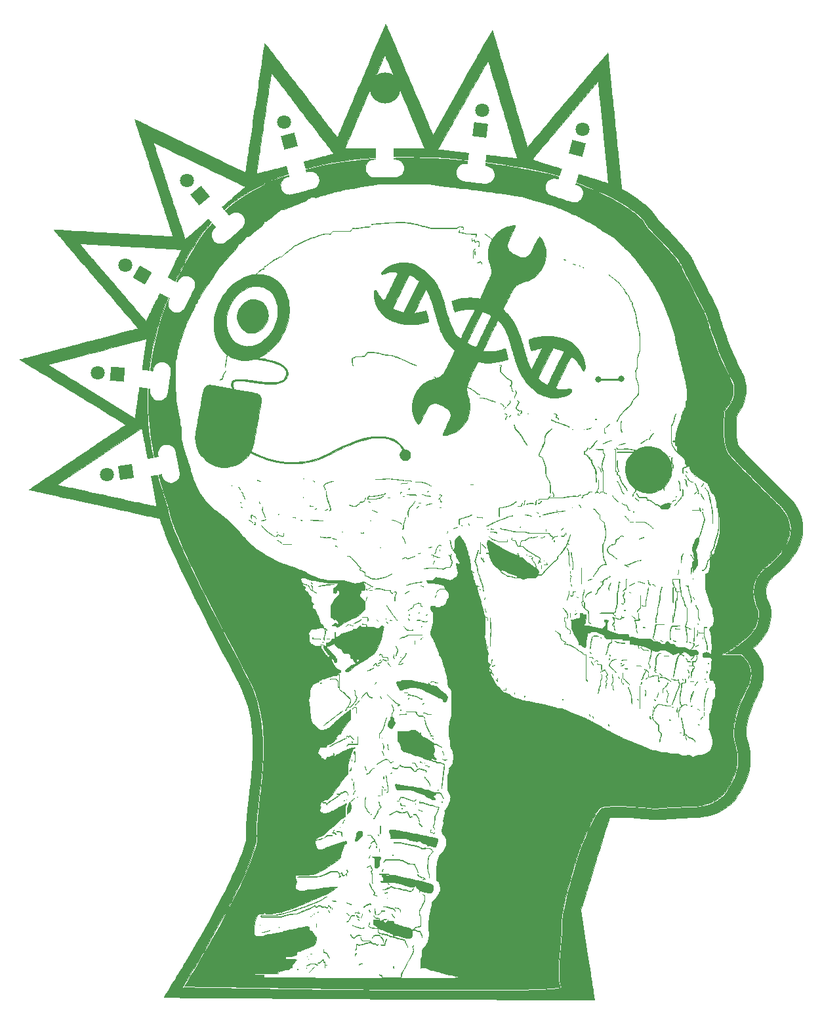
<source format=gbr>
%TF.GenerationSoftware,KiCad,Pcbnew,7.0.2*%
%TF.CreationDate,2023-06-24T07:46:36-05:00*%
%TF.ProjectId,BiohackingPivot,42696f68-6163-46b6-996e-675069766f74,rev?*%
%TF.SameCoordinates,Original*%
%TF.FileFunction,Copper,L1,Top*%
%TF.FilePolarity,Positive*%
%FSLAX46Y46*%
G04 Gerber Fmt 4.6, Leading zero omitted, Abs format (unit mm)*
G04 Created by KiCad (PCBNEW 7.0.2) date 2023-06-24 07:46:36*
%MOMM*%
%LPD*%
G01*
G04 APERTURE LIST*
G04 Aperture macros list*
%AMRotRect*
0 Rectangle, with rotation*
0 The origin of the aperture is its center*
0 $1 length*
0 $2 width*
0 $3 Rotation angle, in degrees counterclockwise*
0 Add horizontal line*
21,1,$1,$2,0,0,$3*%
G04 Aperture macros list end*
%TA.AperFunction,EtchedComponent*%
%ADD10C,0.010000*%
%TD*%
%TA.AperFunction,ComponentPad*%
%ADD11C,4.000000*%
%TD*%
%TA.AperFunction,ComponentPad*%
%ADD12RotRect,1.800000X1.800000X150.000000*%
%TD*%
%TA.AperFunction,ComponentPad*%
%ADD13C,1.800000*%
%TD*%
%TA.AperFunction,ComponentPad*%
%ADD14RotRect,1.800000X1.800000X75.000000*%
%TD*%
%TA.AperFunction,ComponentPad*%
%ADD15RotRect,1.800000X1.800000X175.000000*%
%TD*%
%TA.AperFunction,ComponentPad*%
%ADD16RotRect,1.800000X1.800000X188.000000*%
%TD*%
%TA.AperFunction,ComponentPad*%
%ADD17RotRect,1.800000X1.800000X83.000000*%
%TD*%
%TA.AperFunction,ComponentPad*%
%ADD18RotRect,1.800000X1.800000X130.000000*%
%TD*%
%TA.AperFunction,ComponentPad*%
%ADD19RotRect,1.800000X1.800000X105.000000*%
%TD*%
%TA.AperFunction,ViaPad*%
%ADD20C,0.800000*%
%TD*%
%TA.AperFunction,Conductor*%
%ADD21C,0.250000*%
%TD*%
G04 APERTURE END LIST*
%TO.C,G\u002A\u002A\u002A*%
D10*
X109890000Y-100189250D02*
X109879416Y-100199833D01*
X109868833Y-100189250D01*
X109879416Y-100178666D01*
X109890000Y-100189250D01*
%TA.AperFunction,EtchedComponent*%
G36*
X109890000Y-100189250D02*
G01*
X109879416Y-100199833D01*
X109868833Y-100189250D01*
X109879416Y-100178666D01*
X109890000Y-100189250D01*
G37*
%TD.AperFunction*%
X111033000Y-104189750D02*
X111022416Y-104200333D01*
X111011833Y-104189750D01*
X111022416Y-104179166D01*
X111033000Y-104189750D01*
%TA.AperFunction,EtchedComponent*%
G36*
X111033000Y-104189750D02*
G01*
X111022416Y-104200333D01*
X111011833Y-104189750D01*
X111022416Y-104179166D01*
X111033000Y-104189750D01*
G37*
%TD.AperFunction*%
X111350500Y-103978083D02*
X111339916Y-103988666D01*
X111329333Y-103978083D01*
X111339916Y-103967500D01*
X111350500Y-103978083D01*
%TA.AperFunction,EtchedComponent*%
G36*
X111350500Y-103978083D02*
G01*
X111339916Y-103988666D01*
X111329333Y-103978083D01*
X111339916Y-103967500D01*
X111350500Y-103978083D01*
G37*
%TD.AperFunction*%
X111562166Y-104549583D02*
X111551583Y-104560166D01*
X111541000Y-104549583D01*
X111551583Y-104539000D01*
X111562166Y-104549583D01*
%TA.AperFunction,EtchedComponent*%
G36*
X111562166Y-104549583D02*
G01*
X111551583Y-104560166D01*
X111541000Y-104549583D01*
X111551583Y-104539000D01*
X111562166Y-104549583D01*
G37*
%TD.AperFunction*%
X112387666Y-101819083D02*
X112377083Y-101829666D01*
X112366500Y-101819083D01*
X112377083Y-101808500D01*
X112387666Y-101819083D01*
%TA.AperFunction,EtchedComponent*%
G36*
X112387666Y-101819083D02*
G01*
X112377083Y-101829666D01*
X112366500Y-101819083D01*
X112377083Y-101808500D01*
X112387666Y-101819083D01*
G37*
%TD.AperFunction*%
X112472333Y-99173250D02*
X112461750Y-99183833D01*
X112451166Y-99173250D01*
X112461750Y-99162666D01*
X112472333Y-99173250D01*
%TA.AperFunction,EtchedComponent*%
G36*
X112472333Y-99173250D02*
G01*
X112461750Y-99183833D01*
X112451166Y-99173250D01*
X112461750Y-99162666D01*
X112472333Y-99173250D01*
G37*
%TD.AperFunction*%
X112514666Y-99194416D02*
X112504083Y-99205000D01*
X112493500Y-99194416D01*
X112504083Y-99183833D01*
X112514666Y-99194416D01*
%TA.AperFunction,EtchedComponent*%
G36*
X112514666Y-99194416D02*
G01*
X112504083Y-99205000D01*
X112493500Y-99194416D01*
X112504083Y-99183833D01*
X112514666Y-99194416D01*
G37*
%TD.AperFunction*%
X112916833Y-103321916D02*
X112906250Y-103332500D01*
X112895666Y-103321916D01*
X112906250Y-103311333D01*
X112916833Y-103321916D01*
%TA.AperFunction,EtchedComponent*%
G36*
X112916833Y-103321916D02*
G01*
X112906250Y-103332500D01*
X112895666Y-103321916D01*
X112906250Y-103311333D01*
X112916833Y-103321916D01*
G37*
%TD.AperFunction*%
X112938000Y-103364250D02*
X112927416Y-103374833D01*
X112916833Y-103364250D01*
X112927416Y-103353666D01*
X112938000Y-103364250D01*
%TA.AperFunction,EtchedComponent*%
G36*
X112938000Y-103364250D02*
G01*
X112927416Y-103374833D01*
X112916833Y-103364250D01*
X112927416Y-103353666D01*
X112938000Y-103364250D01*
G37*
%TD.AperFunction*%
X113065000Y-103639416D02*
X113054416Y-103650000D01*
X113043833Y-103639416D01*
X113054416Y-103628833D01*
X113065000Y-103639416D01*
%TA.AperFunction,EtchedComponent*%
G36*
X113065000Y-103639416D02*
G01*
X113054416Y-103650000D01*
X113043833Y-103639416D01*
X113054416Y-103628833D01*
X113065000Y-103639416D01*
G37*
%TD.AperFunction*%
X114885333Y-103470083D02*
X114874750Y-103480666D01*
X114864166Y-103470083D01*
X114874750Y-103459500D01*
X114885333Y-103470083D01*
%TA.AperFunction,EtchedComponent*%
G36*
X114885333Y-103470083D02*
G01*
X114874750Y-103480666D01*
X114864166Y-103470083D01*
X114874750Y-103459500D01*
X114885333Y-103470083D01*
G37*
%TD.AperFunction*%
X117319500Y-162144083D02*
X117308916Y-162154666D01*
X117298333Y-162144083D01*
X117308916Y-162133500D01*
X117319500Y-162144083D01*
%TA.AperFunction,EtchedComponent*%
G36*
X117319500Y-162144083D02*
G01*
X117308916Y-162154666D01*
X117298333Y-162144083D01*
X117308916Y-162133500D01*
X117319500Y-162144083D01*
G37*
%TD.AperFunction*%
X117383000Y-162144083D02*
X117372416Y-162154666D01*
X117361833Y-162144083D01*
X117372416Y-162133500D01*
X117383000Y-162144083D01*
%TA.AperFunction,EtchedComponent*%
G36*
X117383000Y-162144083D02*
G01*
X117372416Y-162154666D01*
X117361833Y-162144083D01*
X117372416Y-162133500D01*
X117383000Y-162144083D01*
G37*
%TD.AperFunction*%
X118081500Y-101268750D02*
X118070916Y-101279333D01*
X118060333Y-101268750D01*
X118070916Y-101258166D01*
X118081500Y-101268750D01*
%TA.AperFunction,EtchedComponent*%
G36*
X118081500Y-101268750D02*
G01*
X118070916Y-101279333D01*
X118060333Y-101268750D01*
X118070916Y-101258166D01*
X118081500Y-101268750D01*
G37*
%TD.AperFunction*%
X118483666Y-161974750D02*
X118473083Y-161985333D01*
X118462500Y-161974750D01*
X118473083Y-161964166D01*
X118483666Y-161974750D01*
%TA.AperFunction,EtchedComponent*%
G36*
X118483666Y-161974750D02*
G01*
X118473083Y-161985333D01*
X118462500Y-161974750D01*
X118473083Y-161964166D01*
X118483666Y-161974750D01*
G37*
%TD.AperFunction*%
X118568333Y-160514250D02*
X118557750Y-160524833D01*
X118547166Y-160514250D01*
X118557750Y-160503666D01*
X118568333Y-160514250D01*
%TA.AperFunction,EtchedComponent*%
G36*
X118568333Y-160514250D02*
G01*
X118557750Y-160524833D01*
X118547166Y-160514250D01*
X118557750Y-160503666D01*
X118568333Y-160514250D01*
G37*
%TD.AperFunction*%
X118758833Y-160831750D02*
X118748250Y-160842333D01*
X118737666Y-160831750D01*
X118748250Y-160821166D01*
X118758833Y-160831750D01*
%TA.AperFunction,EtchedComponent*%
G36*
X118758833Y-160831750D02*
G01*
X118748250Y-160842333D01*
X118737666Y-160831750D01*
X118748250Y-160821166D01*
X118758833Y-160831750D01*
G37*
%TD.AperFunction*%
X118822333Y-112825750D02*
X118811750Y-112836333D01*
X118801166Y-112825750D01*
X118811750Y-112815166D01*
X118822333Y-112825750D01*
%TA.AperFunction,EtchedComponent*%
G36*
X118822333Y-112825750D02*
G01*
X118811750Y-112836333D01*
X118801166Y-112825750D01*
X118811750Y-112815166D01*
X118822333Y-112825750D01*
G37*
%TD.AperFunction*%
X118949333Y-102369416D02*
X118938750Y-102380000D01*
X118928166Y-102369416D01*
X118938750Y-102358833D01*
X118949333Y-102369416D01*
%TA.AperFunction,EtchedComponent*%
G36*
X118949333Y-102369416D02*
G01*
X118938750Y-102380000D01*
X118928166Y-102369416D01*
X118938750Y-102358833D01*
X118949333Y-102369416D01*
G37*
%TD.AperFunction*%
X119034000Y-155349583D02*
X119023416Y-155360166D01*
X119012833Y-155349583D01*
X119023416Y-155339000D01*
X119034000Y-155349583D01*
%TA.AperFunction,EtchedComponent*%
G36*
X119034000Y-155349583D02*
G01*
X119023416Y-155360166D01*
X119012833Y-155349583D01*
X119023416Y-155339000D01*
X119034000Y-155349583D01*
G37*
%TD.AperFunction*%
X119224500Y-155159083D02*
X119213916Y-155169666D01*
X119203333Y-155159083D01*
X119213916Y-155148500D01*
X119224500Y-155159083D01*
%TA.AperFunction,EtchedComponent*%
G36*
X119224500Y-155159083D02*
G01*
X119213916Y-155169666D01*
X119203333Y-155159083D01*
X119213916Y-155148500D01*
X119224500Y-155159083D01*
G37*
%TD.AperFunction*%
X119753666Y-156704250D02*
X119743083Y-156714833D01*
X119732500Y-156704250D01*
X119743083Y-156693666D01*
X119753666Y-156704250D01*
%TA.AperFunction,EtchedComponent*%
G36*
X119753666Y-156704250D02*
G01*
X119743083Y-156714833D01*
X119732500Y-156704250D01*
X119743083Y-156693666D01*
X119753666Y-156704250D01*
G37*
%TD.AperFunction*%
X119965333Y-154778083D02*
X119954750Y-154788666D01*
X119944166Y-154778083D01*
X119954750Y-154767500D01*
X119965333Y-154778083D01*
%TA.AperFunction,EtchedComponent*%
G36*
X119965333Y-154778083D02*
G01*
X119954750Y-154788666D01*
X119944166Y-154778083D01*
X119954750Y-154767500D01*
X119965333Y-154778083D01*
G37*
%TD.AperFunction*%
X120579166Y-145231916D02*
X120568583Y-145242500D01*
X120558000Y-145231916D01*
X120568583Y-145221333D01*
X120579166Y-145231916D01*
%TA.AperFunction,EtchedComponent*%
G36*
X120579166Y-145231916D02*
G01*
X120568583Y-145242500D01*
X120558000Y-145231916D01*
X120568583Y-145221333D01*
X120579166Y-145231916D01*
G37*
%TD.AperFunction*%
X120875500Y-100210416D02*
X120864916Y-100221000D01*
X120854333Y-100210416D01*
X120864916Y-100199833D01*
X120875500Y-100210416D01*
%TA.AperFunction,EtchedComponent*%
G36*
X120875500Y-100210416D02*
G01*
X120864916Y-100221000D01*
X120854333Y-100210416D01*
X120864916Y-100199833D01*
X120875500Y-100210416D01*
G37*
%TD.AperFunction*%
X120896666Y-100252750D02*
X120886083Y-100263333D01*
X120875500Y-100252750D01*
X120886083Y-100242166D01*
X120896666Y-100252750D01*
%TA.AperFunction,EtchedComponent*%
G36*
X120896666Y-100252750D02*
G01*
X120886083Y-100263333D01*
X120875500Y-100252750D01*
X120886083Y-100242166D01*
X120896666Y-100252750D01*
G37*
%TD.AperFunction*%
X121510500Y-124721416D02*
X121499916Y-124732000D01*
X121489333Y-124721416D01*
X121499916Y-124710833D01*
X121510500Y-124721416D01*
%TA.AperFunction,EtchedComponent*%
G36*
X121510500Y-124721416D02*
G01*
X121499916Y-124732000D01*
X121489333Y-124721416D01*
X121499916Y-124710833D01*
X121510500Y-124721416D01*
G37*
%TD.AperFunction*%
X122018500Y-144194750D02*
X122007916Y-144205333D01*
X121997333Y-144194750D01*
X122007916Y-144184166D01*
X122018500Y-144194750D01*
%TA.AperFunction,EtchedComponent*%
G36*
X122018500Y-144194750D02*
G01*
X122007916Y-144205333D01*
X121997333Y-144194750D01*
X122007916Y-144184166D01*
X122018500Y-144194750D01*
G37*
%TD.AperFunction*%
X122251333Y-107534083D02*
X122240750Y-107544666D01*
X122230166Y-107534083D01*
X122240750Y-107523500D01*
X122251333Y-107534083D01*
%TA.AperFunction,EtchedComponent*%
G36*
X122251333Y-107534083D02*
G01*
X122240750Y-107544666D01*
X122230166Y-107534083D01*
X122240750Y-107523500D01*
X122251333Y-107534083D01*
G37*
%TD.AperFunction*%
X122293666Y-107555250D02*
X122283083Y-107565833D01*
X122272500Y-107555250D01*
X122283083Y-107544666D01*
X122293666Y-107555250D01*
%TA.AperFunction,EtchedComponent*%
G36*
X122293666Y-107555250D02*
G01*
X122283083Y-107565833D01*
X122272500Y-107555250D01*
X122283083Y-107544666D01*
X122293666Y-107555250D01*
G37*
%TD.AperFunction*%
X122336000Y-107576416D02*
X122325416Y-107587000D01*
X122314833Y-107576416D01*
X122325416Y-107565833D01*
X122336000Y-107576416D01*
%TA.AperFunction,EtchedComponent*%
G36*
X122336000Y-107576416D02*
G01*
X122325416Y-107587000D01*
X122314833Y-107576416D01*
X122325416Y-107565833D01*
X122336000Y-107576416D01*
G37*
%TD.AperFunction*%
X122378333Y-107597583D02*
X122367750Y-107608166D01*
X122357166Y-107597583D01*
X122367750Y-107587000D01*
X122378333Y-107597583D01*
%TA.AperFunction,EtchedComponent*%
G36*
X122378333Y-107597583D02*
G01*
X122367750Y-107608166D01*
X122357166Y-107597583D01*
X122367750Y-107587000D01*
X122378333Y-107597583D01*
G37*
%TD.AperFunction*%
X122441833Y-107639916D02*
X122431250Y-107650500D01*
X122420666Y-107639916D01*
X122431250Y-107629333D01*
X122441833Y-107639916D01*
%TA.AperFunction,EtchedComponent*%
G36*
X122441833Y-107639916D02*
G01*
X122431250Y-107650500D01*
X122420666Y-107639916D01*
X122431250Y-107629333D01*
X122441833Y-107639916D01*
G37*
%TD.AperFunction*%
X122780500Y-143813750D02*
X122769916Y-143824333D01*
X122759333Y-143813750D01*
X122769916Y-143803166D01*
X122780500Y-143813750D01*
%TA.AperFunction,EtchedComponent*%
G36*
X122780500Y-143813750D02*
G01*
X122769916Y-143824333D01*
X122759333Y-143813750D01*
X122769916Y-143803166D01*
X122780500Y-143813750D01*
G37*
%TD.AperFunction*%
X123098000Y-105713750D02*
X123087416Y-105724333D01*
X123076833Y-105713750D01*
X123087416Y-105703166D01*
X123098000Y-105713750D01*
%TA.AperFunction,EtchedComponent*%
G36*
X123098000Y-105713750D02*
G01*
X123087416Y-105724333D01*
X123076833Y-105713750D01*
X123087416Y-105703166D01*
X123098000Y-105713750D01*
G37*
%TD.AperFunction*%
X123161500Y-143263416D02*
X123150916Y-143274000D01*
X123140333Y-143263416D01*
X123150916Y-143252833D01*
X123161500Y-143263416D01*
%TA.AperFunction,EtchedComponent*%
G36*
X123161500Y-143263416D02*
G01*
X123150916Y-143274000D01*
X123140333Y-143263416D01*
X123150916Y-143252833D01*
X123161500Y-143263416D01*
G37*
%TD.AperFunction*%
X123182666Y-143221083D02*
X123172083Y-143231666D01*
X123161500Y-143221083D01*
X123172083Y-143210500D01*
X123182666Y-143221083D01*
%TA.AperFunction,EtchedComponent*%
G36*
X123182666Y-143221083D02*
G01*
X123172083Y-143231666D01*
X123161500Y-143221083D01*
X123172083Y-143210500D01*
X123182666Y-143221083D01*
G37*
%TD.AperFunction*%
X123203833Y-143178750D02*
X123193250Y-143189333D01*
X123182666Y-143178750D01*
X123193250Y-143168166D01*
X123203833Y-143178750D01*
%TA.AperFunction,EtchedComponent*%
G36*
X123203833Y-143178750D02*
G01*
X123193250Y-143189333D01*
X123182666Y-143178750D01*
X123193250Y-143168166D01*
X123203833Y-143178750D01*
G37*
%TD.AperFunction*%
X123352000Y-140384750D02*
X123341416Y-140395333D01*
X123330833Y-140384750D01*
X123341416Y-140374166D01*
X123352000Y-140384750D01*
%TA.AperFunction,EtchedComponent*%
G36*
X123352000Y-140384750D02*
G01*
X123341416Y-140395333D01*
X123330833Y-140384750D01*
X123341416Y-140374166D01*
X123352000Y-140384750D01*
G37*
%TD.AperFunction*%
X124431500Y-156471416D02*
X124420916Y-156482000D01*
X124410333Y-156471416D01*
X124420916Y-156460833D01*
X124431500Y-156471416D01*
%TA.AperFunction,EtchedComponent*%
G36*
X124431500Y-156471416D02*
G01*
X124420916Y-156482000D01*
X124410333Y-156471416D01*
X124420916Y-156460833D01*
X124431500Y-156471416D01*
G37*
%TD.AperFunction*%
X124495000Y-139538083D02*
X124484416Y-139548666D01*
X124473833Y-139538083D01*
X124484416Y-139527500D01*
X124495000Y-139538083D01*
%TA.AperFunction,EtchedComponent*%
G36*
X124495000Y-139538083D02*
G01*
X124484416Y-139548666D01*
X124473833Y-139538083D01*
X124484416Y-139527500D01*
X124495000Y-139538083D01*
G37*
%TD.AperFunction*%
X124600833Y-138881916D02*
X124590250Y-138892500D01*
X124579666Y-138881916D01*
X124590250Y-138871333D01*
X124600833Y-138881916D01*
%TA.AperFunction,EtchedComponent*%
G36*
X124600833Y-138881916D02*
G01*
X124590250Y-138892500D01*
X124579666Y-138881916D01*
X124590250Y-138871333D01*
X124600833Y-138881916D01*
G37*
%TD.AperFunction*%
X125172333Y-154651083D02*
X125161750Y-154661666D01*
X125151166Y-154651083D01*
X125161750Y-154640500D01*
X125172333Y-154651083D01*
%TA.AperFunction,EtchedComponent*%
G36*
X125172333Y-154651083D02*
G01*
X125161750Y-154661666D01*
X125151166Y-154651083D01*
X125161750Y-154640500D01*
X125172333Y-154651083D01*
G37*
%TD.AperFunction*%
X125257000Y-127515416D02*
X125246416Y-127526000D01*
X125235833Y-127515416D01*
X125246416Y-127504833D01*
X125257000Y-127515416D01*
%TA.AperFunction,EtchedComponent*%
G36*
X125257000Y-127515416D02*
G01*
X125246416Y-127526000D01*
X125235833Y-127515416D01*
X125246416Y-127504833D01*
X125257000Y-127515416D01*
G37*
%TD.AperFunction*%
X126484666Y-101840250D02*
X126474083Y-101850833D01*
X126463500Y-101840250D01*
X126474083Y-101829666D01*
X126484666Y-101840250D01*
%TA.AperFunction,EtchedComponent*%
G36*
X126484666Y-101840250D02*
G01*
X126474083Y-101850833D01*
X126463500Y-101840250D01*
X126474083Y-101829666D01*
X126484666Y-101840250D01*
G37*
%TD.AperFunction*%
X126527000Y-147771916D02*
X126516416Y-147782500D01*
X126505833Y-147771916D01*
X126516416Y-147761333D01*
X126527000Y-147771916D01*
%TA.AperFunction,EtchedComponent*%
G36*
X126527000Y-147771916D02*
G01*
X126516416Y-147782500D01*
X126505833Y-147771916D01*
X126516416Y-147761333D01*
X126527000Y-147771916D01*
G37*
%TD.AperFunction*%
X126548166Y-147729583D02*
X126537583Y-147740166D01*
X126527000Y-147729583D01*
X126537583Y-147719000D01*
X126548166Y-147729583D01*
%TA.AperFunction,EtchedComponent*%
G36*
X126548166Y-147729583D02*
G01*
X126537583Y-147740166D01*
X126527000Y-147729583D01*
X126537583Y-147719000D01*
X126548166Y-147729583D01*
G37*
%TD.AperFunction*%
X126569333Y-147687250D02*
X126558750Y-147697833D01*
X126548166Y-147687250D01*
X126558750Y-147676666D01*
X126569333Y-147687250D01*
%TA.AperFunction,EtchedComponent*%
G36*
X126569333Y-147687250D02*
G01*
X126558750Y-147697833D01*
X126548166Y-147687250D01*
X126558750Y-147676666D01*
X126569333Y-147687250D01*
G37*
%TD.AperFunction*%
X126696333Y-147433250D02*
X126685750Y-147443833D01*
X126675166Y-147433250D01*
X126685750Y-147422666D01*
X126696333Y-147433250D01*
%TA.AperFunction,EtchedComponent*%
G36*
X126696333Y-147433250D02*
G01*
X126685750Y-147443833D01*
X126675166Y-147433250D01*
X126685750Y-147422666D01*
X126696333Y-147433250D01*
G37*
%TD.AperFunction*%
X127267833Y-113100916D02*
X127257250Y-113111500D01*
X127246666Y-113100916D01*
X127257250Y-113090333D01*
X127267833Y-113100916D01*
%TA.AperFunction,EtchedComponent*%
G36*
X127267833Y-113100916D02*
G01*
X127257250Y-113111500D01*
X127246666Y-113100916D01*
X127257250Y-113090333D01*
X127267833Y-113100916D01*
G37*
%TD.AperFunction*%
X127352500Y-98919250D02*
X127341916Y-98929833D01*
X127331333Y-98919250D01*
X127341916Y-98908666D01*
X127352500Y-98919250D01*
%TA.AperFunction,EtchedComponent*%
G36*
X127352500Y-98919250D02*
G01*
X127341916Y-98929833D01*
X127331333Y-98919250D01*
X127341916Y-98908666D01*
X127352500Y-98919250D01*
G37*
%TD.AperFunction*%
X127797000Y-144914416D02*
X127786416Y-144925000D01*
X127775833Y-144914416D01*
X127786416Y-144903833D01*
X127797000Y-144914416D01*
%TA.AperFunction,EtchedComponent*%
G36*
X127797000Y-144914416D02*
G01*
X127786416Y-144925000D01*
X127775833Y-144914416D01*
X127786416Y-144903833D01*
X127797000Y-144914416D01*
G37*
%TD.AperFunction*%
X128326166Y-122139083D02*
X128315583Y-122149666D01*
X128305000Y-122139083D01*
X128315583Y-122128500D01*
X128326166Y-122139083D01*
%TA.AperFunction,EtchedComponent*%
G36*
X128326166Y-122139083D02*
G01*
X128315583Y-122149666D01*
X128305000Y-122139083D01*
X128315583Y-122128500D01*
X128326166Y-122139083D01*
G37*
%TD.AperFunction*%
X128368500Y-122160250D02*
X128357916Y-122170833D01*
X128347333Y-122160250D01*
X128357916Y-122149666D01*
X128368500Y-122160250D01*
%TA.AperFunction,EtchedComponent*%
G36*
X128368500Y-122160250D02*
G01*
X128357916Y-122170833D01*
X128347333Y-122160250D01*
X128357916Y-122149666D01*
X128368500Y-122160250D01*
G37*
%TD.AperFunction*%
X128410833Y-122181416D02*
X128400250Y-122192000D01*
X128389666Y-122181416D01*
X128400250Y-122170833D01*
X128410833Y-122181416D01*
%TA.AperFunction,EtchedComponent*%
G36*
X128410833Y-122181416D02*
G01*
X128400250Y-122192000D01*
X128389666Y-122181416D01*
X128400250Y-122170833D01*
X128410833Y-122181416D01*
G37*
%TD.AperFunction*%
X128770666Y-122350750D02*
X128760083Y-122361333D01*
X128749500Y-122350750D01*
X128760083Y-122340166D01*
X128770666Y-122350750D01*
%TA.AperFunction,EtchedComponent*%
G36*
X128770666Y-122350750D02*
G01*
X128760083Y-122361333D01*
X128749500Y-122350750D01*
X128760083Y-122340166D01*
X128770666Y-122350750D01*
G37*
%TD.AperFunction*%
X129448000Y-111153583D02*
X129437416Y-111164166D01*
X129426833Y-111153583D01*
X129437416Y-111143000D01*
X129448000Y-111153583D01*
%TA.AperFunction,EtchedComponent*%
G36*
X129448000Y-111153583D02*
G01*
X129437416Y-111164166D01*
X129426833Y-111153583D01*
X129437416Y-111143000D01*
X129448000Y-111153583D01*
G37*
%TD.AperFunction*%
X129765500Y-113481916D02*
X129754916Y-113492500D01*
X129744333Y-113481916D01*
X129754916Y-113471333D01*
X129765500Y-113481916D01*
%TA.AperFunction,EtchedComponent*%
G36*
X129765500Y-113481916D02*
G01*
X129754916Y-113492500D01*
X129744333Y-113481916D01*
X129754916Y-113471333D01*
X129765500Y-113481916D01*
G37*
%TD.AperFunction*%
X130337000Y-127938750D02*
X130326416Y-127949333D01*
X130315833Y-127938750D01*
X130326416Y-127928166D01*
X130337000Y-127938750D01*
%TA.AperFunction,EtchedComponent*%
G36*
X130337000Y-127938750D02*
G01*
X130326416Y-127949333D01*
X130315833Y-127938750D01*
X130326416Y-127928166D01*
X130337000Y-127938750D01*
G37*
%TD.AperFunction*%
X130379333Y-127959916D02*
X130368750Y-127970500D01*
X130358166Y-127959916D01*
X130368750Y-127949333D01*
X130379333Y-127959916D01*
%TA.AperFunction,EtchedComponent*%
G36*
X130379333Y-127959916D02*
G01*
X130368750Y-127970500D01*
X130358166Y-127959916D01*
X130368750Y-127949333D01*
X130379333Y-127959916D01*
G37*
%TD.AperFunction*%
X130421666Y-127981083D02*
X130411083Y-127991666D01*
X130400500Y-127981083D01*
X130411083Y-127970500D01*
X130421666Y-127981083D01*
%TA.AperFunction,EtchedComponent*%
G36*
X130421666Y-127981083D02*
G01*
X130411083Y-127991666D01*
X130400500Y-127981083D01*
X130411083Y-127970500D01*
X130421666Y-127981083D01*
G37*
%TD.AperFunction*%
X130421666Y-128065750D02*
X130411083Y-128076333D01*
X130400500Y-128065750D01*
X130411083Y-128055166D01*
X130421666Y-128065750D01*
%TA.AperFunction,EtchedComponent*%
G36*
X130421666Y-128065750D02*
G01*
X130411083Y-128076333D01*
X130400500Y-128065750D01*
X130411083Y-128055166D01*
X130421666Y-128065750D01*
G37*
%TD.AperFunction*%
X130464000Y-128044583D02*
X130453416Y-128055166D01*
X130442833Y-128044583D01*
X130453416Y-128034000D01*
X130464000Y-128044583D01*
%TA.AperFunction,EtchedComponent*%
G36*
X130464000Y-128044583D02*
G01*
X130453416Y-128055166D01*
X130442833Y-128044583D01*
X130453416Y-128034000D01*
X130464000Y-128044583D01*
G37*
%TD.AperFunction*%
X130506333Y-128023416D02*
X130495750Y-128034000D01*
X130485166Y-128023416D01*
X130495750Y-128012833D01*
X130506333Y-128023416D01*
%TA.AperFunction,EtchedComponent*%
G36*
X130506333Y-128023416D02*
G01*
X130495750Y-128034000D01*
X130485166Y-128023416D01*
X130495750Y-128012833D01*
X130506333Y-128023416D01*
G37*
%TD.AperFunction*%
X130633333Y-121863916D02*
X130622750Y-121874500D01*
X130612166Y-121863916D01*
X130622750Y-121853333D01*
X130633333Y-121863916D01*
%TA.AperFunction,EtchedComponent*%
G36*
X130633333Y-121863916D02*
G01*
X130622750Y-121874500D01*
X130612166Y-121863916D01*
X130622750Y-121853333D01*
X130633333Y-121863916D01*
G37*
%TD.AperFunction*%
X130823833Y-109206250D02*
X130813250Y-109216833D01*
X130802666Y-109206250D01*
X130813250Y-109195666D01*
X130823833Y-109206250D01*
%TA.AperFunction,EtchedComponent*%
G36*
X130823833Y-109206250D02*
G01*
X130813250Y-109216833D01*
X130802666Y-109206250D01*
X130813250Y-109195666D01*
X130823833Y-109206250D01*
G37*
%TD.AperFunction*%
X130866166Y-105332750D02*
X130855583Y-105343333D01*
X130845000Y-105332750D01*
X130855583Y-105322166D01*
X130866166Y-105332750D01*
%TA.AperFunction,EtchedComponent*%
G36*
X130866166Y-105332750D02*
G01*
X130855583Y-105343333D01*
X130845000Y-105332750D01*
X130855583Y-105322166D01*
X130866166Y-105332750D01*
G37*
%TD.AperFunction*%
X130866166Y-106327583D02*
X130855583Y-106338166D01*
X130845000Y-106327583D01*
X130855583Y-106317000D01*
X130866166Y-106327583D01*
%TA.AperFunction,EtchedComponent*%
G36*
X130866166Y-106327583D02*
G01*
X130855583Y-106338166D01*
X130845000Y-106327583D01*
X130855583Y-106317000D01*
X130866166Y-106327583D01*
G37*
%TD.AperFunction*%
X130887333Y-106369916D02*
X130876750Y-106380500D01*
X130866166Y-106369916D01*
X130876750Y-106359333D01*
X130887333Y-106369916D01*
%TA.AperFunction,EtchedComponent*%
G36*
X130887333Y-106369916D02*
G01*
X130876750Y-106380500D01*
X130866166Y-106369916D01*
X130876750Y-106359333D01*
X130887333Y-106369916D01*
G37*
%TD.AperFunction*%
X130887333Y-109163916D02*
X130876750Y-109174500D01*
X130866166Y-109163916D01*
X130876750Y-109153333D01*
X130887333Y-109163916D01*
%TA.AperFunction,EtchedComponent*%
G36*
X130887333Y-109163916D02*
G01*
X130876750Y-109174500D01*
X130866166Y-109163916D01*
X130876750Y-109153333D01*
X130887333Y-109163916D01*
G37*
%TD.AperFunction*%
X130908500Y-106412250D02*
X130897916Y-106422833D01*
X130887333Y-106412250D01*
X130897916Y-106401666D01*
X130908500Y-106412250D01*
%TA.AperFunction,EtchedComponent*%
G36*
X130908500Y-106412250D02*
G01*
X130897916Y-106422833D01*
X130887333Y-106412250D01*
X130897916Y-106401666D01*
X130908500Y-106412250D01*
G37*
%TD.AperFunction*%
X130993166Y-106560416D02*
X130982583Y-106571000D01*
X130972000Y-106560416D01*
X130982583Y-106549833D01*
X130993166Y-106560416D01*
%TA.AperFunction,EtchedComponent*%
G36*
X130993166Y-106560416D02*
G01*
X130982583Y-106571000D01*
X130972000Y-106560416D01*
X130982583Y-106549833D01*
X130993166Y-106560416D01*
G37*
%TD.AperFunction*%
X130993166Y-109100416D02*
X130982583Y-109111000D01*
X130972000Y-109100416D01*
X130982583Y-109089833D01*
X130993166Y-109100416D01*
%TA.AperFunction,EtchedComponent*%
G36*
X130993166Y-109100416D02*
G01*
X130982583Y-109111000D01*
X130972000Y-109100416D01*
X130982583Y-109089833D01*
X130993166Y-109100416D01*
G37*
%TD.AperFunction*%
X131564666Y-109185083D02*
X131554083Y-109195666D01*
X131543500Y-109185083D01*
X131554083Y-109174500D01*
X131564666Y-109185083D01*
%TA.AperFunction,EtchedComponent*%
G36*
X131564666Y-109185083D02*
G01*
X131554083Y-109195666D01*
X131543500Y-109185083D01*
X131554083Y-109174500D01*
X131564666Y-109185083D01*
G37*
%TD.AperFunction*%
X131607000Y-109163916D02*
X131596416Y-109174500D01*
X131585833Y-109163916D01*
X131596416Y-109153333D01*
X131607000Y-109163916D01*
%TA.AperFunction,EtchedComponent*%
G36*
X131607000Y-109163916D02*
G01*
X131596416Y-109174500D01*
X131585833Y-109163916D01*
X131596416Y-109153333D01*
X131607000Y-109163916D01*
G37*
%TD.AperFunction*%
X131988000Y-99173250D02*
X131977416Y-99183833D01*
X131966833Y-99173250D01*
X131977416Y-99162666D01*
X131988000Y-99173250D01*
%TA.AperFunction,EtchedComponent*%
G36*
X131988000Y-99173250D02*
G01*
X131977416Y-99183833D01*
X131966833Y-99173250D01*
X131977416Y-99162666D01*
X131988000Y-99173250D01*
G37*
%TD.AperFunction*%
X132178500Y-159307750D02*
X132167916Y-159318333D01*
X132157333Y-159307750D01*
X132167916Y-159297166D01*
X132178500Y-159307750D01*
%TA.AperFunction,EtchedComponent*%
G36*
X132178500Y-159307750D02*
G01*
X132167916Y-159318333D01*
X132157333Y-159307750D01*
X132167916Y-159297166D01*
X132178500Y-159307750D01*
G37*
%TD.AperFunction*%
X133004000Y-116170083D02*
X132993416Y-116180666D01*
X132982833Y-116170083D01*
X132993416Y-116159500D01*
X133004000Y-116170083D01*
%TA.AperFunction,EtchedComponent*%
G36*
X133004000Y-116170083D02*
G01*
X132993416Y-116180666D01*
X132982833Y-116170083D01*
X132993416Y-116159500D01*
X133004000Y-116170083D01*
G37*
%TD.AperFunction*%
X133342666Y-117948083D02*
X133332083Y-117958666D01*
X133321500Y-117948083D01*
X133332083Y-117937500D01*
X133342666Y-117948083D01*
%TA.AperFunction,EtchedComponent*%
G36*
X133342666Y-117948083D02*
G01*
X133332083Y-117958666D01*
X133321500Y-117948083D01*
X133332083Y-117937500D01*
X133342666Y-117948083D01*
G37*
%TD.AperFunction*%
X133385000Y-117926916D02*
X133374416Y-117937500D01*
X133363833Y-117926916D01*
X133374416Y-117916333D01*
X133385000Y-117926916D01*
%TA.AperFunction,EtchedComponent*%
G36*
X133385000Y-117926916D02*
G01*
X133374416Y-117937500D01*
X133363833Y-117926916D01*
X133374416Y-117916333D01*
X133385000Y-117926916D01*
G37*
%TD.AperFunction*%
X133406166Y-115386916D02*
X133395583Y-115397500D01*
X133385000Y-115386916D01*
X133395583Y-115376333D01*
X133406166Y-115386916D01*
%TA.AperFunction,EtchedComponent*%
G36*
X133406166Y-115386916D02*
G01*
X133395583Y-115397500D01*
X133385000Y-115386916D01*
X133395583Y-115376333D01*
X133406166Y-115386916D01*
G37*
%TD.AperFunction*%
X133596666Y-150544750D02*
X133586083Y-150555333D01*
X133575500Y-150544750D01*
X133586083Y-150534166D01*
X133596666Y-150544750D01*
%TA.AperFunction,EtchedComponent*%
G36*
X133596666Y-150544750D02*
G01*
X133586083Y-150555333D01*
X133575500Y-150544750D01*
X133586083Y-150534166D01*
X133596666Y-150544750D01*
G37*
%TD.AperFunction*%
X133723666Y-135495250D02*
X133713083Y-135505833D01*
X133702500Y-135495250D01*
X133713083Y-135484666D01*
X133723666Y-135495250D01*
%TA.AperFunction,EtchedComponent*%
G36*
X133723666Y-135495250D02*
G01*
X133713083Y-135505833D01*
X133702500Y-135495250D01*
X133713083Y-135484666D01*
X133723666Y-135495250D01*
G37*
%TD.AperFunction*%
X134083500Y-101078250D02*
X134072916Y-101088833D01*
X134062333Y-101078250D01*
X134072916Y-101067666D01*
X134083500Y-101078250D01*
%TA.AperFunction,EtchedComponent*%
G36*
X134083500Y-101078250D02*
G01*
X134072916Y-101088833D01*
X134062333Y-101078250D01*
X134072916Y-101067666D01*
X134083500Y-101078250D01*
G37*
%TD.AperFunction*%
X134147000Y-100527916D02*
X134136416Y-100538500D01*
X134125833Y-100527916D01*
X134136416Y-100517333D01*
X134147000Y-100527916D01*
%TA.AperFunction,EtchedComponent*%
G36*
X134147000Y-100527916D02*
G01*
X134136416Y-100538500D01*
X134125833Y-100527916D01*
X134136416Y-100517333D01*
X134147000Y-100527916D01*
G37*
%TD.AperFunction*%
X134189333Y-100506750D02*
X134178750Y-100517333D01*
X134168166Y-100506750D01*
X134178750Y-100496166D01*
X134189333Y-100506750D01*
%TA.AperFunction,EtchedComponent*%
G36*
X134189333Y-100506750D02*
G01*
X134178750Y-100517333D01*
X134168166Y-100506750D01*
X134178750Y-100496166D01*
X134189333Y-100506750D01*
G37*
%TD.AperFunction*%
X134189333Y-101099416D02*
X134178750Y-101110000D01*
X134168166Y-101099416D01*
X134178750Y-101088833D01*
X134189333Y-101099416D01*
%TA.AperFunction,EtchedComponent*%
G36*
X134189333Y-101099416D02*
G01*
X134178750Y-101110000D01*
X134168166Y-101099416D01*
X134178750Y-101088833D01*
X134189333Y-101099416D01*
G37*
%TD.AperFunction*%
X134760833Y-147031083D02*
X134750250Y-147041666D01*
X134739666Y-147031083D01*
X134750250Y-147020500D01*
X134760833Y-147031083D01*
%TA.AperFunction,EtchedComponent*%
G36*
X134760833Y-147031083D02*
G01*
X134750250Y-147041666D01*
X134739666Y-147031083D01*
X134750250Y-147020500D01*
X134760833Y-147031083D01*
G37*
%TD.AperFunction*%
X134845500Y-144618083D02*
X134834916Y-144628666D01*
X134824333Y-144618083D01*
X134834916Y-144607500D01*
X134845500Y-144618083D01*
%TA.AperFunction,EtchedComponent*%
G36*
X134845500Y-144618083D02*
G01*
X134834916Y-144628666D01*
X134824333Y-144618083D01*
X134834916Y-144607500D01*
X134845500Y-144618083D01*
G37*
%TD.AperFunction*%
X135014833Y-144533416D02*
X135004250Y-144544000D01*
X134993666Y-144533416D01*
X135004250Y-144522833D01*
X135014833Y-144533416D01*
%TA.AperFunction,EtchedComponent*%
G36*
X135014833Y-144533416D02*
G01*
X135004250Y-144544000D01*
X134993666Y-144533416D01*
X135004250Y-144522833D01*
X135014833Y-144533416D01*
G37*
%TD.AperFunction*%
X135649833Y-102602250D02*
X135639250Y-102612833D01*
X135628666Y-102602250D01*
X135639250Y-102591666D01*
X135649833Y-102602250D01*
%TA.AperFunction,EtchedComponent*%
G36*
X135649833Y-102602250D02*
G01*
X135639250Y-102612833D01*
X135628666Y-102602250D01*
X135639250Y-102591666D01*
X135649833Y-102602250D01*
G37*
%TD.AperFunction*%
X135776833Y-115386916D02*
X135766250Y-115397500D01*
X135755666Y-115386916D01*
X135766250Y-115376333D01*
X135776833Y-115386916D01*
%TA.AperFunction,EtchedComponent*%
G36*
X135776833Y-115386916D02*
G01*
X135766250Y-115397500D01*
X135755666Y-115386916D01*
X135766250Y-115376333D01*
X135776833Y-115386916D01*
G37*
%TD.AperFunction*%
X136602333Y-135093083D02*
X136591750Y-135103666D01*
X136581166Y-135093083D01*
X136591750Y-135082500D01*
X136602333Y-135093083D01*
%TA.AperFunction,EtchedComponent*%
G36*
X136602333Y-135093083D02*
G01*
X136591750Y-135103666D01*
X136581166Y-135093083D01*
X136591750Y-135082500D01*
X136602333Y-135093083D01*
G37*
%TD.AperFunction*%
X141830500Y-117122583D02*
X141819916Y-117133166D01*
X141809333Y-117122583D01*
X141819916Y-117112000D01*
X141830500Y-117122583D01*
%TA.AperFunction,EtchedComponent*%
G36*
X141830500Y-117122583D02*
G01*
X141819916Y-117133166D01*
X141809333Y-117122583D01*
X141819916Y-117112000D01*
X141830500Y-117122583D01*
G37*
%TD.AperFunction*%
X142529000Y-106708583D02*
X142518416Y-106719166D01*
X142507833Y-106708583D01*
X142518416Y-106698000D01*
X142529000Y-106708583D01*
%TA.AperFunction,EtchedComponent*%
G36*
X142529000Y-106708583D02*
G01*
X142518416Y-106719166D01*
X142507833Y-106708583D01*
X142518416Y-106698000D01*
X142529000Y-106708583D01*
G37*
%TD.AperFunction*%
X142931166Y-124763750D02*
X142920583Y-124774333D01*
X142910000Y-124763750D01*
X142920583Y-124753166D01*
X142931166Y-124763750D01*
%TA.AperFunction,EtchedComponent*%
G36*
X142931166Y-124763750D02*
G01*
X142920583Y-124774333D01*
X142910000Y-124763750D01*
X142920583Y-124753166D01*
X142931166Y-124763750D01*
G37*
%TD.AperFunction*%
X143566166Y-89161416D02*
X143555583Y-89172000D01*
X143545000Y-89161416D01*
X143555583Y-89150833D01*
X143566166Y-89161416D01*
%TA.AperFunction,EtchedComponent*%
G36*
X143566166Y-89161416D02*
G01*
X143555583Y-89172000D01*
X143545000Y-89161416D01*
X143555583Y-89150833D01*
X143566166Y-89161416D01*
G37*
%TD.AperFunction*%
X146677666Y-103512416D02*
X146667083Y-103523000D01*
X146656500Y-103512416D01*
X146667083Y-103501833D01*
X146677666Y-103512416D01*
%TA.AperFunction,EtchedComponent*%
G36*
X146677666Y-103512416D02*
G01*
X146667083Y-103523000D01*
X146656500Y-103512416D01*
X146667083Y-103501833D01*
X146677666Y-103512416D01*
G37*
%TD.AperFunction*%
X149111833Y-109417916D02*
X149101250Y-109428500D01*
X149090666Y-109417916D01*
X149101250Y-109407333D01*
X149111833Y-109417916D01*
%TA.AperFunction,EtchedComponent*%
G36*
X149111833Y-109417916D02*
G01*
X149101250Y-109428500D01*
X149090666Y-109417916D01*
X149101250Y-109407333D01*
X149111833Y-109417916D01*
G37*
%TD.AperFunction*%
X150805166Y-106264083D02*
X150794583Y-106274666D01*
X150784000Y-106264083D01*
X150794583Y-106253500D01*
X150805166Y-106264083D01*
%TA.AperFunction,EtchedComponent*%
G36*
X150805166Y-106264083D02*
G01*
X150794583Y-106274666D01*
X150784000Y-106264083D01*
X150794583Y-106253500D01*
X150805166Y-106264083D01*
G37*
%TD.AperFunction*%
X151694166Y-70555916D02*
X151683583Y-70566500D01*
X151673000Y-70555916D01*
X151683583Y-70545333D01*
X151694166Y-70555916D01*
%TA.AperFunction,EtchedComponent*%
G36*
X151694166Y-70555916D02*
G01*
X151683583Y-70566500D01*
X151673000Y-70555916D01*
X151683583Y-70545333D01*
X151694166Y-70555916D01*
G37*
%TD.AperFunction*%
X152752500Y-102559916D02*
X152741916Y-102570500D01*
X152731333Y-102559916D01*
X152741916Y-102549333D01*
X152752500Y-102559916D01*
%TA.AperFunction,EtchedComponent*%
G36*
X152752500Y-102559916D02*
G01*
X152741916Y-102570500D01*
X152731333Y-102559916D01*
X152741916Y-102549333D01*
X152752500Y-102559916D01*
G37*
%TD.AperFunction*%
X152794833Y-102559916D02*
X152784250Y-102570500D01*
X152773666Y-102559916D01*
X152784250Y-102549333D01*
X152794833Y-102559916D01*
%TA.AperFunction,EtchedComponent*%
G36*
X152794833Y-102559916D02*
G01*
X152784250Y-102570500D01*
X152773666Y-102559916D01*
X152784250Y-102549333D01*
X152794833Y-102559916D01*
G37*
%TD.AperFunction*%
X152900666Y-71148583D02*
X152890083Y-71159166D01*
X152879500Y-71148583D01*
X152890083Y-71138000D01*
X152900666Y-71148583D01*
%TA.AperFunction,EtchedComponent*%
G36*
X152900666Y-71148583D02*
G01*
X152890083Y-71159166D01*
X152879500Y-71148583D01*
X152890083Y-71138000D01*
X152900666Y-71148583D01*
G37*
%TD.AperFunction*%
X153091166Y-71233250D02*
X153080583Y-71243833D01*
X153070000Y-71233250D01*
X153080583Y-71222666D01*
X153091166Y-71233250D01*
%TA.AperFunction,EtchedComponent*%
G36*
X153091166Y-71233250D02*
G01*
X153080583Y-71243833D01*
X153070000Y-71233250D01*
X153080583Y-71222666D01*
X153091166Y-71233250D01*
G37*
%TD.AperFunction*%
X153197000Y-115873750D02*
X153186416Y-115884333D01*
X153175833Y-115873750D01*
X153186416Y-115863166D01*
X153197000Y-115873750D01*
%TA.AperFunction,EtchedComponent*%
G36*
X153197000Y-115873750D02*
G01*
X153186416Y-115884333D01*
X153175833Y-115873750D01*
X153186416Y-115863166D01*
X153197000Y-115873750D01*
G37*
%TD.AperFunction*%
X154318833Y-92484583D02*
X154308250Y-92495166D01*
X154297666Y-92484583D01*
X154308250Y-92474000D01*
X154318833Y-92484583D01*
%TA.AperFunction,EtchedComponent*%
G36*
X154318833Y-92484583D02*
G01*
X154308250Y-92495166D01*
X154297666Y-92484583D01*
X154308250Y-92474000D01*
X154318833Y-92484583D01*
G37*
%TD.AperFunction*%
X155461833Y-102729250D02*
X155451250Y-102739833D01*
X155440666Y-102729250D01*
X155451250Y-102718666D01*
X155461833Y-102729250D01*
%TA.AperFunction,EtchedComponent*%
G36*
X155461833Y-102729250D02*
G01*
X155451250Y-102739833D01*
X155440666Y-102729250D01*
X155451250Y-102718666D01*
X155461833Y-102729250D01*
G37*
%TD.AperFunction*%
X155864000Y-91193416D02*
X155853416Y-91204000D01*
X155842833Y-91193416D01*
X155853416Y-91182833D01*
X155864000Y-91193416D01*
%TA.AperFunction,EtchedComponent*%
G36*
X155864000Y-91193416D02*
G01*
X155853416Y-91204000D01*
X155842833Y-91193416D01*
X155853416Y-91182833D01*
X155864000Y-91193416D01*
G37*
%TD.AperFunction*%
X155906333Y-91193416D02*
X155895750Y-91204000D01*
X155885166Y-91193416D01*
X155895750Y-91182833D01*
X155906333Y-91193416D01*
%TA.AperFunction,EtchedComponent*%
G36*
X155906333Y-91193416D02*
G01*
X155895750Y-91204000D01*
X155885166Y-91193416D01*
X155895750Y-91182833D01*
X155906333Y-91193416D01*
G37*
%TD.AperFunction*%
X156329666Y-116191250D02*
X156319083Y-116201833D01*
X156308500Y-116191250D01*
X156319083Y-116180666D01*
X156329666Y-116191250D01*
%TA.AperFunction,EtchedComponent*%
G36*
X156329666Y-116191250D02*
G01*
X156319083Y-116201833D01*
X156308500Y-116191250D01*
X156319083Y-116180666D01*
X156329666Y-116191250D01*
G37*
%TD.AperFunction*%
X156393166Y-123790083D02*
X156382583Y-123800666D01*
X156372000Y-123790083D01*
X156382583Y-123779500D01*
X156393166Y-123790083D01*
%TA.AperFunction,EtchedComponent*%
G36*
X156393166Y-123790083D02*
G01*
X156382583Y-123800666D01*
X156372000Y-123790083D01*
X156382583Y-123779500D01*
X156393166Y-123790083D01*
G37*
%TD.AperFunction*%
X156414333Y-112127250D02*
X156403750Y-112137833D01*
X156393166Y-112127250D01*
X156403750Y-112116666D01*
X156414333Y-112127250D01*
%TA.AperFunction,EtchedComponent*%
G36*
X156414333Y-112127250D02*
G01*
X156403750Y-112137833D01*
X156393166Y-112127250D01*
X156403750Y-112116666D01*
X156414333Y-112127250D01*
G37*
%TD.AperFunction*%
X157493833Y-72566750D02*
X157483250Y-72577333D01*
X157472666Y-72566750D01*
X157483250Y-72556166D01*
X157493833Y-72566750D01*
%TA.AperFunction,EtchedComponent*%
G36*
X157493833Y-72566750D02*
G01*
X157483250Y-72577333D01*
X157472666Y-72566750D01*
X157483250Y-72556166D01*
X157493833Y-72566750D01*
G37*
%TD.AperFunction*%
X158954333Y-99892916D02*
X158943750Y-99903500D01*
X158933166Y-99892916D01*
X158943750Y-99882333D01*
X158954333Y-99892916D01*
%TA.AperFunction,EtchedComponent*%
G36*
X158954333Y-99892916D02*
G01*
X158943750Y-99903500D01*
X158933166Y-99892916D01*
X158943750Y-99882333D01*
X158954333Y-99892916D01*
G37*
%TD.AperFunction*%
X160076166Y-104274416D02*
X160065583Y-104285000D01*
X160055000Y-104274416D01*
X160065583Y-104263833D01*
X160076166Y-104274416D01*
%TA.AperFunction,EtchedComponent*%
G36*
X160076166Y-104274416D02*
G01*
X160065583Y-104285000D01*
X160055000Y-104274416D01*
X160065583Y-104263833D01*
X160076166Y-104274416D01*
G37*
%TD.AperFunction*%
X160690000Y-103131416D02*
X160679416Y-103142000D01*
X160668833Y-103131416D01*
X160679416Y-103120833D01*
X160690000Y-103131416D01*
%TA.AperFunction,EtchedComponent*%
G36*
X160690000Y-103131416D02*
G01*
X160679416Y-103142000D01*
X160668833Y-103131416D01*
X160679416Y-103120833D01*
X160690000Y-103131416D01*
G37*
%TD.AperFunction*%
X161282666Y-112148416D02*
X161272083Y-112159000D01*
X161261500Y-112148416D01*
X161272083Y-112137833D01*
X161282666Y-112148416D01*
%TA.AperFunction,EtchedComponent*%
G36*
X161282666Y-112148416D02*
G01*
X161272083Y-112159000D01*
X161261500Y-112148416D01*
X161272083Y-112137833D01*
X161282666Y-112148416D01*
G37*
%TD.AperFunction*%
X161325000Y-109417916D02*
X161314416Y-109428500D01*
X161303833Y-109417916D01*
X161314416Y-109407333D01*
X161325000Y-109417916D01*
%TA.AperFunction,EtchedComponent*%
G36*
X161325000Y-109417916D02*
G01*
X161314416Y-109428500D01*
X161303833Y-109417916D01*
X161314416Y-109407333D01*
X161325000Y-109417916D01*
G37*
%TD.AperFunction*%
X161684833Y-123070416D02*
X161674250Y-123081000D01*
X161663666Y-123070416D01*
X161674250Y-123059833D01*
X161684833Y-123070416D01*
%TA.AperFunction,EtchedComponent*%
G36*
X161684833Y-123070416D02*
G01*
X161674250Y-123081000D01*
X161663666Y-123070416D01*
X161674250Y-123059833D01*
X161684833Y-123070416D01*
G37*
%TD.AperFunction*%
X162870166Y-92611583D02*
X162859583Y-92622166D01*
X162849000Y-92611583D01*
X162859583Y-92601000D01*
X162870166Y-92611583D01*
%TA.AperFunction,EtchedComponent*%
G36*
X162870166Y-92611583D02*
G01*
X162859583Y-92622166D01*
X162849000Y-92611583D01*
X162859583Y-92601000D01*
X162870166Y-92611583D01*
G37*
%TD.AperFunction*%
X163145333Y-112508250D02*
X163134750Y-112518833D01*
X163124166Y-112508250D01*
X163134750Y-112497666D01*
X163145333Y-112508250D01*
%TA.AperFunction,EtchedComponent*%
G36*
X163145333Y-112508250D02*
G01*
X163134750Y-112518833D01*
X163124166Y-112508250D01*
X163134750Y-112497666D01*
X163145333Y-112508250D01*
G37*
%TD.AperFunction*%
X163187666Y-112508250D02*
X163177083Y-112518833D01*
X163166500Y-112508250D01*
X163177083Y-112497666D01*
X163187666Y-112508250D01*
%TA.AperFunction,EtchedComponent*%
G36*
X163187666Y-112508250D02*
G01*
X163177083Y-112518833D01*
X163166500Y-112508250D01*
X163177083Y-112497666D01*
X163187666Y-112508250D01*
G37*
%TD.AperFunction*%
X165537166Y-102051916D02*
X165526583Y-102062500D01*
X165516000Y-102051916D01*
X165526583Y-102041333D01*
X165537166Y-102051916D01*
%TA.AperFunction,EtchedComponent*%
G36*
X165537166Y-102051916D02*
G01*
X165526583Y-102062500D01*
X165516000Y-102051916D01*
X165526583Y-102041333D01*
X165537166Y-102051916D01*
G37*
%TD.AperFunction*%
X165706500Y-101819083D02*
X165695916Y-101829666D01*
X165685333Y-101819083D01*
X165695916Y-101808500D01*
X165706500Y-101819083D01*
%TA.AperFunction,EtchedComponent*%
G36*
X165706500Y-101819083D02*
G01*
X165695916Y-101829666D01*
X165685333Y-101819083D01*
X165695916Y-101808500D01*
X165706500Y-101819083D01*
G37*
%TD.AperFunction*%
X166426166Y-111174750D02*
X166415583Y-111185333D01*
X166405000Y-111174750D01*
X166415583Y-111164166D01*
X166426166Y-111174750D01*
%TA.AperFunction,EtchedComponent*%
G36*
X166426166Y-111174750D02*
G01*
X166415583Y-111185333D01*
X166405000Y-111174750D01*
X166415583Y-111164166D01*
X166426166Y-111174750D01*
G37*
%TD.AperFunction*%
X168373500Y-111767416D02*
X168362916Y-111778000D01*
X168352333Y-111767416D01*
X168362916Y-111756833D01*
X168373500Y-111767416D01*
%TA.AperFunction,EtchedComponent*%
G36*
X168373500Y-111767416D02*
G01*
X168362916Y-111778000D01*
X168352333Y-111767416D01*
X168362916Y-111756833D01*
X168373500Y-111767416D01*
G37*
%TD.AperFunction*%
X168987333Y-117567083D02*
X168976750Y-117577666D01*
X168966166Y-117567083D01*
X168976750Y-117556500D01*
X168987333Y-117567083D01*
%TA.AperFunction,EtchedComponent*%
G36*
X168987333Y-117567083D02*
G01*
X168976750Y-117577666D01*
X168966166Y-117567083D01*
X168976750Y-117556500D01*
X168987333Y-117567083D01*
G37*
%TD.AperFunction*%
X168987333Y-128552583D02*
X168976750Y-128563166D01*
X168966166Y-128552583D01*
X168976750Y-128542000D01*
X168987333Y-128552583D01*
%TA.AperFunction,EtchedComponent*%
G36*
X168987333Y-128552583D02*
G01*
X168976750Y-128563166D01*
X168966166Y-128552583D01*
X168976750Y-128542000D01*
X168987333Y-128552583D01*
G37*
%TD.AperFunction*%
X169622333Y-129568583D02*
X169611750Y-129579166D01*
X169601166Y-129568583D01*
X169611750Y-129558000D01*
X169622333Y-129568583D01*
%TA.AperFunction,EtchedComponent*%
G36*
X169622333Y-129568583D02*
G01*
X169611750Y-129579166D01*
X169601166Y-129568583D01*
X169611750Y-129558000D01*
X169622333Y-129568583D01*
G37*
%TD.AperFunction*%
X170151500Y-123917083D02*
X170140916Y-123927666D01*
X170130333Y-123917083D01*
X170140916Y-123906500D01*
X170151500Y-123917083D01*
%TA.AperFunction,EtchedComponent*%
G36*
X170151500Y-123917083D02*
G01*
X170140916Y-123927666D01*
X170130333Y-123917083D01*
X170140916Y-123906500D01*
X170151500Y-123917083D01*
G37*
%TD.AperFunction*%
X112402125Y-101868031D02*
X112404649Y-101901112D01*
X112400454Y-101908600D01*
X112390834Y-101902287D01*
X112389337Y-101880819D01*
X112394507Y-101858233D01*
X112402125Y-101868031D01*
%TA.AperFunction,EtchedComponent*%
G36*
X112402125Y-101868031D02*
G01*
X112404649Y-101901112D01*
X112400454Y-101908600D01*
X112390834Y-101902287D01*
X112389337Y-101880819D01*
X112394507Y-101858233D01*
X112402125Y-101868031D01*
G37*
%TD.AperFunction*%
X112423292Y-101952697D02*
X112425815Y-101985778D01*
X112421621Y-101993267D01*
X112412001Y-101986954D01*
X112410504Y-101965486D01*
X112415673Y-101942900D01*
X112423292Y-101952697D01*
%TA.AperFunction,EtchedComponent*%
G36*
X112423292Y-101952697D02*
G01*
X112425815Y-101985778D01*
X112421621Y-101993267D01*
X112412001Y-101986954D01*
X112410504Y-101965486D01*
X112415673Y-101942900D01*
X112423292Y-101952697D01*
G37*
%TD.AperFunction*%
X112444111Y-102027222D02*
X112446644Y-102052342D01*
X112444111Y-102055444D01*
X112431527Y-102052538D01*
X112430000Y-102041333D01*
X112437744Y-102023910D01*
X112444111Y-102027222D01*
%TA.AperFunction,EtchedComponent*%
G36*
X112444111Y-102027222D02*
G01*
X112446644Y-102052342D01*
X112444111Y-102055444D01*
X112431527Y-102052538D01*
X112430000Y-102041333D01*
X112437744Y-102023910D01*
X112444111Y-102027222D01*
G37*
%TD.AperFunction*%
X112465277Y-156425555D02*
X112467811Y-156450675D01*
X112465277Y-156453777D01*
X112452694Y-156450872D01*
X112451166Y-156439666D01*
X112458911Y-156422244D01*
X112465277Y-156425555D01*
%TA.AperFunction,EtchedComponent*%
G36*
X112465277Y-156425555D02*
G01*
X112467811Y-156450675D01*
X112465277Y-156453777D01*
X112452694Y-156450872D01*
X112451166Y-156439666D01*
X112458911Y-156422244D01*
X112465277Y-156425555D01*
G37*
%TD.AperFunction*%
X112762934Y-157379378D02*
X112756621Y-157388998D01*
X112735152Y-157390495D01*
X112712567Y-157385326D01*
X112722364Y-157377707D01*
X112755445Y-157375184D01*
X112762934Y-157379378D01*
%TA.AperFunction,EtchedComponent*%
G36*
X112762934Y-157379378D02*
G01*
X112756621Y-157388998D01*
X112735152Y-157390495D01*
X112712567Y-157385326D01*
X112722364Y-157377707D01*
X112755445Y-157375184D01*
X112762934Y-157379378D01*
G37*
%TD.AperFunction*%
X112782684Y-102925041D02*
X112785480Y-102968377D01*
X112782684Y-102977958D01*
X112774959Y-102980617D01*
X112772008Y-102951500D01*
X112775335Y-102921451D01*
X112782684Y-102925041D01*
%TA.AperFunction,EtchedComponent*%
G36*
X112782684Y-102925041D02*
G01*
X112785480Y-102968377D01*
X112782684Y-102977958D01*
X112774959Y-102980617D01*
X112772008Y-102951500D01*
X112775335Y-102921451D01*
X112782684Y-102925041D01*
G37*
%TD.AperFunction*%
X113121444Y-103784055D02*
X113123977Y-103809175D01*
X113121444Y-103812277D01*
X113108860Y-103809372D01*
X113107333Y-103798166D01*
X113115077Y-103780744D01*
X113121444Y-103784055D01*
%TA.AperFunction,EtchedComponent*%
G36*
X113121444Y-103784055D02*
G01*
X113123977Y-103809175D01*
X113121444Y-103812277D01*
X113108860Y-103809372D01*
X113107333Y-103798166D01*
X113115077Y-103780744D01*
X113121444Y-103784055D01*
G37*
%TD.AperFunction*%
X113629444Y-157166388D02*
X113626538Y-157178972D01*
X113615333Y-157180500D01*
X113597910Y-157172755D01*
X113601222Y-157166388D01*
X113626342Y-157163855D01*
X113629444Y-157166388D01*
%TA.AperFunction,EtchedComponent*%
G36*
X113629444Y-157166388D02*
G01*
X113626538Y-157178972D01*
X113615333Y-157180500D01*
X113597910Y-157172755D01*
X113601222Y-157166388D01*
X113626342Y-157163855D01*
X113629444Y-157166388D01*
G37*
%TD.AperFunction*%
X113692944Y-157145222D02*
X113690038Y-157157805D01*
X113678833Y-157159333D01*
X113661410Y-157151588D01*
X113664722Y-157145222D01*
X113689842Y-157142688D01*
X113692944Y-157145222D01*
%TA.AperFunction,EtchedComponent*%
G36*
X113692944Y-157145222D02*
G01*
X113690038Y-157157805D01*
X113678833Y-157159333D01*
X113661410Y-157151588D01*
X113664722Y-157145222D01*
X113689842Y-157142688D01*
X113692944Y-157145222D01*
G37*
%TD.AperFunction*%
X113756444Y-157124055D02*
X113753538Y-157136639D01*
X113742333Y-157138166D01*
X113724910Y-157130422D01*
X113728222Y-157124055D01*
X113753342Y-157121522D01*
X113756444Y-157124055D01*
%TA.AperFunction,EtchedComponent*%
G36*
X113756444Y-157124055D02*
G01*
X113753538Y-157136639D01*
X113742333Y-157138166D01*
X113724910Y-157130422D01*
X113728222Y-157124055D01*
X113753342Y-157121522D01*
X113756444Y-157124055D01*
G37*
%TD.AperFunction*%
X118243777Y-112483555D02*
X118240872Y-112496139D01*
X118229666Y-112497666D01*
X118212244Y-112489922D01*
X118215555Y-112483555D01*
X118240675Y-112481022D01*
X118243777Y-112483555D01*
%TA.AperFunction,EtchedComponent*%
G36*
X118243777Y-112483555D02*
G01*
X118240872Y-112496139D01*
X118229666Y-112497666D01*
X118212244Y-112489922D01*
X118215555Y-112483555D01*
X118240675Y-112481022D01*
X118243777Y-112483555D01*
G37*
%TD.AperFunction*%
X118497777Y-112547055D02*
X118494872Y-112559639D01*
X118483666Y-112561166D01*
X118466244Y-112553422D01*
X118469555Y-112547055D01*
X118494675Y-112544522D01*
X118497777Y-112547055D01*
%TA.AperFunction,EtchedComponent*%
G36*
X118497777Y-112547055D02*
G01*
X118494872Y-112559639D01*
X118483666Y-112561166D01*
X118466244Y-112553422D01*
X118469555Y-112547055D01*
X118494675Y-112544522D01*
X118497777Y-112547055D01*
G37*
%TD.AperFunction*%
X119005777Y-102365888D02*
X119002872Y-102378472D01*
X118991666Y-102380000D01*
X118974244Y-102372255D01*
X118977555Y-102365888D01*
X119002675Y-102363355D01*
X119005777Y-102365888D01*
%TA.AperFunction,EtchedComponent*%
G36*
X119005777Y-102365888D02*
G01*
X119002872Y-102378472D01*
X118991666Y-102380000D01*
X118974244Y-102372255D01*
X118977555Y-102365888D01*
X119002675Y-102363355D01*
X119005777Y-102365888D01*
G37*
%TD.AperFunction*%
X120275777Y-106345222D02*
X120272872Y-106357805D01*
X120261666Y-106359333D01*
X120244244Y-106351588D01*
X120247555Y-106345222D01*
X120272675Y-106342688D01*
X120275777Y-106345222D01*
%TA.AperFunction,EtchedComponent*%
G36*
X120275777Y-106345222D02*
G01*
X120272872Y-106357805D01*
X120261666Y-106359333D01*
X120244244Y-106351588D01*
X120247555Y-106345222D01*
X120272675Y-106342688D01*
X120275777Y-106345222D01*
G37*
%TD.AperFunction*%
X120889611Y-102916222D02*
X120886705Y-102928805D01*
X120875500Y-102930333D01*
X120858077Y-102922588D01*
X120861388Y-102916222D01*
X120886508Y-102913688D01*
X120889611Y-102916222D01*
%TA.AperFunction,EtchedComponent*%
G36*
X120889611Y-102916222D02*
G01*
X120886705Y-102928805D01*
X120875500Y-102930333D01*
X120858077Y-102922588D01*
X120861388Y-102916222D01*
X120886508Y-102913688D01*
X120889611Y-102916222D01*
G37*
%TD.AperFunction*%
X123217944Y-143111722D02*
X123220477Y-143136842D01*
X123217944Y-143139944D01*
X123205360Y-143137038D01*
X123203833Y-143125833D01*
X123211577Y-143108410D01*
X123217944Y-143111722D01*
%TA.AperFunction,EtchedComponent*%
G36*
X123217944Y-143111722D02*
G01*
X123220477Y-143136842D01*
X123217944Y-143139944D01*
X123205360Y-143137038D01*
X123203833Y-143125833D01*
X123211577Y-143108410D01*
X123217944Y-143111722D01*
G37*
%TD.AperFunction*%
X123620459Y-140243197D02*
X123622982Y-140276278D01*
X123618788Y-140283767D01*
X123609167Y-140277454D01*
X123607671Y-140255986D01*
X123612840Y-140233400D01*
X123620459Y-140243197D01*
%TA.AperFunction,EtchedComponent*%
G36*
X123620459Y-140243197D02*
G01*
X123622982Y-140276278D01*
X123618788Y-140283767D01*
X123609167Y-140277454D01*
X123607671Y-140255986D01*
X123612840Y-140233400D01*
X123620459Y-140243197D01*
G37*
%TD.AperFunction*%
X124318611Y-137566055D02*
X124321144Y-137591175D01*
X124318611Y-137594277D01*
X124306027Y-137591372D01*
X124304500Y-137580166D01*
X124312244Y-137562744D01*
X124318611Y-137566055D01*
%TA.AperFunction,EtchedComponent*%
G36*
X124318611Y-137566055D02*
G01*
X124321144Y-137591175D01*
X124318611Y-137594277D01*
X124306027Y-137591372D01*
X124304500Y-137580166D01*
X124312244Y-137562744D01*
X124318611Y-137566055D01*
G37*
%TD.AperFunction*%
X124339777Y-137629555D02*
X124342311Y-137654675D01*
X124339777Y-137657777D01*
X124327194Y-137654872D01*
X124325666Y-137643666D01*
X124333411Y-137626244D01*
X124339777Y-137629555D01*
%TA.AperFunction,EtchedComponent*%
G36*
X124339777Y-137629555D02*
G01*
X124342311Y-137654675D01*
X124339777Y-137657777D01*
X124327194Y-137654872D01*
X124325666Y-137643666D01*
X124333411Y-137626244D01*
X124339777Y-137629555D01*
G37*
%TD.AperFunction*%
X124361292Y-137703197D02*
X124363815Y-137736278D01*
X124359621Y-137743767D01*
X124350001Y-137737454D01*
X124348504Y-137715986D01*
X124353673Y-137693400D01*
X124361292Y-137703197D01*
%TA.AperFunction,EtchedComponent*%
G36*
X124361292Y-137703197D02*
G01*
X124363815Y-137736278D01*
X124359621Y-137743767D01*
X124350001Y-137737454D01*
X124348504Y-137715986D01*
X124353673Y-137693400D01*
X124361292Y-137703197D01*
G37*
%TD.AperFunction*%
X125059444Y-139915555D02*
X125056538Y-139928139D01*
X125045333Y-139929666D01*
X125027910Y-139921922D01*
X125031222Y-139915555D01*
X125056342Y-139913022D01*
X125059444Y-139915555D01*
%TA.AperFunction,EtchedComponent*%
G36*
X125059444Y-139915555D02*
G01*
X125056538Y-139928139D01*
X125045333Y-139929666D01*
X125027910Y-139921922D01*
X125031222Y-139915555D01*
X125056342Y-139913022D01*
X125059444Y-139915555D01*
G37*
%TD.AperFunction*%
X126033018Y-135966208D02*
X126035813Y-136009543D01*
X126033018Y-136019125D01*
X126025292Y-136021784D01*
X126022342Y-135992666D01*
X126025668Y-135962617D01*
X126033018Y-135966208D01*
%TA.AperFunction,EtchedComponent*%
G36*
X126033018Y-135966208D02*
G01*
X126035813Y-136009543D01*
X126033018Y-136019125D01*
X126025292Y-136021784D01*
X126022342Y-135992666D01*
X126025668Y-135962617D01*
X126033018Y-135966208D01*
G37*
%TD.AperFunction*%
X126117777Y-139915555D02*
X126120311Y-139940675D01*
X126117777Y-139943777D01*
X126105194Y-139940872D01*
X126103666Y-139929666D01*
X126111411Y-139912244D01*
X126117777Y-139915555D01*
%TA.AperFunction,EtchedComponent*%
G36*
X126117777Y-139915555D02*
G01*
X126120311Y-139940675D01*
X126117777Y-139943777D01*
X126105194Y-139940872D01*
X126103666Y-139929666D01*
X126111411Y-139912244D01*
X126117777Y-139915555D01*
G37*
%TD.AperFunction*%
X126562184Y-156265041D02*
X126564980Y-156308377D01*
X126562184Y-156317958D01*
X126554459Y-156320617D01*
X126551508Y-156291500D01*
X126554835Y-156261451D01*
X126562184Y-156265041D01*
%TA.AperFunction,EtchedComponent*%
G36*
X126562184Y-156265041D02*
G01*
X126564980Y-156308377D01*
X126562184Y-156317958D01*
X126554459Y-156320617D01*
X126551508Y-156291500D01*
X126554835Y-156261451D01*
X126562184Y-156265041D01*
G37*
%TD.AperFunction*%
X126583351Y-156159208D02*
X126586147Y-156202543D01*
X126583351Y-156212125D01*
X126575625Y-156214784D01*
X126572675Y-156185666D01*
X126576001Y-156155617D01*
X126583351Y-156159208D01*
%TA.AperFunction,EtchedComponent*%
G36*
X126583351Y-156159208D02*
G01*
X126586147Y-156202543D01*
X126583351Y-156212125D01*
X126575625Y-156214784D01*
X126572675Y-156185666D01*
X126576001Y-156155617D01*
X126583351Y-156159208D01*
G37*
%TD.AperFunction*%
X126604611Y-156086888D02*
X126607144Y-156112008D01*
X126604611Y-156115111D01*
X126592027Y-156112205D01*
X126590500Y-156101000D01*
X126598244Y-156083577D01*
X126604611Y-156086888D01*
%TA.AperFunction,EtchedComponent*%
G36*
X126604611Y-156086888D02*
G01*
X126607144Y-156112008D01*
X126604611Y-156115111D01*
X126592027Y-156112205D01*
X126590500Y-156101000D01*
X126598244Y-156083577D01*
X126604611Y-156086888D01*
G37*
%TD.AperFunction*%
X126743958Y-104249815D02*
X126746617Y-104257540D01*
X126717500Y-104260491D01*
X126687451Y-104257164D01*
X126691041Y-104249815D01*
X126734377Y-104247019D01*
X126743958Y-104249815D01*
%TA.AperFunction,EtchedComponent*%
G36*
X126743958Y-104249815D02*
G01*
X126746617Y-104257540D01*
X126717500Y-104260491D01*
X126687451Y-104257164D01*
X126691041Y-104249815D01*
X126734377Y-104247019D01*
X126743958Y-104249815D01*
G37*
%TD.AperFunction*%
X126880125Y-144942197D02*
X126882649Y-144975278D01*
X126878454Y-144982767D01*
X126868834Y-144976454D01*
X126867337Y-144954986D01*
X126872507Y-144932400D01*
X126880125Y-144942197D01*
%TA.AperFunction,EtchedComponent*%
G36*
X126880125Y-144942197D02*
G01*
X126882649Y-144975278D01*
X126878454Y-144982767D01*
X126868834Y-144976454D01*
X126867337Y-144954986D01*
X126872507Y-144932400D01*
X126880125Y-144942197D01*
G37*
%TD.AperFunction*%
X127430111Y-98915722D02*
X127427205Y-98928305D01*
X127416000Y-98929833D01*
X127398577Y-98922088D01*
X127401888Y-98915722D01*
X127427008Y-98913188D01*
X127430111Y-98915722D01*
%TA.AperFunction,EtchedComponent*%
G36*
X127430111Y-98915722D02*
G01*
X127427205Y-98928305D01*
X127416000Y-98929833D01*
X127398577Y-98922088D01*
X127401888Y-98915722D01*
X127427008Y-98913188D01*
X127430111Y-98915722D01*
G37*
%TD.AperFunction*%
X128234444Y-132295555D02*
X128236977Y-132320675D01*
X128234444Y-132323777D01*
X128221860Y-132320872D01*
X128220333Y-132309666D01*
X128228077Y-132292244D01*
X128234444Y-132295555D01*
%TA.AperFunction,EtchedComponent*%
G36*
X128234444Y-132295555D02*
G01*
X128236977Y-132320675D01*
X128234444Y-132323777D01*
X128221860Y-132320872D01*
X128220333Y-132309666D01*
X128228077Y-132292244D01*
X128234444Y-132295555D01*
G37*
%TD.AperFunction*%
X128382611Y-133734888D02*
X128385144Y-133760008D01*
X128382611Y-133763111D01*
X128370027Y-133760205D01*
X128368500Y-133749000D01*
X128376244Y-133731577D01*
X128382611Y-133734888D01*
%TA.AperFunction,EtchedComponent*%
G36*
X128382611Y-133734888D02*
G01*
X128385144Y-133760008D01*
X128382611Y-133763111D01*
X128370027Y-133760205D01*
X128368500Y-133749000D01*
X128376244Y-133731577D01*
X128382611Y-133734888D01*
G37*
%TD.AperFunction*%
X128721277Y-116907388D02*
X128723811Y-116932508D01*
X128721277Y-116935611D01*
X128708694Y-116932705D01*
X128707166Y-116921500D01*
X128714911Y-116904077D01*
X128721277Y-116907388D01*
%TA.AperFunction,EtchedComponent*%
G36*
X128721277Y-116907388D02*
G01*
X128723811Y-116932508D01*
X128721277Y-116935611D01*
X128708694Y-116932705D01*
X128707166Y-116921500D01*
X128714911Y-116904077D01*
X128721277Y-116907388D01*
G37*
%TD.AperFunction*%
X128911777Y-152954222D02*
X128908872Y-152966805D01*
X128897666Y-152968333D01*
X128880244Y-152960588D01*
X128883555Y-152954222D01*
X128908675Y-152951688D01*
X128911777Y-152954222D01*
%TA.AperFunction,EtchedComponent*%
G36*
X128911777Y-152954222D02*
G01*
X128908872Y-152966805D01*
X128897666Y-152968333D01*
X128880244Y-152960588D01*
X128883555Y-152954222D01*
X128908675Y-152951688D01*
X128911777Y-152954222D01*
G37*
%TD.AperFunction*%
X129632767Y-147409878D02*
X129626454Y-147419498D01*
X129604986Y-147420995D01*
X129582400Y-147415826D01*
X129592197Y-147408207D01*
X129625278Y-147405684D01*
X129632767Y-147409878D01*
%TA.AperFunction,EtchedComponent*%
G36*
X129632767Y-147409878D02*
G01*
X129626454Y-147419498D01*
X129604986Y-147420995D01*
X129582400Y-147415826D01*
X129592197Y-147408207D01*
X129625278Y-147405684D01*
X129632767Y-147409878D01*
G37*
%TD.AperFunction*%
X130310100Y-128105878D02*
X130303787Y-128115498D01*
X130282319Y-128116995D01*
X130259733Y-128111826D01*
X130269531Y-128104207D01*
X130302612Y-128101684D01*
X130310100Y-128105878D01*
%TA.AperFunction,EtchedComponent*%
G36*
X130310100Y-128105878D02*
G01*
X130303787Y-128115498D01*
X130282319Y-128116995D01*
X130259733Y-128111826D01*
X130269531Y-128104207D01*
X130302612Y-128101684D01*
X130310100Y-128105878D01*
G37*
%TD.AperFunction*%
X130372277Y-128083388D02*
X130369372Y-128095972D01*
X130358166Y-128097500D01*
X130340744Y-128089755D01*
X130344055Y-128083388D01*
X130369175Y-128080855D01*
X130372277Y-128083388D01*
%TA.AperFunction,EtchedComponent*%
G36*
X130372277Y-128083388D02*
G01*
X130369372Y-128095972D01*
X130358166Y-128097500D01*
X130340744Y-128089755D01*
X130344055Y-128083388D01*
X130369175Y-128080855D01*
X130372277Y-128083388D01*
G37*
%TD.AperFunction*%
X131727292Y-116409531D02*
X131729815Y-116442612D01*
X131725621Y-116450100D01*
X131716001Y-116443787D01*
X131714504Y-116422319D01*
X131719673Y-116399733D01*
X131727292Y-116409531D01*
%TA.AperFunction,EtchedComponent*%
G36*
X131727292Y-116409531D02*
G01*
X131729815Y-116442612D01*
X131725621Y-116450100D01*
X131716001Y-116443787D01*
X131714504Y-116422319D01*
X131719673Y-116399733D01*
X131727292Y-116409531D01*
G37*
%TD.AperFunction*%
X132192611Y-108948722D02*
X132189705Y-108961305D01*
X132178500Y-108962833D01*
X132161077Y-108955088D01*
X132164388Y-108948722D01*
X132189508Y-108946188D01*
X132192611Y-108948722D01*
%TA.AperFunction,EtchedComponent*%
G36*
X132192611Y-108948722D02*
G01*
X132189705Y-108961305D01*
X132178500Y-108962833D01*
X132161077Y-108955088D01*
X132164388Y-108948722D01*
X132189508Y-108946188D01*
X132192611Y-108948722D01*
G37*
%TD.AperFunction*%
X133432625Y-100884315D02*
X133435284Y-100892040D01*
X133406166Y-100894991D01*
X133376117Y-100891664D01*
X133379708Y-100884315D01*
X133423043Y-100881519D01*
X133432625Y-100884315D01*
%TA.AperFunction,EtchedComponent*%
G36*
X133432625Y-100884315D02*
G01*
X133435284Y-100892040D01*
X133406166Y-100894991D01*
X133376117Y-100891664D01*
X133379708Y-100884315D01*
X133423043Y-100881519D01*
X133432625Y-100884315D01*
G37*
%TD.AperFunction*%
X133548600Y-150563711D02*
X133542287Y-150573332D01*
X133520819Y-150574828D01*
X133498233Y-150569659D01*
X133508031Y-150562040D01*
X133541112Y-150559517D01*
X133548600Y-150563711D01*
%TA.AperFunction,EtchedComponent*%
G36*
X133548600Y-150563711D02*
G01*
X133542287Y-150573332D01*
X133520819Y-150574828D01*
X133498233Y-150569659D01*
X133508031Y-150562040D01*
X133541112Y-150559517D01*
X133548600Y-150563711D01*
G37*
%TD.AperFunction*%
X134647944Y-107636388D02*
X134645038Y-107648972D01*
X134633833Y-107650500D01*
X134616410Y-107642755D01*
X134619722Y-107636388D01*
X134644842Y-107633855D01*
X134647944Y-107636388D01*
%TA.AperFunction,EtchedComponent*%
G36*
X134647944Y-107636388D02*
G01*
X134645038Y-107648972D01*
X134633833Y-107650500D01*
X134616410Y-107642755D01*
X134619722Y-107636388D01*
X134644842Y-107633855D01*
X134647944Y-107636388D01*
G37*
%TD.AperFunction*%
X135155944Y-108165555D02*
X135158477Y-108190675D01*
X135155944Y-108193777D01*
X135143360Y-108190872D01*
X135141833Y-108179666D01*
X135149577Y-108162244D01*
X135155944Y-108165555D01*
%TA.AperFunction,EtchedComponent*%
G36*
X135155944Y-108165555D02*
G01*
X135158477Y-108190675D01*
X135155944Y-108193777D01*
X135143360Y-108190872D01*
X135141833Y-108179666D01*
X135149577Y-108162244D01*
X135155944Y-108165555D01*
G37*
%TD.AperFunction*%
X135706277Y-100926555D02*
X135703372Y-100939139D01*
X135692166Y-100940666D01*
X135674744Y-100932922D01*
X135678055Y-100926555D01*
X135703175Y-100924022D01*
X135706277Y-100926555D01*
%TA.AperFunction,EtchedComponent*%
G36*
X135706277Y-100926555D02*
G01*
X135703372Y-100939139D01*
X135692166Y-100940666D01*
X135674744Y-100932922D01*
X135678055Y-100926555D01*
X135703175Y-100924022D01*
X135706277Y-100926555D01*
G37*
%TD.AperFunction*%
X142745958Y-106768648D02*
X142748617Y-106776374D01*
X142719500Y-106779324D01*
X142689451Y-106775998D01*
X142693041Y-106768648D01*
X142736377Y-106765852D01*
X142745958Y-106768648D01*
%TA.AperFunction,EtchedComponent*%
G36*
X142745958Y-106768648D02*
G01*
X142748617Y-106776374D01*
X142719500Y-106779324D01*
X142689451Y-106775998D01*
X142693041Y-106768648D01*
X142736377Y-106765852D01*
X142745958Y-106768648D01*
G37*
%TD.AperFunction*%
X142840767Y-106791045D02*
X142834454Y-106800665D01*
X142812986Y-106802162D01*
X142790400Y-106796992D01*
X142800197Y-106789374D01*
X142833278Y-106786850D01*
X142840767Y-106791045D01*
%TA.AperFunction,EtchedComponent*%
G36*
X142840767Y-106791045D02*
G01*
X142834454Y-106800665D01*
X142812986Y-106802162D01*
X142790400Y-106796992D01*
X142800197Y-106789374D01*
X142833278Y-106786850D01*
X142840767Y-106791045D01*
G37*
%TD.AperFunction*%
X146734111Y-103508888D02*
X146731205Y-103521472D01*
X146720000Y-103523000D01*
X146702577Y-103515255D01*
X146705888Y-103508888D01*
X146731008Y-103506355D01*
X146734111Y-103508888D01*
%TA.AperFunction,EtchedComponent*%
G36*
X146734111Y-103508888D02*
G01*
X146731205Y-103521472D01*
X146720000Y-103523000D01*
X146702577Y-103515255D01*
X146705888Y-103508888D01*
X146731008Y-103506355D01*
X146734111Y-103508888D01*
G37*
%TD.AperFunction*%
X147072777Y-90449055D02*
X147069872Y-90461639D01*
X147058666Y-90463166D01*
X147041244Y-90455422D01*
X147044555Y-90449055D01*
X147069675Y-90446522D01*
X147072777Y-90449055D01*
%TA.AperFunction,EtchedComponent*%
G36*
X147072777Y-90449055D02*
G01*
X147069872Y-90461639D01*
X147058666Y-90463166D01*
X147041244Y-90455422D01*
X147044555Y-90449055D01*
X147069675Y-90446522D01*
X147072777Y-90449055D01*
G37*
%TD.AperFunction*%
X150789291Y-102937481D02*
X150791950Y-102945207D01*
X150762833Y-102948157D01*
X150732784Y-102944831D01*
X150736375Y-102937481D01*
X150779710Y-102934686D01*
X150789291Y-102937481D01*
%TA.AperFunction,EtchedComponent*%
G36*
X150789291Y-102937481D02*
G01*
X150791950Y-102945207D01*
X150762833Y-102948157D01*
X150732784Y-102944831D01*
X150736375Y-102937481D01*
X150779710Y-102934686D01*
X150789291Y-102937481D01*
G37*
%TD.AperFunction*%
X151011100Y-103319711D02*
X151004787Y-103329332D01*
X150983319Y-103330828D01*
X150960733Y-103325659D01*
X150970531Y-103318040D01*
X151003612Y-103315517D01*
X151011100Y-103319711D01*
%TA.AperFunction,EtchedComponent*%
G36*
X151011100Y-103319711D02*
G01*
X151004787Y-103329332D01*
X150983319Y-103330828D01*
X150960733Y-103325659D01*
X150970531Y-103318040D01*
X151003612Y-103315517D01*
X151011100Y-103319711D01*
G37*
%TD.AperFunction*%
X152810267Y-92503545D02*
X152803954Y-92513165D01*
X152782486Y-92514662D01*
X152759900Y-92509492D01*
X152769697Y-92501874D01*
X152802778Y-92499350D01*
X152810267Y-92503545D01*
%TA.AperFunction,EtchedComponent*%
G36*
X152810267Y-92503545D02*
G01*
X152803954Y-92513165D01*
X152782486Y-92514662D01*
X152759900Y-92509492D01*
X152769697Y-92501874D01*
X152802778Y-92499350D01*
X152810267Y-92503545D01*
G37*
%TD.AperFunction*%
X153147611Y-71250888D02*
X153144705Y-71263472D01*
X153133500Y-71265000D01*
X153116077Y-71257255D01*
X153119388Y-71250888D01*
X153144508Y-71248355D01*
X153147611Y-71250888D01*
%TA.AperFunction,EtchedComponent*%
G36*
X153147611Y-71250888D02*
G01*
X153144705Y-71263472D01*
X153133500Y-71265000D01*
X153116077Y-71257255D01*
X153119388Y-71250888D01*
X153144508Y-71248355D01*
X153147611Y-71250888D01*
G37*
%TD.AperFunction*%
X155073777Y-121183055D02*
X155076311Y-121208175D01*
X155073777Y-121211277D01*
X155061194Y-121208372D01*
X155059666Y-121197166D01*
X155067411Y-121179744D01*
X155073777Y-121183055D01*
%TA.AperFunction,EtchedComponent*%
G36*
X155073777Y-121183055D02*
G01*
X155076311Y-121208175D01*
X155073777Y-121211277D01*
X155061194Y-121208372D01*
X155059666Y-121197166D01*
X155067411Y-121179744D01*
X155073777Y-121183055D01*
G37*
%TD.AperFunction*%
X155805791Y-91189981D02*
X155808450Y-91197707D01*
X155779333Y-91200657D01*
X155749284Y-91197331D01*
X155752875Y-91189981D01*
X155796210Y-91187186D01*
X155805791Y-91189981D01*
%TA.AperFunction,EtchedComponent*%
G36*
X155805791Y-91189981D02*
G01*
X155808450Y-91197707D01*
X155779333Y-91200657D01*
X155749284Y-91197331D01*
X155752875Y-91189981D01*
X155796210Y-91187186D01*
X155805791Y-91189981D01*
G37*
%TD.AperFunction*%
X156492292Y-97931031D02*
X156494815Y-97964112D01*
X156490621Y-97971600D01*
X156481001Y-97965287D01*
X156479504Y-97943819D01*
X156484673Y-97921233D01*
X156492292Y-97931031D01*
%TA.AperFunction,EtchedComponent*%
G36*
X156492292Y-97931031D02*
G01*
X156494815Y-97964112D01*
X156490621Y-97971600D01*
X156481001Y-97965287D01*
X156479504Y-97943819D01*
X156484673Y-97921233D01*
X156492292Y-97931031D01*
G37*
%TD.AperFunction*%
X159095444Y-122685888D02*
X159092538Y-122698472D01*
X159081333Y-122700000D01*
X159063910Y-122692255D01*
X159067222Y-122685888D01*
X159092342Y-122683355D01*
X159095444Y-122685888D01*
%TA.AperFunction,EtchedComponent*%
G36*
X159095444Y-122685888D02*
G01*
X159092538Y-122698472D01*
X159081333Y-122700000D01*
X159063910Y-122692255D01*
X159067222Y-122685888D01*
X159092342Y-122683355D01*
X159095444Y-122685888D01*
G37*
%TD.AperFunction*%
X159795267Y-109987211D02*
X159788954Y-109996832D01*
X159767486Y-109998328D01*
X159744900Y-109993159D01*
X159754697Y-109985540D01*
X159787778Y-109983017D01*
X159795267Y-109987211D01*
%TA.AperFunction,EtchedComponent*%
G36*
X159795267Y-109987211D02*
G01*
X159788954Y-109996832D01*
X159767486Y-109998328D01*
X159744900Y-109993159D01*
X159754697Y-109985540D01*
X159787778Y-109983017D01*
X159795267Y-109987211D01*
G37*
%TD.AperFunction*%
X163794444Y-126771055D02*
X163796977Y-126796175D01*
X163794444Y-126799277D01*
X163781860Y-126796372D01*
X163780333Y-126785166D01*
X163788077Y-126767744D01*
X163794444Y-126771055D01*
%TA.AperFunction,EtchedComponent*%
G36*
X163794444Y-126771055D02*
G01*
X163796977Y-126796175D01*
X163794444Y-126799277D01*
X163781860Y-126796372D01*
X163780333Y-126785166D01*
X163788077Y-126767744D01*
X163794444Y-126771055D01*
G37*
%TD.AperFunction*%
X163815959Y-126696531D02*
X163818482Y-126729612D01*
X163814288Y-126737100D01*
X163804667Y-126730787D01*
X163803171Y-126709319D01*
X163808340Y-126686733D01*
X163815959Y-126696531D01*
%TA.AperFunction,EtchedComponent*%
G36*
X163815959Y-126696531D02*
G01*
X163818482Y-126729612D01*
X163814288Y-126737100D01*
X163804667Y-126730787D01*
X163803171Y-126709319D01*
X163808340Y-126686733D01*
X163815959Y-126696531D01*
G37*
%TD.AperFunction*%
X163836777Y-126622888D02*
X163839311Y-126648008D01*
X163836777Y-126651111D01*
X163824194Y-126648205D01*
X163822666Y-126637000D01*
X163830411Y-126619577D01*
X163836777Y-126622888D01*
%TA.AperFunction,EtchedComponent*%
G36*
X163836777Y-126622888D02*
G01*
X163839311Y-126648008D01*
X163836777Y-126651111D01*
X163824194Y-126648205D01*
X163822666Y-126637000D01*
X163830411Y-126619577D01*
X163836777Y-126622888D01*
G37*
%TD.AperFunction*%
X163858292Y-126548364D02*
X163860815Y-126581445D01*
X163856621Y-126588934D01*
X163847001Y-126582621D01*
X163845504Y-126561152D01*
X163850673Y-126538567D01*
X163858292Y-126548364D01*
%TA.AperFunction,EtchedComponent*%
G36*
X163858292Y-126548364D02*
G01*
X163860815Y-126581445D01*
X163856621Y-126588934D01*
X163847001Y-126582621D01*
X163845504Y-126561152D01*
X163850673Y-126538567D01*
X163858292Y-126548364D01*
G37*
%TD.AperFunction*%
X163879111Y-126474722D02*
X163881644Y-126499842D01*
X163879111Y-126502944D01*
X163866527Y-126500038D01*
X163865000Y-126488833D01*
X163872744Y-126471410D01*
X163879111Y-126474722D01*
%TA.AperFunction,EtchedComponent*%
G36*
X163879111Y-126474722D02*
G01*
X163881644Y-126499842D01*
X163879111Y-126502944D01*
X163866527Y-126500038D01*
X163865000Y-126488833D01*
X163872744Y-126471410D01*
X163879111Y-126474722D01*
G37*
%TD.AperFunction*%
X165022459Y-127098697D02*
X165024982Y-127131778D01*
X165020788Y-127139267D01*
X165011167Y-127132954D01*
X165009671Y-127111486D01*
X165014840Y-127088900D01*
X165022459Y-127098697D01*
%TA.AperFunction,EtchedComponent*%
G36*
X165022459Y-127098697D02*
G01*
X165024982Y-127131778D01*
X165020788Y-127139267D01*
X165011167Y-127132954D01*
X165009671Y-127111486D01*
X165014840Y-127088900D01*
X165022459Y-127098697D01*
G37*
%TD.AperFunction*%
X165128292Y-126717697D02*
X165130815Y-126750778D01*
X165126621Y-126758267D01*
X165117001Y-126751954D01*
X165115504Y-126730486D01*
X165120673Y-126707900D01*
X165128292Y-126717697D01*
%TA.AperFunction,EtchedComponent*%
G36*
X165128292Y-126717697D02*
G01*
X165130815Y-126750778D01*
X165126621Y-126758267D01*
X165117001Y-126751954D01*
X165115504Y-126730486D01*
X165120673Y-126707900D01*
X165128292Y-126717697D01*
G37*
%TD.AperFunction*%
X165149459Y-126633031D02*
X165151982Y-126666112D01*
X165147788Y-126673600D01*
X165138167Y-126667287D01*
X165136671Y-126645819D01*
X165141840Y-126623233D01*
X165149459Y-126633031D01*
%TA.AperFunction,EtchedComponent*%
G36*
X165149459Y-126633031D02*
G01*
X165151982Y-126666112D01*
X165147788Y-126673600D01*
X165138167Y-126667287D01*
X165136671Y-126645819D01*
X165141840Y-126623233D01*
X165149459Y-126633031D01*
G37*
%TD.AperFunction*%
X165170184Y-126525875D02*
X165172980Y-126569210D01*
X165170184Y-126578791D01*
X165162459Y-126581450D01*
X165159508Y-126552333D01*
X165162835Y-126522284D01*
X165170184Y-126525875D01*
%TA.AperFunction,EtchedComponent*%
G36*
X165170184Y-126525875D02*
G01*
X165172980Y-126569210D01*
X165170184Y-126578791D01*
X165162459Y-126581450D01*
X165159508Y-126552333D01*
X165162835Y-126522284D01*
X165170184Y-126525875D01*
G37*
%TD.AperFunction*%
X168324111Y-99275555D02*
X168321205Y-99288139D01*
X168310000Y-99289666D01*
X168292577Y-99281922D01*
X168295888Y-99275555D01*
X168321008Y-99273022D01*
X168324111Y-99275555D01*
%TA.AperFunction,EtchedComponent*%
G36*
X168324111Y-99275555D02*
G01*
X168321205Y-99288139D01*
X168310000Y-99289666D01*
X168292577Y-99281922D01*
X168295888Y-99275555D01*
X168321008Y-99273022D01*
X168324111Y-99275555D01*
G37*
%TD.AperFunction*%
X169001444Y-117605888D02*
X169003977Y-117631008D01*
X169001444Y-117634111D01*
X168988860Y-117631205D01*
X168987333Y-117620000D01*
X168995077Y-117602577D01*
X169001444Y-117605888D01*
%TA.AperFunction,EtchedComponent*%
G36*
X169001444Y-117605888D02*
G01*
X169003977Y-117631008D01*
X169001444Y-117634111D01*
X168988860Y-117631205D01*
X168987333Y-117620000D01*
X168995077Y-117602577D01*
X169001444Y-117605888D01*
G37*
%TD.AperFunction*%
X170144444Y-123659555D02*
X170146977Y-123684675D01*
X170144444Y-123687777D01*
X170131860Y-123684872D01*
X170130333Y-123673666D01*
X170138077Y-123656244D01*
X170144444Y-123659555D01*
%TA.AperFunction,EtchedComponent*%
G36*
X170144444Y-123659555D02*
G01*
X170146977Y-123684675D01*
X170144444Y-123687777D01*
X170131860Y-123684872D01*
X170130333Y-123673666D01*
X170138077Y-123656244D01*
X170144444Y-123659555D01*
G37*
%TD.AperFunction*%
X170334944Y-122664722D02*
X170337477Y-122689842D01*
X170334944Y-122692944D01*
X170322360Y-122690038D01*
X170320833Y-122678833D01*
X170328577Y-122661410D01*
X170334944Y-122664722D01*
%TA.AperFunction,EtchedComponent*%
G36*
X170334944Y-122664722D02*
G01*
X170337477Y-122689842D01*
X170334944Y-122692944D01*
X170322360Y-122690038D01*
X170320833Y-122678833D01*
X170328577Y-122661410D01*
X170334944Y-122664722D01*
G37*
%TD.AperFunction*%
X170334944Y-122728222D02*
X170337477Y-122753342D01*
X170334944Y-122756444D01*
X170322360Y-122753538D01*
X170320833Y-122742333D01*
X170328577Y-122724910D01*
X170334944Y-122728222D01*
%TA.AperFunction,EtchedComponent*%
G36*
X170334944Y-122728222D02*
G01*
X170337477Y-122753342D01*
X170334944Y-122756444D01*
X170322360Y-122753538D01*
X170320833Y-122742333D01*
X170328577Y-122724910D01*
X170334944Y-122728222D01*
G37*
%TD.AperFunction*%
X108828396Y-99742728D02*
X108850941Y-99762404D01*
X108852833Y-99767165D01*
X108842788Y-99775865D01*
X108821874Y-99756371D01*
X108819062Y-99752062D01*
X108816567Y-99737578D01*
X108828396Y-99742728D01*
%TA.AperFunction,EtchedComponent*%
G36*
X108828396Y-99742728D02*
G01*
X108850941Y-99762404D01*
X108852833Y-99767165D01*
X108842788Y-99775865D01*
X108821874Y-99756371D01*
X108819062Y-99752062D01*
X108816567Y-99737578D01*
X108828396Y-99742728D01*
G37*
%TD.AperFunction*%
X109717396Y-99954395D02*
X109740119Y-99975708D01*
X109735458Y-99987960D01*
X109732499Y-99988166D01*
X109714596Y-99973132D01*
X109708062Y-99963729D01*
X109705567Y-99949245D01*
X109717396Y-99954395D01*
%TA.AperFunction,EtchedComponent*%
G36*
X109717396Y-99954395D02*
G01*
X109740119Y-99975708D01*
X109735458Y-99987960D01*
X109732499Y-99988166D01*
X109714596Y-99973132D01*
X109708062Y-99963729D01*
X109705567Y-99949245D01*
X109717396Y-99954395D01*
G37*
%TD.AperFunction*%
X109823229Y-100102562D02*
X109845774Y-100122238D01*
X109847666Y-100126999D01*
X109837621Y-100135698D01*
X109816707Y-100116205D01*
X109813895Y-100111896D01*
X109811400Y-100097411D01*
X109823229Y-100102562D01*
%TA.AperFunction,EtchedComponent*%
G36*
X109823229Y-100102562D02*
G01*
X109845774Y-100122238D01*
X109847666Y-100126999D01*
X109837621Y-100135698D01*
X109816707Y-100116205D01*
X109813895Y-100111896D01*
X109811400Y-100097411D01*
X109823229Y-100102562D01*
G37*
%TD.AperFunction*%
X109907896Y-100229562D02*
X109930441Y-100249238D01*
X109932333Y-100253999D01*
X109922288Y-100262698D01*
X109901374Y-100243205D01*
X109898562Y-100238896D01*
X109896067Y-100224411D01*
X109907896Y-100229562D01*
%TA.AperFunction,EtchedComponent*%
G36*
X109907896Y-100229562D02*
G01*
X109930441Y-100249238D01*
X109932333Y-100253999D01*
X109922288Y-100262698D01*
X109901374Y-100243205D01*
X109898562Y-100238896D01*
X109896067Y-100224411D01*
X109907896Y-100229562D01*
G37*
%TD.AperFunction*%
X109969375Y-101922905D02*
X110003292Y-101953810D01*
X110017000Y-101970530D01*
X110007311Y-101975862D01*
X109977040Y-101947416D01*
X109962072Y-101930208D01*
X109921750Y-101882583D01*
X109969375Y-101922905D01*
%TA.AperFunction,EtchedComponent*%
G36*
X109969375Y-101922905D02*
G01*
X110003292Y-101953810D01*
X110017000Y-101970530D01*
X110007311Y-101975862D01*
X109977040Y-101947416D01*
X109962072Y-101930208D01*
X109921750Y-101882583D01*
X109969375Y-101922905D01*
G37*
%TD.AperFunction*%
X112877083Y-103233545D02*
X112891106Y-103268619D01*
X112889638Y-103282083D01*
X112875200Y-103274537D01*
X112866531Y-103257598D01*
X112854539Y-103217406D01*
X112859463Y-103209387D01*
X112877083Y-103233545D01*
%TA.AperFunction,EtchedComponent*%
G36*
X112877083Y-103233545D02*
G01*
X112891106Y-103268619D01*
X112889638Y-103282083D01*
X112875200Y-103274537D01*
X112866531Y-103257598D01*
X112854539Y-103217406D01*
X112859463Y-103209387D01*
X112877083Y-103233545D01*
G37*
%TD.AperFunction*%
X113088750Y-103699212D02*
X113102773Y-103734286D01*
X113101305Y-103747750D01*
X113086866Y-103740204D01*
X113078198Y-103723265D01*
X113066205Y-103683073D01*
X113071129Y-103675054D01*
X113088750Y-103699212D01*
%TA.AperFunction,EtchedComponent*%
G36*
X113088750Y-103699212D02*
G01*
X113102773Y-103734286D01*
X113101305Y-103747750D01*
X113086866Y-103740204D01*
X113078198Y-103723265D01*
X113066205Y-103683073D01*
X113071129Y-103675054D01*
X113088750Y-103699212D01*
G37*
%TD.AperFunction*%
X119466817Y-154971090D02*
X119496610Y-154988170D01*
X119491619Y-154999215D01*
X119479749Y-155000333D01*
X119451046Y-154984960D01*
X119446899Y-154979409D01*
X119450306Y-154967381D01*
X119466817Y-154971090D01*
%TA.AperFunction,EtchedComponent*%
G36*
X119466817Y-154971090D02*
G01*
X119496610Y-154988170D01*
X119491619Y-154999215D01*
X119479749Y-155000333D01*
X119451046Y-154984960D01*
X119446899Y-154979409D01*
X119450306Y-154967381D01*
X119466817Y-154971090D01*
G37*
%TD.AperFunction*%
X124004896Y-102219228D02*
X124027441Y-102238904D01*
X124029333Y-102243665D01*
X124019288Y-102252365D01*
X123998374Y-102232871D01*
X123995562Y-102228562D01*
X123993067Y-102214078D01*
X124004896Y-102219228D01*
%TA.AperFunction,EtchedComponent*%
G36*
X124004896Y-102219228D02*
G01*
X124027441Y-102238904D01*
X124029333Y-102243665D01*
X124019288Y-102252365D01*
X123998374Y-102232871D01*
X123995562Y-102228562D01*
X123993067Y-102214078D01*
X124004896Y-102219228D01*
G37*
%TD.AperFunction*%
X132202250Y-159367545D02*
X132216273Y-159402619D01*
X132214805Y-159416083D01*
X132200366Y-159408537D01*
X132191698Y-159391598D01*
X132179705Y-159351406D01*
X132184629Y-159343387D01*
X132202250Y-159367545D01*
%TA.AperFunction,EtchedComponent*%
G36*
X132202250Y-159367545D02*
G01*
X132216273Y-159402619D01*
X132214805Y-159416083D01*
X132200366Y-159408537D01*
X132191698Y-159391598D01*
X132179705Y-159351406D01*
X132184629Y-159343387D01*
X132202250Y-159367545D01*
G37*
%TD.AperFunction*%
X133466396Y-152447728D02*
X133488941Y-152467404D01*
X133490833Y-152472165D01*
X133480788Y-152480865D01*
X133459874Y-152461371D01*
X133457062Y-152457062D01*
X133454567Y-152442578D01*
X133466396Y-152447728D01*
%TA.AperFunction,EtchedComponent*%
G36*
X133466396Y-152447728D02*
G01*
X133488941Y-152467404D01*
X133490833Y-152472165D01*
X133480788Y-152480865D01*
X133459874Y-152461371D01*
X133457062Y-152457062D01*
X133454567Y-152442578D01*
X133466396Y-152447728D01*
G37*
%TD.AperFunction*%
X134715229Y-132297062D02*
X134737952Y-132318374D01*
X134733291Y-132330627D01*
X134730332Y-132330833D01*
X134712429Y-132315799D01*
X134705895Y-132306396D01*
X134703400Y-132291911D01*
X134715229Y-132297062D01*
%TA.AperFunction,EtchedComponent*%
G36*
X134715229Y-132297062D02*
G01*
X134737952Y-132318374D01*
X134733291Y-132330627D01*
X134730332Y-132330833D01*
X134712429Y-132315799D01*
X134705895Y-132306396D01*
X134703400Y-132291911D01*
X134715229Y-132297062D01*
G37*
%TD.AperFunction*%
X134776708Y-132381738D02*
X134810625Y-132412644D01*
X134824333Y-132429363D01*
X134814644Y-132434696D01*
X134784373Y-132406249D01*
X134769405Y-132389041D01*
X134729083Y-132341416D01*
X134776708Y-132381738D01*
%TA.AperFunction,EtchedComponent*%
G36*
X134776708Y-132381738D02*
G01*
X134810625Y-132412644D01*
X134824333Y-132429363D01*
X134814644Y-132434696D01*
X134784373Y-132406249D01*
X134769405Y-132389041D01*
X134729083Y-132341416D01*
X134776708Y-132381738D01*
G37*
%TD.AperFunction*%
X135474037Y-139009581D02*
X135461959Y-139025144D01*
X135444162Y-139038520D01*
X135448604Y-139017311D01*
X135450110Y-139013295D01*
X135466878Y-138987375D01*
X135476412Y-138987189D01*
X135474037Y-139009581D01*
%TA.AperFunction,EtchedComponent*%
G36*
X135474037Y-139009581D02*
G01*
X135461959Y-139025144D01*
X135444162Y-139038520D01*
X135448604Y-139017311D01*
X135450110Y-139013295D01*
X135466878Y-138987375D01*
X135476412Y-138987189D01*
X135474037Y-139009581D01*
G37*
%TD.AperFunction*%
X142504562Y-124063228D02*
X142527286Y-124084541D01*
X142522624Y-124096793D01*
X142519665Y-124097000D01*
X142501762Y-124081965D01*
X142495228Y-124072562D01*
X142492733Y-124058078D01*
X142504562Y-124063228D01*
%TA.AperFunction,EtchedComponent*%
G36*
X142504562Y-124063228D02*
G01*
X142527286Y-124084541D01*
X142522624Y-124096793D01*
X142519665Y-124097000D01*
X142501762Y-124081965D01*
X142495228Y-124072562D01*
X142492733Y-124058078D01*
X142504562Y-124063228D01*
G37*
%TD.AperFunction*%
X142546896Y-124126728D02*
X142569619Y-124148041D01*
X142564958Y-124160293D01*
X142561999Y-124160500D01*
X142544096Y-124145465D01*
X142537562Y-124136062D01*
X142535067Y-124121578D01*
X142546896Y-124126728D01*
%TA.AperFunction,EtchedComponent*%
G36*
X142546896Y-124126728D02*
G01*
X142569619Y-124148041D01*
X142564958Y-124160293D01*
X142561999Y-124160500D01*
X142544096Y-124145465D01*
X142537562Y-124136062D01*
X142535067Y-124121578D01*
X142546896Y-124126728D01*
G37*
%TD.AperFunction*%
X151733229Y-70575062D02*
X151755774Y-70594738D01*
X151757666Y-70599499D01*
X151747621Y-70608198D01*
X151726707Y-70588705D01*
X151723895Y-70584396D01*
X151721400Y-70569911D01*
X151733229Y-70575062D01*
%TA.AperFunction,EtchedComponent*%
G36*
X151733229Y-70575062D02*
G01*
X151755774Y-70594738D01*
X151757666Y-70599499D01*
X151747621Y-70608198D01*
X151726707Y-70588705D01*
X151723895Y-70584396D01*
X151721400Y-70569911D01*
X151733229Y-70575062D01*
G37*
%TD.AperFunction*%
X151796729Y-70617395D02*
X151819452Y-70638708D01*
X151814791Y-70650960D01*
X151811832Y-70651166D01*
X151793929Y-70636132D01*
X151787395Y-70626729D01*
X151784900Y-70612245D01*
X151796729Y-70617395D01*
%TA.AperFunction,EtchedComponent*%
G36*
X151796729Y-70617395D02*
G01*
X151819452Y-70638708D01*
X151814791Y-70650960D01*
X151811832Y-70651166D01*
X151793929Y-70636132D01*
X151787395Y-70626729D01*
X151784900Y-70612245D01*
X151796729Y-70617395D01*
G37*
%TD.AperFunction*%
X151860229Y-70659728D02*
X151882952Y-70681041D01*
X151878291Y-70693293D01*
X151875332Y-70693500D01*
X151857429Y-70678465D01*
X151850895Y-70669062D01*
X151848400Y-70654578D01*
X151860229Y-70659728D01*
%TA.AperFunction,EtchedComponent*%
G36*
X151860229Y-70659728D02*
G01*
X151882952Y-70681041D01*
X151878291Y-70693293D01*
X151875332Y-70693500D01*
X151857429Y-70678465D01*
X151850895Y-70669062D01*
X151848400Y-70654578D01*
X151860229Y-70659728D01*
G37*
%TD.AperFunction*%
X158851083Y-99656379D02*
X158865106Y-99691453D01*
X158863638Y-99704917D01*
X158849200Y-99697370D01*
X158840531Y-99680431D01*
X158828539Y-99640239D01*
X158833463Y-99632221D01*
X158851083Y-99656379D01*
%TA.AperFunction,EtchedComponent*%
G36*
X158851083Y-99656379D02*
G01*
X158865106Y-99691453D01*
X158863638Y-99704917D01*
X158849200Y-99697370D01*
X158840531Y-99680431D01*
X158828539Y-99640239D01*
X158833463Y-99632221D01*
X158851083Y-99656379D01*
G37*
%TD.AperFunction*%
X160711005Y-103175954D02*
X160713793Y-103178688D01*
X160730512Y-103206440D01*
X160728245Y-103216643D01*
X160712500Y-103210291D01*
X160701944Y-103190537D01*
X160695499Y-103165809D01*
X160711005Y-103175954D01*
%TA.AperFunction,EtchedComponent*%
G36*
X160711005Y-103175954D02*
G01*
X160713793Y-103178688D01*
X160730512Y-103206440D01*
X160728245Y-103216643D01*
X160712500Y-103210291D01*
X160701944Y-103190537D01*
X160695499Y-103165809D01*
X160711005Y-103175954D01*
G37*
%TD.AperFunction*%
X161173562Y-127301728D02*
X161196107Y-127321404D01*
X161198000Y-127326165D01*
X161187954Y-127334865D01*
X161167040Y-127315371D01*
X161164228Y-127311062D01*
X161161733Y-127296578D01*
X161173562Y-127301728D01*
%TA.AperFunction,EtchedComponent*%
G36*
X161173562Y-127301728D02*
G01*
X161196107Y-127321404D01*
X161198000Y-127326165D01*
X161187954Y-127334865D01*
X161167040Y-127315371D01*
X161164228Y-127311062D01*
X161161733Y-127296578D01*
X161173562Y-127301728D01*
G37*
%TD.AperFunction*%
X161213875Y-101605405D02*
X161253870Y-101642934D01*
X161259644Y-101659280D01*
X161254197Y-101660333D01*
X161236910Y-101646059D01*
X161206572Y-101612708D01*
X161166250Y-101565083D01*
X161213875Y-101605405D01*
%TA.AperFunction,EtchedComponent*%
G36*
X161213875Y-101605405D02*
G01*
X161253870Y-101642934D01*
X161259644Y-101659280D01*
X161254197Y-101660333D01*
X161236910Y-101646059D01*
X161206572Y-101612708D01*
X161166250Y-101565083D01*
X161213875Y-101605405D01*
G37*
%TD.AperFunction*%
X161258229Y-127365228D02*
X161280774Y-127384904D01*
X161282666Y-127389665D01*
X161272621Y-127398365D01*
X161251707Y-127378871D01*
X161248895Y-127374562D01*
X161246400Y-127360078D01*
X161258229Y-127365228D01*
%TA.AperFunction,EtchedComponent*%
G36*
X161258229Y-127365228D02*
G01*
X161280774Y-127384904D01*
X161282666Y-127389665D01*
X161272621Y-127398365D01*
X161251707Y-127378871D01*
X161248895Y-127374562D01*
X161246400Y-127360078D01*
X161258229Y-127365228D01*
G37*
%TD.AperFunction*%
X161321729Y-101690062D02*
X161344274Y-101709738D01*
X161346166Y-101714499D01*
X161336121Y-101723198D01*
X161315207Y-101703705D01*
X161312395Y-101699396D01*
X161309900Y-101684911D01*
X161321729Y-101690062D01*
%TA.AperFunction,EtchedComponent*%
G36*
X161321729Y-101690062D02*
G01*
X161344274Y-101709738D01*
X161346166Y-101714499D01*
X161336121Y-101723198D01*
X161315207Y-101703705D01*
X161312395Y-101699396D01*
X161309900Y-101684911D01*
X161321729Y-101690062D01*
G37*
%TD.AperFunction*%
X163140041Y-105224905D02*
X163173958Y-105255810D01*
X163187666Y-105272530D01*
X163177977Y-105277862D01*
X163147706Y-105249416D01*
X163132738Y-105232208D01*
X163092416Y-105184583D01*
X163140041Y-105224905D01*
%TA.AperFunction,EtchedComponent*%
G36*
X163140041Y-105224905D02*
G01*
X163173958Y-105255810D01*
X163187666Y-105272530D01*
X163177977Y-105277862D01*
X163147706Y-105249416D01*
X163132738Y-105232208D01*
X163092416Y-105184583D01*
X163140041Y-105224905D01*
G37*
%TD.AperFunction*%
X109752955Y-100015975D02*
X109768291Y-100027800D01*
X109801199Y-100058695D01*
X109801055Y-100072485D01*
X109797341Y-100072833D01*
X109779673Y-100058368D01*
X109760300Y-100035791D01*
X109741994Y-100010719D01*
X109752955Y-100015975D01*
%TA.AperFunction,EtchedComponent*%
G36*
X109752955Y-100015975D02*
G01*
X109768291Y-100027800D01*
X109801199Y-100058695D01*
X109801055Y-100072485D01*
X109797341Y-100072833D01*
X109779673Y-100058368D01*
X109760300Y-100035791D01*
X109741994Y-100010719D01*
X109752955Y-100015975D01*
G37*
%TD.AperFunction*%
X114646271Y-105697875D02*
X114649773Y-105759554D01*
X114646271Y-105793125D01*
X114641036Y-105803155D01*
X114637715Y-105776562D01*
X114637098Y-105745500D01*
X114638749Y-105699719D01*
X114642971Y-105687152D01*
X114646271Y-105697875D01*
%TA.AperFunction,EtchedComponent*%
G36*
X114646271Y-105697875D02*
G01*
X114649773Y-105759554D01*
X114646271Y-105793125D01*
X114641036Y-105803155D01*
X114637715Y-105776562D01*
X114637098Y-105745500D01*
X114638749Y-105699719D01*
X114642971Y-105687152D01*
X114646271Y-105697875D01*
G37*
%TD.AperFunction*%
X114921025Y-156707339D02*
X114917083Y-156714833D01*
X114897139Y-156735047D01*
X114893418Y-156736000D01*
X114891974Y-156722327D01*
X114895916Y-156714833D01*
X114915860Y-156694619D01*
X114919581Y-156693666D01*
X114921025Y-156707339D01*
%TA.AperFunction,EtchedComponent*%
G36*
X114921025Y-156707339D02*
G01*
X114917083Y-156714833D01*
X114897139Y-156735047D01*
X114893418Y-156736000D01*
X114891974Y-156722327D01*
X114895916Y-156714833D01*
X114915860Y-156694619D01*
X114919581Y-156693666D01*
X114921025Y-156707339D01*
G37*
%TD.AperFunction*%
X118098516Y-98860321D02*
X118113250Y-98866333D01*
X118137106Y-98880769D01*
X118123833Y-98885688D01*
X118078647Y-98875693D01*
X118060333Y-98866333D01*
X118043709Y-98850460D01*
X118059098Y-98848456D01*
X118098516Y-98860321D01*
%TA.AperFunction,EtchedComponent*%
G36*
X118098516Y-98860321D02*
G01*
X118113250Y-98866333D01*
X118137106Y-98880769D01*
X118123833Y-98885688D01*
X118078647Y-98875693D01*
X118060333Y-98866333D01*
X118043709Y-98850460D01*
X118059098Y-98848456D01*
X118098516Y-98860321D01*
G37*
%TD.AperFunction*%
X118763760Y-112725559D02*
X118780000Y-112751666D01*
X118793625Y-112784392D01*
X118792072Y-112794000D01*
X118775072Y-112777774D01*
X118758833Y-112751666D01*
X118745207Y-112718940D01*
X118746760Y-112709333D01*
X118763760Y-112725559D01*
%TA.AperFunction,EtchedComponent*%
G36*
X118763760Y-112725559D02*
G01*
X118780000Y-112751666D01*
X118793625Y-112784392D01*
X118792072Y-112794000D01*
X118775072Y-112777774D01*
X118758833Y-112751666D01*
X118745207Y-112718940D01*
X118746760Y-112709333D01*
X118763760Y-112725559D01*
G37*
%TD.AperFunction*%
X119155955Y-102386623D02*
X119160903Y-102392344D01*
X119130506Y-102395555D01*
X119108083Y-102395828D01*
X119067092Y-102393744D01*
X119060873Y-102388964D01*
X119071288Y-102386196D01*
X119126440Y-102382788D01*
X119155955Y-102386623D01*
%TA.AperFunction,EtchedComponent*%
G36*
X119155955Y-102386623D02*
G01*
X119160903Y-102392344D01*
X119130506Y-102395555D01*
X119108083Y-102395828D01*
X119067092Y-102393744D01*
X119060873Y-102388964D01*
X119071288Y-102386196D01*
X119126440Y-102382788D01*
X119155955Y-102386623D01*
G37*
%TD.AperFunction*%
X119325288Y-102407790D02*
X119330236Y-102413511D01*
X119299839Y-102416722D01*
X119277416Y-102416995D01*
X119236425Y-102414911D01*
X119230206Y-102410130D01*
X119240621Y-102407362D01*
X119295774Y-102403955D01*
X119325288Y-102407790D01*
%TA.AperFunction,EtchedComponent*%
G36*
X119325288Y-102407790D02*
G01*
X119330236Y-102413511D01*
X119299839Y-102416722D01*
X119277416Y-102416995D01*
X119236425Y-102414911D01*
X119230206Y-102410130D01*
X119240621Y-102407362D01*
X119295774Y-102403955D01*
X119325288Y-102407790D01*
G37*
%TD.AperFunction*%
X120610916Y-119919144D02*
X120659582Y-119933606D01*
X120693181Y-119950495D01*
X120703287Y-119964089D01*
X120683941Y-119968749D01*
X120643862Y-119957954D01*
X120600333Y-119936827D01*
X120547416Y-119905655D01*
X120610916Y-119919144D01*
%TA.AperFunction,EtchedComponent*%
G36*
X120610916Y-119919144D02*
G01*
X120659582Y-119933606D01*
X120693181Y-119950495D01*
X120703287Y-119964089D01*
X120683941Y-119968749D01*
X120643862Y-119957954D01*
X120600333Y-119936827D01*
X120547416Y-119905655D01*
X120610916Y-119919144D01*
G37*
%TD.AperFunction*%
X121805021Y-154280666D02*
X121795026Y-154325852D01*
X121785666Y-154344166D01*
X121769405Y-154361107D01*
X121766311Y-154354750D01*
X121773435Y-154320551D01*
X121786835Y-154288586D01*
X121799655Y-154271975D01*
X121805021Y-154280666D01*
%TA.AperFunction,EtchedComponent*%
G36*
X121805021Y-154280666D02*
G01*
X121795026Y-154325852D01*
X121785666Y-154344166D01*
X121769405Y-154361107D01*
X121766311Y-154354750D01*
X121773435Y-154320551D01*
X121786835Y-154288586D01*
X121799655Y-154271975D01*
X121805021Y-154280666D01*
G37*
%TD.AperFunction*%
X123266685Y-143009416D02*
X123256146Y-143044201D01*
X123246166Y-143062333D01*
X123229394Y-143079275D01*
X123225648Y-143072916D01*
X123236187Y-143038131D01*
X123246166Y-143020000D01*
X123262938Y-143003057D01*
X123266685Y-143009416D01*
%TA.AperFunction,EtchedComponent*%
G36*
X123266685Y-143009416D02*
G01*
X123256146Y-143044201D01*
X123246166Y-143062333D01*
X123229394Y-143079275D01*
X123225648Y-143072916D01*
X123236187Y-143038131D01*
X123246166Y-143020000D01*
X123262938Y-143003057D01*
X123266685Y-143009416D01*
G37*
%TD.AperFunction*%
X123620524Y-117842788D02*
X123608699Y-117858125D01*
X123577804Y-117891032D01*
X123564014Y-117890889D01*
X123563666Y-117887175D01*
X123578131Y-117869506D01*
X123600708Y-117850133D01*
X123625780Y-117831827D01*
X123620524Y-117842788D01*
%TA.AperFunction,EtchedComponent*%
G36*
X123620524Y-117842788D02*
G01*
X123608699Y-117858125D01*
X123577804Y-117891032D01*
X123564014Y-117890889D01*
X123563666Y-117887175D01*
X123578131Y-117869506D01*
X123600708Y-117850133D01*
X123625780Y-117831827D01*
X123620524Y-117842788D01*
G37*
%TD.AperFunction*%
X124211513Y-140450886D02*
X124188083Y-140480000D01*
X124156275Y-140511304D01*
X124139188Y-140522333D01*
X124143486Y-140509113D01*
X124166916Y-140480000D01*
X124198724Y-140448695D01*
X124215811Y-140437666D01*
X124211513Y-140450886D01*
%TA.AperFunction,EtchedComponent*%
G36*
X124211513Y-140450886D02*
G01*
X124188083Y-140480000D01*
X124156275Y-140511304D01*
X124139188Y-140522333D01*
X124143486Y-140509113D01*
X124166916Y-140480000D01*
X124198724Y-140448695D01*
X124215811Y-140437666D01*
X124211513Y-140450886D01*
G37*
%TD.AperFunction*%
X124752034Y-156599020D02*
X124770166Y-156609000D01*
X124787108Y-156625771D01*
X124780750Y-156629518D01*
X124745965Y-156618979D01*
X124727833Y-156609000D01*
X124710891Y-156592228D01*
X124717250Y-156588481D01*
X124752034Y-156599020D01*
%TA.AperFunction,EtchedComponent*%
G36*
X124752034Y-156599020D02*
G01*
X124770166Y-156609000D01*
X124787108Y-156625771D01*
X124780750Y-156629518D01*
X124745965Y-156618979D01*
X124727833Y-156609000D01*
X124710891Y-156592228D01*
X124717250Y-156588481D01*
X124752034Y-156599020D01*
G37*
%TD.AperFunction*%
X124857868Y-156641353D02*
X124876000Y-156651333D01*
X124892942Y-156668105D01*
X124886583Y-156671851D01*
X124851798Y-156661312D01*
X124833666Y-156651333D01*
X124816724Y-156634561D01*
X124823083Y-156630814D01*
X124857868Y-156641353D01*
%TA.AperFunction,EtchedComponent*%
G36*
X124857868Y-156641353D02*
G01*
X124876000Y-156651333D01*
X124892942Y-156668105D01*
X124886583Y-156671851D01*
X124851798Y-156661312D01*
X124833666Y-156651333D01*
X124816724Y-156634561D01*
X124823083Y-156630814D01*
X124857868Y-156641353D01*
G37*
%TD.AperFunction*%
X125610190Y-127050288D02*
X125598366Y-127065625D01*
X125567471Y-127098532D01*
X125553680Y-127098389D01*
X125553333Y-127094675D01*
X125567798Y-127077006D01*
X125590375Y-127057633D01*
X125615446Y-127039327D01*
X125610190Y-127050288D01*
%TA.AperFunction,EtchedComponent*%
G36*
X125610190Y-127050288D02*
G01*
X125598366Y-127065625D01*
X125567471Y-127098532D01*
X125553680Y-127098389D01*
X125553333Y-127094675D01*
X125567798Y-127077006D01*
X125590375Y-127057633D01*
X125615446Y-127039327D01*
X125610190Y-127050288D01*
G37*
%TD.AperFunction*%
X126836179Y-142123053D02*
X126812750Y-142152166D01*
X126780942Y-142183470D01*
X126763855Y-142194500D01*
X126768153Y-142181280D01*
X126791583Y-142152166D01*
X126823390Y-142120862D01*
X126840477Y-142109833D01*
X126836179Y-142123053D01*
%TA.AperFunction,EtchedComponent*%
G36*
X126836179Y-142123053D02*
G01*
X126812750Y-142152166D01*
X126780942Y-142183470D01*
X126763855Y-142194500D01*
X126768153Y-142181280D01*
X126791583Y-142152166D01*
X126823390Y-142120862D01*
X126840477Y-142109833D01*
X126836179Y-142123053D01*
G37*
%TD.AperFunction*%
X128014361Y-107742449D02*
X128015064Y-107749398D01*
X127981929Y-107752235D01*
X127976916Y-107752206D01*
X127944088Y-107749154D01*
X127947221Y-107742712D01*
X127950861Y-107741665D01*
X127996968Y-107738566D01*
X128014361Y-107742449D01*
%TA.AperFunction,EtchedComponent*%
G36*
X128014361Y-107742449D02*
G01*
X128015064Y-107749398D01*
X127981929Y-107752235D01*
X127976916Y-107752206D01*
X127944088Y-107749154D01*
X127947221Y-107742712D01*
X127950861Y-107741665D01*
X127996968Y-107738566D01*
X128014361Y-107742449D01*
G37*
%TD.AperFunction*%
X129405666Y-111173260D02*
X129389440Y-111190260D01*
X129363333Y-111206500D01*
X129330607Y-111220125D01*
X129321000Y-111218572D01*
X129337225Y-111201572D01*
X129363333Y-111185333D01*
X129396059Y-111171707D01*
X129405666Y-111173260D01*
%TA.AperFunction,EtchedComponent*%
G36*
X129405666Y-111173260D02*
G01*
X129389440Y-111190260D01*
X129363333Y-111206500D01*
X129330607Y-111220125D01*
X129321000Y-111218572D01*
X129337225Y-111201572D01*
X129363333Y-111185333D01*
X129396059Y-111171707D01*
X129405666Y-111173260D01*
G37*
%TD.AperFunction*%
X130627104Y-128642541D02*
X130630606Y-128704220D01*
X130627104Y-128737791D01*
X130621870Y-128747822D01*
X130618549Y-128721228D01*
X130617931Y-128690166D01*
X130619582Y-128644386D01*
X130623804Y-128631819D01*
X130627104Y-128642541D01*
%TA.AperFunction,EtchedComponent*%
G36*
X130627104Y-128642541D02*
G01*
X130630606Y-128704220D01*
X130627104Y-128737791D01*
X130621870Y-128747822D01*
X130618549Y-128721228D01*
X130617931Y-128690166D01*
X130619582Y-128644386D01*
X130623804Y-128631819D01*
X130627104Y-128642541D01*
G37*
%TD.AperFunction*%
X130628288Y-99021123D02*
X130633236Y-99026844D01*
X130602839Y-99030055D01*
X130580416Y-99030328D01*
X130539425Y-99028244D01*
X130533206Y-99023464D01*
X130543621Y-99020696D01*
X130598774Y-99017288D01*
X130628288Y-99021123D01*
%TA.AperFunction,EtchedComponent*%
G36*
X130628288Y-99021123D02*
G01*
X130633236Y-99026844D01*
X130602839Y-99030055D01*
X130580416Y-99030328D01*
X130539425Y-99028244D01*
X130533206Y-99023464D01*
X130543621Y-99020696D01*
X130598774Y-99017288D01*
X130628288Y-99021123D01*
G37*
%TD.AperFunction*%
X130711359Y-100594505D02*
X130707416Y-100602000D01*
X130687473Y-100622214D01*
X130683751Y-100623166D01*
X130682307Y-100609494D01*
X130686250Y-100602000D01*
X130706193Y-100581785D01*
X130709915Y-100580833D01*
X130711359Y-100594505D01*
%TA.AperFunction,EtchedComponent*%
G36*
X130711359Y-100594505D02*
G01*
X130707416Y-100602000D01*
X130687473Y-100622214D01*
X130683751Y-100623166D01*
X130682307Y-100609494D01*
X130686250Y-100602000D01*
X130706193Y-100581785D01*
X130709915Y-100580833D01*
X130711359Y-100594505D01*
G37*
%TD.AperFunction*%
X130934593Y-106460225D02*
X130950833Y-106486333D01*
X130964458Y-106519059D01*
X130962906Y-106528666D01*
X130945906Y-106512440D01*
X130929666Y-106486333D01*
X130916041Y-106453607D01*
X130917593Y-106444000D01*
X130934593Y-106460225D01*
%TA.AperFunction,EtchedComponent*%
G36*
X130934593Y-106460225D02*
G01*
X130950833Y-106486333D01*
X130964458Y-106519059D01*
X130962906Y-106528666D01*
X130945906Y-106512440D01*
X130929666Y-106486333D01*
X130916041Y-106453607D01*
X130917593Y-106444000D01*
X130934593Y-106460225D01*
G37*
%TD.AperFunction*%
X130944192Y-109124672D02*
X130940250Y-109132166D01*
X130920306Y-109152380D01*
X130916584Y-109153333D01*
X130915140Y-109139660D01*
X130919083Y-109132166D01*
X130939026Y-109111952D01*
X130942748Y-109111000D01*
X130944192Y-109124672D01*
%TA.AperFunction,EtchedComponent*%
G36*
X130944192Y-109124672D02*
G01*
X130940250Y-109132166D01*
X130920306Y-109152380D01*
X130916584Y-109153333D01*
X130915140Y-109139660D01*
X130919083Y-109132166D01*
X130939026Y-109111952D01*
X130942748Y-109111000D01*
X130944192Y-109124672D01*
G37*
%TD.AperFunction*%
X131702827Y-127170271D02*
X131695197Y-127188547D01*
X131661051Y-127219184D01*
X131645260Y-127230535D01*
X131575250Y-127278355D01*
X131632816Y-127218091D01*
X131671889Y-127182918D01*
X131698827Y-127169007D01*
X131702827Y-127170271D01*
%TA.AperFunction,EtchedComponent*%
G36*
X131702827Y-127170271D02*
G01*
X131695197Y-127188547D01*
X131661051Y-127219184D01*
X131645260Y-127230535D01*
X131575250Y-127278355D01*
X131632816Y-127218091D01*
X131671889Y-127182918D01*
X131698827Y-127169007D01*
X131702827Y-127170271D01*
G37*
%TD.AperFunction*%
X131706036Y-109120382D02*
X131691666Y-109132166D01*
X131653079Y-109150077D01*
X131638750Y-109152685D01*
X131634963Y-109143950D01*
X131649333Y-109132166D01*
X131687920Y-109114255D01*
X131702250Y-109111648D01*
X131706036Y-109120382D01*
%TA.AperFunction,EtchedComponent*%
G36*
X131706036Y-109120382D02*
G01*
X131691666Y-109132166D01*
X131653079Y-109150077D01*
X131638750Y-109152685D01*
X131634963Y-109143950D01*
X131649333Y-109132166D01*
X131687920Y-109114255D01*
X131702250Y-109111648D01*
X131706036Y-109120382D01*
G37*
%TD.AperFunction*%
X132163027Y-118368116D02*
X132163731Y-118375064D01*
X132130595Y-118377902D01*
X132125583Y-118377873D01*
X132092754Y-118374821D01*
X132095888Y-118368379D01*
X132099527Y-118367331D01*
X132145635Y-118364232D01*
X132163027Y-118368116D01*
%TA.AperFunction,EtchedComponent*%
G36*
X132163027Y-118368116D02*
G01*
X132163731Y-118375064D01*
X132130595Y-118377902D01*
X132125583Y-118377873D01*
X132092754Y-118374821D01*
X132095888Y-118368379D01*
X132099527Y-118367331D01*
X132145635Y-118364232D01*
X132163027Y-118368116D01*
G37*
%TD.AperFunction*%
X132298702Y-108908715D02*
X132284333Y-108920500D01*
X132245746Y-108938410D01*
X132231416Y-108941018D01*
X132227630Y-108932284D01*
X132242000Y-108920500D01*
X132280587Y-108902589D01*
X132294916Y-108899981D01*
X132298702Y-108908715D01*
%TA.AperFunction,EtchedComponent*%
G36*
X132298702Y-108908715D02*
G01*
X132284333Y-108920500D01*
X132245746Y-108938410D01*
X132231416Y-108941018D01*
X132227630Y-108932284D01*
X132242000Y-108920500D01*
X132280587Y-108902589D01*
X132294916Y-108899981D01*
X132298702Y-108908715D01*
G37*
%TD.AperFunction*%
X132404536Y-108866382D02*
X132390166Y-108878166D01*
X132351579Y-108896077D01*
X132337250Y-108898685D01*
X132333463Y-108889950D01*
X132347833Y-108878166D01*
X132386420Y-108860255D01*
X132400750Y-108857648D01*
X132404536Y-108866382D01*
%TA.AperFunction,EtchedComponent*%
G36*
X132404536Y-108866382D02*
G01*
X132390166Y-108878166D01*
X132351579Y-108896077D01*
X132337250Y-108898685D01*
X132333463Y-108889950D01*
X132347833Y-108878166D01*
X132386420Y-108860255D01*
X132400750Y-108857648D01*
X132404536Y-108866382D01*
G37*
%TD.AperFunction*%
X132552857Y-140808621D02*
X132541033Y-140823958D01*
X132510138Y-140856865D01*
X132496347Y-140856722D01*
X132496000Y-140853008D01*
X132510464Y-140835339D01*
X132533041Y-140815966D01*
X132558113Y-140797660D01*
X132552857Y-140808621D01*
%TA.AperFunction,EtchedComponent*%
G36*
X132552857Y-140808621D02*
G01*
X132541033Y-140823958D01*
X132510138Y-140856865D01*
X132496347Y-140856722D01*
X132496000Y-140853008D01*
X132510464Y-140835339D01*
X132533041Y-140815966D01*
X132558113Y-140797660D01*
X132552857Y-140808621D01*
G37*
%TD.AperFunction*%
X132722192Y-102668839D02*
X132718250Y-102676333D01*
X132698306Y-102696547D01*
X132694584Y-102697500D01*
X132693140Y-102683827D01*
X132697083Y-102676333D01*
X132717026Y-102656119D01*
X132720748Y-102655166D01*
X132722192Y-102668839D01*
%TA.AperFunction,EtchedComponent*%
G36*
X132722192Y-102668839D02*
G01*
X132718250Y-102676333D01*
X132698306Y-102696547D01*
X132694584Y-102697500D01*
X132693140Y-102683827D01*
X132697083Y-102676333D01*
X132717026Y-102656119D01*
X132720748Y-102655166D01*
X132722192Y-102668839D01*
G37*
%TD.AperFunction*%
X133231541Y-102005575D02*
X133238129Y-102011711D01*
X133208861Y-102015051D01*
X133194500Y-102015255D01*
X133155991Y-102013049D01*
X133151452Y-102007554D01*
X133157458Y-102005575D01*
X133211141Y-102002284D01*
X133231541Y-102005575D01*
%TA.AperFunction,EtchedComponent*%
G36*
X133231541Y-102005575D02*
G01*
X133238129Y-102011711D01*
X133208861Y-102015051D01*
X133194500Y-102015255D01*
X133155991Y-102013049D01*
X133151452Y-102007554D01*
X133157458Y-102005575D01*
X133211141Y-102002284D01*
X133231541Y-102005575D01*
G37*
%TD.AperFunction*%
X133463025Y-119327005D02*
X133459083Y-119334500D01*
X133439139Y-119354714D01*
X133435418Y-119355666D01*
X133433974Y-119341994D01*
X133437916Y-119334500D01*
X133457860Y-119314285D01*
X133461581Y-119313333D01*
X133463025Y-119327005D01*
%TA.AperFunction,EtchedComponent*%
G36*
X133463025Y-119327005D02*
G01*
X133459083Y-119334500D01*
X133439139Y-119354714D01*
X133435418Y-119355666D01*
X133433974Y-119341994D01*
X133437916Y-119334500D01*
X133457860Y-119314285D01*
X133461581Y-119313333D01*
X133463025Y-119327005D01*
G37*
%TD.AperFunction*%
X134098025Y-100552172D02*
X134094083Y-100559666D01*
X134074139Y-100579880D01*
X134070418Y-100580833D01*
X134068974Y-100567160D01*
X134072916Y-100559666D01*
X134092860Y-100539452D01*
X134096581Y-100538500D01*
X134098025Y-100552172D01*
%TA.AperFunction,EtchedComponent*%
G36*
X134098025Y-100552172D02*
G01*
X134094083Y-100559666D01*
X134074139Y-100579880D01*
X134070418Y-100580833D01*
X134068974Y-100567160D01*
X134072916Y-100559666D01*
X134092860Y-100539452D01*
X134096581Y-100538500D01*
X134098025Y-100552172D01*
G37*
%TD.AperFunction*%
X134837954Y-108986055D02*
X134839001Y-108989694D01*
X134842100Y-109035802D01*
X134838217Y-109053194D01*
X134831268Y-109053898D01*
X134828430Y-109020762D01*
X134828459Y-109015750D01*
X134831511Y-108982921D01*
X134837954Y-108986055D01*
%TA.AperFunction,EtchedComponent*%
G36*
X134837954Y-108986055D02*
G01*
X134839001Y-108989694D01*
X134842100Y-109035802D01*
X134838217Y-109053194D01*
X134831268Y-109053898D01*
X134828430Y-109020762D01*
X134828459Y-109015750D01*
X134831511Y-108982921D01*
X134837954Y-108986055D01*
G37*
%TD.AperFunction*%
X135077685Y-114095750D02*
X135067146Y-114130534D01*
X135057166Y-114148666D01*
X135040394Y-114165608D01*
X135036648Y-114159250D01*
X135047187Y-114124465D01*
X135057166Y-114106333D01*
X135073938Y-114089391D01*
X135077685Y-114095750D01*
%TA.AperFunction,EtchedComponent*%
G36*
X135077685Y-114095750D02*
G01*
X135067146Y-114130534D01*
X135057166Y-114148666D01*
X135040394Y-114165608D01*
X135036648Y-114159250D01*
X135047187Y-114124465D01*
X135057166Y-114106333D01*
X135073938Y-114089391D01*
X135077685Y-114095750D01*
G37*
%TD.AperFunction*%
X138512625Y-104868261D02*
X138552640Y-104894870D01*
X138570742Y-104911340D01*
X138570833Y-104911851D01*
X138561769Y-104918857D01*
X138531294Y-104899034D01*
X138504386Y-104876410D01*
X138454416Y-104832820D01*
X138512625Y-104868261D01*
%TA.AperFunction,EtchedComponent*%
G36*
X138512625Y-104868261D02*
G01*
X138552640Y-104894870D01*
X138570742Y-104911340D01*
X138570833Y-104911851D01*
X138561769Y-104918857D01*
X138531294Y-104899034D01*
X138504386Y-104876410D01*
X138454416Y-104832820D01*
X138512625Y-104868261D01*
G37*
%TD.AperFunction*%
X139740694Y-99614449D02*
X139741398Y-99621398D01*
X139708262Y-99624235D01*
X139703250Y-99624206D01*
X139670421Y-99621154D01*
X139673555Y-99614712D01*
X139677194Y-99613665D01*
X139723302Y-99610566D01*
X139740694Y-99614449D01*
%TA.AperFunction,EtchedComponent*%
G36*
X139740694Y-99614449D02*
G01*
X139741398Y-99621398D01*
X139708262Y-99624235D01*
X139703250Y-99624206D01*
X139670421Y-99621154D01*
X139673555Y-99614712D01*
X139677194Y-99613665D01*
X139723302Y-99610566D01*
X139740694Y-99614449D01*
G37*
%TD.AperFunction*%
X139931082Y-99613433D02*
X139939600Y-99618390D01*
X139911867Y-99621586D01*
X139872583Y-99622279D01*
X139824557Y-99620695D01*
X139810510Y-99616902D01*
X139825249Y-99613144D01*
X139887847Y-99609662D01*
X139931082Y-99613433D01*
%TA.AperFunction,EtchedComponent*%
G36*
X139931082Y-99613433D02*
G01*
X139939600Y-99618390D01*
X139911867Y-99621586D01*
X139872583Y-99622279D01*
X139824557Y-99620695D01*
X139810510Y-99616902D01*
X139825249Y-99613144D01*
X139887847Y-99609662D01*
X139931082Y-99613433D01*
G37*
%TD.AperFunction*%
X141903363Y-105387640D02*
X141880207Y-105402154D01*
X141848292Y-105407410D01*
X141830611Y-105399910D01*
X141830500Y-105398718D01*
X141847953Y-105387601D01*
X141872862Y-105379526D01*
X141901509Y-105378132D01*
X141903363Y-105387640D01*
%TA.AperFunction,EtchedComponent*%
G36*
X141903363Y-105387640D02*
G01*
X141880207Y-105402154D01*
X141848292Y-105407410D01*
X141830611Y-105399910D01*
X141830500Y-105398718D01*
X141847953Y-105387601D01*
X141872862Y-105379526D01*
X141901509Y-105378132D01*
X141903363Y-105387640D01*
G37*
%TD.AperFunction*%
X142162590Y-116799791D02*
X142165882Y-116853475D01*
X142162590Y-116873875D01*
X142156455Y-116880462D01*
X142153115Y-116851194D01*
X142152910Y-116836833D01*
X142155117Y-116798324D01*
X142160611Y-116793786D01*
X142162590Y-116799791D01*
%TA.AperFunction,EtchedComponent*%
G36*
X142162590Y-116799791D02*
G01*
X142165882Y-116853475D01*
X142162590Y-116873875D01*
X142156455Y-116880462D01*
X142153115Y-116851194D01*
X142152910Y-116836833D01*
X142155117Y-116798324D01*
X142160611Y-116793786D01*
X142162590Y-116799791D01*
G37*
%TD.AperFunction*%
X142364958Y-105328395D02*
X142374988Y-105333629D01*
X142348395Y-105336950D01*
X142317333Y-105337568D01*
X142271553Y-105335917D01*
X142258985Y-105331695D01*
X142269708Y-105328395D01*
X142331387Y-105324893D01*
X142364958Y-105328395D01*
%TA.AperFunction,EtchedComponent*%
G36*
X142364958Y-105328395D02*
G01*
X142374988Y-105333629D01*
X142348395Y-105336950D01*
X142317333Y-105337568D01*
X142271553Y-105335917D01*
X142258985Y-105331695D01*
X142269708Y-105328395D01*
X142331387Y-105324893D01*
X142364958Y-105328395D01*
G37*
%TD.AperFunction*%
X142609516Y-106734321D02*
X142624250Y-106740333D01*
X142648106Y-106754769D01*
X142634833Y-106759688D01*
X142589647Y-106749693D01*
X142571333Y-106740333D01*
X142554709Y-106724460D01*
X142570098Y-106722456D01*
X142609516Y-106734321D01*
%TA.AperFunction,EtchedComponent*%
G36*
X142609516Y-106734321D02*
G01*
X142624250Y-106740333D01*
X142648106Y-106754769D01*
X142634833Y-106759688D01*
X142589647Y-106749693D01*
X142571333Y-106740333D01*
X142554709Y-106724460D01*
X142570098Y-106722456D01*
X142609516Y-106734321D01*
G37*
%TD.AperFunction*%
X142976740Y-105823590D02*
X142994666Y-105840750D01*
X143012348Y-105871865D01*
X143011282Y-105884106D01*
X142991426Y-105879076D01*
X142973500Y-105861916D01*
X142955818Y-105830801D01*
X142956884Y-105818560D01*
X142976740Y-105823590D01*
%TA.AperFunction,EtchedComponent*%
G36*
X142976740Y-105823590D02*
G01*
X142994666Y-105840750D01*
X143012348Y-105871865D01*
X143011282Y-105884106D01*
X142991426Y-105879076D01*
X142973500Y-105861916D01*
X142955818Y-105830801D01*
X142956884Y-105818560D01*
X142976740Y-105823590D01*
G37*
%TD.AperFunction*%
X146884041Y-108694242D02*
X146890629Y-108700377D01*
X146861361Y-108703717D01*
X146847000Y-108703922D01*
X146808491Y-108701715D01*
X146803952Y-108696221D01*
X146809958Y-108694242D01*
X146863641Y-108690950D01*
X146884041Y-108694242D01*
%TA.AperFunction,EtchedComponent*%
G36*
X146884041Y-108694242D02*
G01*
X146890629Y-108700377D01*
X146861361Y-108703717D01*
X146847000Y-108703922D01*
X146808491Y-108701715D01*
X146803952Y-108696221D01*
X146809958Y-108694242D01*
X146863641Y-108690950D01*
X146884041Y-108694242D01*
G37*
%TD.AperFunction*%
X151583041Y-103042172D02*
X151596173Y-103046786D01*
X151572133Y-103049978D01*
X151524833Y-103050990D01*
X151472577Y-103049677D01*
X151452992Y-103046261D01*
X151466625Y-103042172D01*
X151534995Y-103038629D01*
X151583041Y-103042172D01*
%TA.AperFunction,EtchedComponent*%
G36*
X151583041Y-103042172D02*
G01*
X151596173Y-103046786D01*
X151572133Y-103049978D01*
X151524833Y-103050990D01*
X151472577Y-103049677D01*
X151452992Y-103046261D01*
X151466625Y-103042172D01*
X151534995Y-103038629D01*
X151583041Y-103042172D01*
G37*
%TD.AperFunction*%
X151784125Y-103021228D02*
X151794155Y-103026463D01*
X151767562Y-103029784D01*
X151736500Y-103030401D01*
X151690719Y-103028750D01*
X151678152Y-103024528D01*
X151688875Y-103021228D01*
X151750554Y-103017726D01*
X151784125Y-103021228D01*
%TA.AperFunction,EtchedComponent*%
G36*
X151784125Y-103021228D02*
G01*
X151794155Y-103026463D01*
X151767562Y-103029784D01*
X151736500Y-103030401D01*
X151690719Y-103028750D01*
X151678152Y-103024528D01*
X151688875Y-103021228D01*
X151750554Y-103017726D01*
X151784125Y-103021228D01*
G37*
%TD.AperFunction*%
X154705527Y-92460116D02*
X154706231Y-92467064D01*
X154673095Y-92469902D01*
X154668083Y-92469873D01*
X154635254Y-92466821D01*
X154638388Y-92460379D01*
X154642027Y-92459331D01*
X154688135Y-92456232D01*
X154705527Y-92460116D01*
%TA.AperFunction,EtchedComponent*%
G36*
X154705527Y-92460116D02*
G01*
X154706231Y-92467064D01*
X154673095Y-92469902D01*
X154668083Y-92469873D01*
X154635254Y-92466821D01*
X154638388Y-92460379D01*
X154642027Y-92459331D01*
X154688135Y-92456232D01*
X154705527Y-92460116D01*
G37*
%TD.AperFunction*%
X159120395Y-100302419D02*
X159132738Y-100338928D01*
X159140200Y-100383228D01*
X159137822Y-100404400D01*
X159126937Y-100393580D01*
X159114595Y-100357071D01*
X159107133Y-100312771D01*
X159109511Y-100291599D01*
X159120395Y-100302419D01*
%TA.AperFunction,EtchedComponent*%
G36*
X159120395Y-100302419D02*
G01*
X159132738Y-100338928D01*
X159140200Y-100383228D01*
X159137822Y-100404400D01*
X159126937Y-100393580D01*
X159114595Y-100357071D01*
X159107133Y-100312771D01*
X159109511Y-100291599D01*
X159120395Y-100302419D01*
G37*
%TD.AperFunction*%
X159159359Y-122311505D02*
X159155416Y-122319000D01*
X159135473Y-122339214D01*
X159131751Y-122340166D01*
X159130307Y-122326494D01*
X159134250Y-122319000D01*
X159154193Y-122298785D01*
X159157915Y-122297833D01*
X159159359Y-122311505D01*
%TA.AperFunction,EtchedComponent*%
G36*
X159159359Y-122311505D02*
G01*
X159155416Y-122319000D01*
X159135473Y-122339214D01*
X159131751Y-122340166D01*
X159130307Y-122326494D01*
X159134250Y-122319000D01*
X159154193Y-122298785D01*
X159157915Y-122297833D01*
X159159359Y-122311505D01*
G37*
%TD.AperFunction*%
X159277125Y-125259564D02*
X159315117Y-125294739D01*
X159334639Y-125316100D01*
X159335333Y-125317772D01*
X159327548Y-125323260D01*
X159301395Y-125300547D01*
X159270231Y-125266458D01*
X159218916Y-125208250D01*
X159277125Y-125259564D01*
%TA.AperFunction,EtchedComponent*%
G36*
X159277125Y-125259564D02*
G01*
X159315117Y-125294739D01*
X159334639Y-125316100D01*
X159335333Y-125317772D01*
X159327548Y-125323260D01*
X159301395Y-125300547D01*
X159270231Y-125266458D01*
X159218916Y-125208250D01*
X159277125Y-125259564D01*
G37*
%TD.AperFunction*%
X161118625Y-104439395D02*
X161128655Y-104444629D01*
X161102062Y-104447950D01*
X161071000Y-104448568D01*
X161025219Y-104446917D01*
X161012652Y-104442695D01*
X161023375Y-104439395D01*
X161085054Y-104435893D01*
X161118625Y-104439395D01*
%TA.AperFunction,EtchedComponent*%
G36*
X161118625Y-104439395D02*
G01*
X161128655Y-104444629D01*
X161102062Y-104447950D01*
X161071000Y-104448568D01*
X161025219Y-104446917D01*
X161012652Y-104442695D01*
X161023375Y-104439395D01*
X161085054Y-104435893D01*
X161118625Y-104439395D01*
G37*
%TD.AperFunction*%
X161404375Y-112144409D02*
X161410962Y-112150544D01*
X161381694Y-112153884D01*
X161367333Y-112154089D01*
X161328824Y-112151882D01*
X161324286Y-112146388D01*
X161330291Y-112144409D01*
X161383975Y-112141117D01*
X161404375Y-112144409D01*
%TA.AperFunction,EtchedComponent*%
G36*
X161404375Y-112144409D02*
G01*
X161410962Y-112150544D01*
X161381694Y-112153884D01*
X161367333Y-112154089D01*
X161328824Y-112151882D01*
X161324286Y-112146388D01*
X161330291Y-112144409D01*
X161383975Y-112141117D01*
X161404375Y-112144409D01*
G37*
%TD.AperFunction*%
X161616288Y-109392790D02*
X161621236Y-109398511D01*
X161590839Y-109401722D01*
X161568416Y-109401995D01*
X161527425Y-109399911D01*
X161521206Y-109395130D01*
X161531621Y-109392362D01*
X161586774Y-109388955D01*
X161616288Y-109392790D01*
%TA.AperFunction,EtchedComponent*%
G36*
X161616288Y-109392790D02*
G01*
X161621236Y-109398511D01*
X161590839Y-109401722D01*
X161568416Y-109401995D01*
X161527425Y-109399911D01*
X161521206Y-109395130D01*
X161531621Y-109392362D01*
X161586774Y-109388955D01*
X161616288Y-109392790D01*
G37*
%TD.AperFunction*%
X163160271Y-128706041D02*
X163163773Y-128767720D01*
X163160271Y-128801291D01*
X163155036Y-128811322D01*
X163151715Y-128784728D01*
X163151098Y-128753666D01*
X163152749Y-128707886D01*
X163156971Y-128695319D01*
X163160271Y-128706041D01*
%TA.AperFunction,EtchedComponent*%
G36*
X163160271Y-128706041D02*
G01*
X163163773Y-128767720D01*
X163160271Y-128801291D01*
X163155036Y-128811322D01*
X163151715Y-128784728D01*
X163151098Y-128753666D01*
X163152749Y-128707886D01*
X163156971Y-128695319D01*
X163160271Y-128706041D01*
G37*
%TD.AperFunction*%
X163736188Y-126996833D02*
X163726193Y-127042018D01*
X163716833Y-127060333D01*
X163700572Y-127077274D01*
X163697478Y-127070916D01*
X163704602Y-127036718D01*
X163718002Y-127004752D01*
X163730822Y-126988141D01*
X163736188Y-126996833D01*
%TA.AperFunction,EtchedComponent*%
G36*
X163736188Y-126996833D02*
G01*
X163726193Y-127042018D01*
X163716833Y-127060333D01*
X163700572Y-127077274D01*
X163697478Y-127070916D01*
X163704602Y-127036718D01*
X163718002Y-127004752D01*
X163730822Y-126988141D01*
X163736188Y-126996833D01*
G37*
%TD.AperFunction*%
X163777357Y-126848666D02*
X163769237Y-126893967D01*
X163759166Y-126922750D01*
X163745176Y-126945834D01*
X163740975Y-126933333D01*
X163749095Y-126888032D01*
X163759166Y-126859250D01*
X163773156Y-126836165D01*
X163777357Y-126848666D01*
%TA.AperFunction,EtchedComponent*%
G36*
X163777357Y-126848666D02*
G01*
X163769237Y-126893967D01*
X163759166Y-126922750D01*
X163745176Y-126945834D01*
X163740975Y-126933333D01*
X163749095Y-126888032D01*
X163759166Y-126859250D01*
X163773156Y-126836165D01*
X163777357Y-126848666D01*
G37*
%TD.AperFunction*%
X165068524Y-126954500D02*
X165060404Y-126999801D01*
X165050333Y-127028583D01*
X165036343Y-127051667D01*
X165032142Y-127039166D01*
X165040262Y-126993865D01*
X165050333Y-126965083D01*
X165064323Y-126941999D01*
X165068524Y-126954500D01*
%TA.AperFunction,EtchedComponent*%
G36*
X165068524Y-126954500D02*
G01*
X165060404Y-126999801D01*
X165050333Y-127028583D01*
X165036343Y-127051667D01*
X165032142Y-127039166D01*
X165040262Y-126993865D01*
X165050333Y-126965083D01*
X165064323Y-126941999D01*
X165068524Y-126954500D01*
G37*
%TD.AperFunction*%
X165110857Y-126806333D02*
X165102737Y-126851634D01*
X165092666Y-126880416D01*
X165078676Y-126903500D01*
X165074475Y-126891000D01*
X165082595Y-126845698D01*
X165092666Y-126816916D01*
X165106656Y-126793832D01*
X165110857Y-126806333D01*
%TA.AperFunction,EtchedComponent*%
G36*
X165110857Y-126806333D02*
G01*
X165102737Y-126851634D01*
X165092666Y-126880416D01*
X165078676Y-126903500D01*
X165074475Y-126891000D01*
X165082595Y-126845698D01*
X165092666Y-126816916D01*
X165106656Y-126793832D01*
X165110857Y-126806333D01*
G37*
%TD.AperFunction*%
X167096859Y-108510839D02*
X167092916Y-108518333D01*
X167072973Y-108538547D01*
X167069251Y-108539500D01*
X167067807Y-108525827D01*
X167071750Y-108518333D01*
X167091693Y-108498119D01*
X167095415Y-108497166D01*
X167096859Y-108510839D01*
%TA.AperFunction,EtchedComponent*%
G36*
X167096859Y-108510839D02*
G01*
X167092916Y-108518333D01*
X167072973Y-108538547D01*
X167069251Y-108539500D01*
X167067807Y-108525827D01*
X167071750Y-108518333D01*
X167091693Y-108498119D01*
X167095415Y-108497166D01*
X167096859Y-108510839D01*
G37*
%TD.AperFunction*%
X168874924Y-119085791D02*
X168878215Y-119139475D01*
X168874924Y-119159875D01*
X168868788Y-119166462D01*
X168865448Y-119137194D01*
X168865244Y-119122833D01*
X168867450Y-119084324D01*
X168872945Y-119079786D01*
X168874924Y-119085791D01*
%TA.AperFunction,EtchedComponent*%
G36*
X168874924Y-119085791D02*
G01*
X168878215Y-119139475D01*
X168874924Y-119159875D01*
X168868788Y-119166462D01*
X168865448Y-119137194D01*
X168865244Y-119122833D01*
X168867450Y-119084324D01*
X168872945Y-119079786D01*
X168874924Y-119085791D01*
G37*
%TD.AperFunction*%
X168896438Y-118905875D02*
X168899939Y-118967554D01*
X168896438Y-119001125D01*
X168891203Y-119011155D01*
X168887882Y-118984562D01*
X168887265Y-118953500D01*
X168888916Y-118907719D01*
X168893137Y-118895152D01*
X168896438Y-118905875D01*
%TA.AperFunction,EtchedComponent*%
G36*
X168896438Y-118905875D02*
G01*
X168899939Y-118967554D01*
X168896438Y-119001125D01*
X168891203Y-119011155D01*
X168887882Y-118984562D01*
X168887265Y-118953500D01*
X168888916Y-118907719D01*
X168893137Y-118895152D01*
X168896438Y-118905875D01*
G37*
%TD.AperFunction*%
X169446359Y-129741005D02*
X169442416Y-129748500D01*
X169422473Y-129768714D01*
X169418751Y-129769666D01*
X169417307Y-129755994D01*
X169421250Y-129748500D01*
X169441193Y-129728285D01*
X169444915Y-129727333D01*
X169446359Y-129741005D01*
%TA.AperFunction,EtchedComponent*%
G36*
X169446359Y-129741005D02*
G01*
X169442416Y-129748500D01*
X169422473Y-129768714D01*
X169418751Y-129769666D01*
X169417307Y-129755994D01*
X169421250Y-129748500D01*
X169441193Y-129728285D01*
X169444915Y-129727333D01*
X169446359Y-129741005D01*
G37*
%TD.AperFunction*%
X169529346Y-129634719D02*
X169505916Y-129663833D01*
X169474109Y-129695137D01*
X169457022Y-129706166D01*
X169461320Y-129692946D01*
X169484750Y-129663833D01*
X169516557Y-129632529D01*
X169533644Y-129621500D01*
X169529346Y-129634719D01*
%TA.AperFunction,EtchedComponent*%
G36*
X169529346Y-129634719D02*
G01*
X169505916Y-129663833D01*
X169474109Y-129695137D01*
X169457022Y-129706166D01*
X169461320Y-129692946D01*
X169484750Y-129663833D01*
X169516557Y-129632529D01*
X169533644Y-129621500D01*
X169529346Y-129634719D01*
G37*
%TD.AperFunction*%
X169595188Y-119382416D02*
X169598670Y-119445014D01*
X169594899Y-119488249D01*
X169589942Y-119496766D01*
X169586746Y-119469034D01*
X169586053Y-119429750D01*
X169587637Y-119381724D01*
X169591430Y-119367677D01*
X169595188Y-119382416D01*
%TA.AperFunction,EtchedComponent*%
G36*
X169595188Y-119382416D02*
G01*
X169598670Y-119445014D01*
X169594899Y-119488249D01*
X169589942Y-119496766D01*
X169586746Y-119469034D01*
X169586053Y-119429750D01*
X169587637Y-119381724D01*
X169591430Y-119367677D01*
X169595188Y-119382416D01*
G37*
%TD.AperFunction*%
X169915691Y-124710833D02*
X169907571Y-124756134D01*
X169897500Y-124784916D01*
X169883509Y-124808000D01*
X169879308Y-124795500D01*
X169887428Y-124750198D01*
X169897500Y-124721416D01*
X169911490Y-124698332D01*
X169915691Y-124710833D01*
%TA.AperFunction,EtchedComponent*%
G36*
X169915691Y-124710833D02*
G01*
X169907571Y-124756134D01*
X169897500Y-124784916D01*
X169883509Y-124808000D01*
X169879308Y-124795500D01*
X169887428Y-124750198D01*
X169897500Y-124721416D01*
X169911490Y-124698332D01*
X169915691Y-124710833D01*
G37*
%TD.AperFunction*%
X170166438Y-123753041D02*
X170169939Y-123814720D01*
X170166438Y-123848291D01*
X170161203Y-123858322D01*
X170157882Y-123831728D01*
X170157265Y-123800666D01*
X170158916Y-123754886D01*
X170163137Y-123742319D01*
X170166438Y-123753041D01*
%TA.AperFunction,EtchedComponent*%
G36*
X170166438Y-123753041D02*
G01*
X170169939Y-123814720D01*
X170166438Y-123848291D01*
X170161203Y-123858322D01*
X170157882Y-123831728D01*
X170157265Y-123800666D01*
X170158916Y-123754886D01*
X170163137Y-123742319D01*
X170166438Y-123753041D01*
G37*
%TD.AperFunction*%
X110075208Y-102537418D02*
X110123298Y-102582562D01*
X110142714Y-102606020D01*
X110137613Y-102612832D01*
X110137376Y-102612833D01*
X110120555Y-102598662D01*
X110085933Y-102562955D01*
X110068585Y-102544041D01*
X110006416Y-102475250D01*
X110075208Y-102537418D01*
%TA.AperFunction,EtchedComponent*%
G36*
X110075208Y-102537418D02*
G01*
X110123298Y-102582562D01*
X110142714Y-102606020D01*
X110137613Y-102612832D01*
X110137376Y-102612833D01*
X110120555Y-102598662D01*
X110085933Y-102562955D01*
X110068585Y-102544041D01*
X110006416Y-102475250D01*
X110075208Y-102537418D01*
G37*
%TD.AperFunction*%
X111451041Y-104463585D02*
X111499131Y-104508729D01*
X111518547Y-104532186D01*
X111513446Y-104538998D01*
X111513210Y-104539000D01*
X111496389Y-104524829D01*
X111461767Y-104489121D01*
X111444418Y-104470208D01*
X111382250Y-104401416D01*
X111451041Y-104463585D01*
%TA.AperFunction,EtchedComponent*%
G36*
X111451041Y-104463585D02*
G01*
X111499131Y-104508729D01*
X111518547Y-104532186D01*
X111513446Y-104538998D01*
X111513210Y-104539000D01*
X111496389Y-104524829D01*
X111461767Y-104489121D01*
X111444418Y-104470208D01*
X111382250Y-104401416D01*
X111451041Y-104463585D01*
G37*
%TD.AperFunction*%
X119096473Y-160133606D02*
X119118666Y-160143833D01*
X119135394Y-160159579D01*
X119115371Y-160160238D01*
X119061400Y-160145809D01*
X119055166Y-160143833D01*
X119022410Y-160131534D01*
X119028685Y-160126201D01*
X119044583Y-160125100D01*
X119096473Y-160133606D01*
%TA.AperFunction,EtchedComponent*%
G36*
X119096473Y-160133606D02*
G01*
X119118666Y-160143833D01*
X119135394Y-160159579D01*
X119115371Y-160160238D01*
X119061400Y-160145809D01*
X119055166Y-160143833D01*
X119022410Y-160131534D01*
X119028685Y-160126201D01*
X119044583Y-160125100D01*
X119096473Y-160133606D01*
G37*
%TD.AperFunction*%
X120383754Y-125224875D02*
X120395445Y-125229286D01*
X120370261Y-125232365D01*
X120314583Y-125233441D01*
X120260263Y-125232168D01*
X120239339Y-125229038D01*
X120256247Y-125224722D01*
X120256754Y-125224659D01*
X120325781Y-125221203D01*
X120383754Y-125224875D01*
%TA.AperFunction,EtchedComponent*%
G36*
X120383754Y-125224875D02*
G01*
X120395445Y-125229286D01*
X120370261Y-125232365D01*
X120314583Y-125233441D01*
X120260263Y-125232168D01*
X120239339Y-125229038D01*
X120256247Y-125224722D01*
X120256754Y-125224659D01*
X120325781Y-125221203D01*
X120383754Y-125224875D01*
G37*
%TD.AperFunction*%
X121082254Y-161589209D02*
X121093945Y-161593619D01*
X121068761Y-161596699D01*
X121013083Y-161597774D01*
X120958763Y-161596502D01*
X120937839Y-161593371D01*
X120954747Y-161589056D01*
X120955254Y-161588993D01*
X121024281Y-161585536D01*
X121082254Y-161589209D01*
%TA.AperFunction,EtchedComponent*%
G36*
X121082254Y-161589209D02*
G01*
X121093945Y-161593619D01*
X121068761Y-161596699D01*
X121013083Y-161597774D01*
X120958763Y-161596502D01*
X120937839Y-161593371D01*
X120954747Y-161589056D01*
X120955254Y-161588993D01*
X121024281Y-161585536D01*
X121082254Y-161589209D01*
G37*
%TD.AperFunction*%
X123346132Y-142887198D02*
X123330898Y-142908875D01*
X123292959Y-142957637D01*
X123273514Y-142976092D01*
X123274920Y-142962645D01*
X123286599Y-142938884D01*
X123320837Y-142892705D01*
X123344306Y-142870092D01*
X123358445Y-142863518D01*
X123346132Y-142887198D01*
%TA.AperFunction,EtchedComponent*%
G36*
X123346132Y-142887198D02*
G01*
X123330898Y-142908875D01*
X123292959Y-142957637D01*
X123273514Y-142976092D01*
X123274920Y-142962645D01*
X123286599Y-142938884D01*
X123320837Y-142892705D01*
X123344306Y-142870092D01*
X123358445Y-142863518D01*
X123346132Y-142887198D01*
G37*
%TD.AperFunction*%
X126901927Y-145031301D02*
X126919473Y-145064918D01*
X126922341Y-145072250D01*
X126937806Y-145121033D01*
X126935800Y-145134955D01*
X126917884Y-145111839D01*
X126907371Y-145093159D01*
X126891676Y-145050612D01*
X126891057Y-145028743D01*
X126901927Y-145031301D01*
%TA.AperFunction,EtchedComponent*%
G36*
X126901927Y-145031301D02*
G01*
X126919473Y-145064918D01*
X126922341Y-145072250D01*
X126937806Y-145121033D01*
X126935800Y-145134955D01*
X126917884Y-145111839D01*
X126907371Y-145093159D01*
X126891676Y-145050612D01*
X126891057Y-145028743D01*
X126901927Y-145031301D01*
G37*
%TD.AperFunction*%
X127601208Y-117121587D02*
X127656354Y-117173880D01*
X127684375Y-117203637D01*
X127689960Y-117216249D01*
X127684879Y-117217833D01*
X127668325Y-117203666D01*
X127631915Y-117166973D01*
X127594920Y-117127875D01*
X127511250Y-117037916D01*
X127601208Y-117121587D01*
%TA.AperFunction,EtchedComponent*%
G36*
X127601208Y-117121587D02*
G01*
X127656354Y-117173880D01*
X127684375Y-117203637D01*
X127689960Y-117216249D01*
X127684879Y-117217833D01*
X127668325Y-117203666D01*
X127631915Y-117166973D01*
X127594920Y-117127875D01*
X127511250Y-117037916D01*
X127601208Y-117121587D01*
G37*
%TD.AperFunction*%
X129039512Y-151104916D02*
X129086867Y-151146147D01*
X129119455Y-151186584D01*
X129129437Y-151215627D01*
X129125706Y-151221448D01*
X129109903Y-151209176D01*
X129075441Y-151173471D01*
X129045833Y-151140365D01*
X128971750Y-151055393D01*
X129039512Y-151104916D01*
%TA.AperFunction,EtchedComponent*%
G36*
X129039512Y-151104916D02*
G01*
X129086867Y-151146147D01*
X129119455Y-151186584D01*
X129129437Y-151215627D01*
X129125706Y-151221448D01*
X129109903Y-151209176D01*
X129075441Y-151173471D01*
X129045833Y-151140365D01*
X128971750Y-151055393D01*
X129039512Y-151104916D01*
G37*
%TD.AperFunction*%
X130797728Y-141383914D02*
X130798528Y-141399041D01*
X130798137Y-141455753D01*
X130791704Y-141472484D01*
X130779960Y-141448335D01*
X130774400Y-141428805D01*
X130771608Y-141378857D01*
X130779021Y-141353013D01*
X130790983Y-141348140D01*
X130797728Y-141383914D01*
%TA.AperFunction,EtchedComponent*%
G36*
X130797728Y-141383914D02*
G01*
X130798528Y-141399041D01*
X130798137Y-141455753D01*
X130791704Y-141472484D01*
X130779960Y-141448335D01*
X130774400Y-141428805D01*
X130771608Y-141378857D01*
X130779021Y-141353013D01*
X130790983Y-141348140D01*
X130797728Y-141383914D01*
G37*
%TD.AperFunction*%
X133062587Y-102005042D02*
X133074279Y-102009453D01*
X133049094Y-102012532D01*
X132993416Y-102013607D01*
X132939097Y-102012335D01*
X132918172Y-102009204D01*
X132935081Y-102004889D01*
X132935587Y-102004826D01*
X133004615Y-102001369D01*
X133062587Y-102005042D01*
%TA.AperFunction,EtchedComponent*%
G36*
X133062587Y-102005042D02*
G01*
X133074279Y-102009453D01*
X133049094Y-102012532D01*
X132993416Y-102013607D01*
X132939097Y-102012335D01*
X132918172Y-102009204D01*
X132935081Y-102004889D01*
X132935587Y-102004826D01*
X133004615Y-102001369D01*
X133062587Y-102005042D01*
G37*
%TD.AperFunction*%
X133989581Y-116429375D02*
X133944437Y-116477464D01*
X133920979Y-116496881D01*
X133914167Y-116491779D01*
X133914166Y-116491543D01*
X133928337Y-116474722D01*
X133964044Y-116440100D01*
X133982958Y-116422751D01*
X134051750Y-116360583D01*
X133989581Y-116429375D01*
%TA.AperFunction,EtchedComponent*%
G36*
X133989581Y-116429375D02*
G01*
X133944437Y-116477464D01*
X133920979Y-116496881D01*
X133914167Y-116491779D01*
X133914166Y-116491543D01*
X133928337Y-116474722D01*
X133964044Y-116440100D01*
X133982958Y-116422751D01*
X134051750Y-116360583D01*
X133989581Y-116429375D01*
G37*
%TD.AperFunction*%
X134965179Y-144555451D02*
X134941996Y-144574582D01*
X134911699Y-144593746D01*
X134880866Y-144607118D01*
X134862556Y-144610222D01*
X134868430Y-144599783D01*
X134892154Y-144585895D01*
X134930166Y-144566866D01*
X134965310Y-144550933D01*
X134965179Y-144555451D01*
%TA.AperFunction,EtchedComponent*%
G36*
X134965179Y-144555451D02*
G01*
X134941996Y-144574582D01*
X134911699Y-144593746D01*
X134880866Y-144607118D01*
X134862556Y-144610222D01*
X134868430Y-144599783D01*
X134892154Y-144585895D01*
X134930166Y-144566866D01*
X134965310Y-144550933D01*
X134965179Y-144555451D01*
G37*
%TD.AperFunction*%
X140815950Y-113086730D02*
X140854978Y-113110824D01*
X140857149Y-113112476D01*
X140887054Y-113141624D01*
X140884491Y-113153014D01*
X140856435Y-113144269D01*
X140823870Y-113123813D01*
X140796483Y-113097161D01*
X140793682Y-113082928D01*
X140815950Y-113086730D01*
%TA.AperFunction,EtchedComponent*%
G36*
X140815950Y-113086730D02*
G01*
X140854978Y-113110824D01*
X140857149Y-113112476D01*
X140887054Y-113141624D01*
X140884491Y-113153014D01*
X140856435Y-113144269D01*
X140823870Y-113123813D01*
X140796483Y-113097161D01*
X140793682Y-113082928D01*
X140815950Y-113086730D01*
G37*
%TD.AperFunction*%
X144180000Y-89665009D02*
X144165824Y-89681466D01*
X144128748Y-89718490D01*
X144079458Y-89765551D01*
X143978916Y-89859916D01*
X144073282Y-89759375D01*
X144128937Y-89700946D01*
X144161687Y-89669309D01*
X144176883Y-89659729D01*
X144180000Y-89665009D01*
%TA.AperFunction,EtchedComponent*%
G36*
X144180000Y-89665009D02*
G01*
X144165824Y-89681466D01*
X144128748Y-89718490D01*
X144079458Y-89765551D01*
X143978916Y-89859916D01*
X144073282Y-89759375D01*
X144128937Y-89700946D01*
X144161687Y-89669309D01*
X144176883Y-89659729D01*
X144180000Y-89665009D01*
G37*
%TD.AperFunction*%
X146096914Y-105041708D02*
X146051770Y-105089798D01*
X146028313Y-105109214D01*
X146021501Y-105104113D01*
X146021500Y-105103876D01*
X146035670Y-105087055D01*
X146071378Y-105052433D01*
X146090291Y-105035085D01*
X146159083Y-104972916D01*
X146096914Y-105041708D01*
%TA.AperFunction,EtchedComponent*%
G36*
X146096914Y-105041708D02*
G01*
X146051770Y-105089798D01*
X146028313Y-105109214D01*
X146021501Y-105104113D01*
X146021500Y-105103876D01*
X146035670Y-105087055D01*
X146071378Y-105052433D01*
X146090291Y-105035085D01*
X146159083Y-104972916D01*
X146096914Y-105041708D01*
G37*
%TD.AperFunction*%
X148563699Y-103707547D02*
X148582666Y-103724083D01*
X148600798Y-103749081D01*
X148592176Y-103751425D01*
X148552719Y-103731113D01*
X148540333Y-103724083D01*
X148509300Y-103702072D01*
X148517335Y-103693325D01*
X148521866Y-103693083D01*
X148563699Y-103707547D01*
%TA.AperFunction,EtchedComponent*%
G36*
X148563699Y-103707547D02*
G01*
X148582666Y-103724083D01*
X148600798Y-103749081D01*
X148592176Y-103751425D01*
X148552719Y-103731113D01*
X148540333Y-103724083D01*
X148509300Y-103702072D01*
X148517335Y-103693325D01*
X148521866Y-103693083D01*
X148563699Y-103707547D01*
G37*
%TD.AperFunction*%
X152510157Y-110766601D02*
X152515248Y-110792248D01*
X152516992Y-110847610D01*
X152515313Y-110913004D01*
X152508811Y-111047750D01*
X152497520Y-110910166D01*
X152491662Y-110826154D01*
X152491510Y-110778222D01*
X152497587Y-110760436D01*
X152510157Y-110766601D01*
%TA.AperFunction,EtchedComponent*%
G36*
X152510157Y-110766601D02*
G01*
X152515248Y-110792248D01*
X152516992Y-110847610D01*
X152515313Y-110913004D01*
X152508811Y-111047750D01*
X152497520Y-110910166D01*
X152491662Y-110826154D01*
X152491510Y-110778222D01*
X152497587Y-110760436D01*
X152510157Y-110766601D01*
G37*
%TD.AperFunction*%
X153723945Y-71373955D02*
X153751904Y-71402282D01*
X153753613Y-71404542D01*
X153774030Y-71443414D01*
X153765558Y-71455549D01*
X153736160Y-71435041D01*
X153726757Y-71424461D01*
X153708437Y-71389118D01*
X153708290Y-71373504D01*
X153723945Y-71373955D01*
%TA.AperFunction,EtchedComponent*%
G36*
X153723945Y-71373955D02*
G01*
X153751904Y-71402282D01*
X153753613Y-71404542D01*
X153774030Y-71443414D01*
X153765558Y-71455549D01*
X153736160Y-71435041D01*
X153726757Y-71424461D01*
X153708437Y-71389118D01*
X153708290Y-71373504D01*
X153723945Y-71373955D01*
G37*
%TD.AperFunction*%
X155200513Y-92294951D02*
X155177329Y-92314082D01*
X155147033Y-92333246D01*
X155116200Y-92346618D01*
X155097889Y-92349722D01*
X155103763Y-92339283D01*
X155127487Y-92325395D01*
X155165500Y-92306366D01*
X155200644Y-92290433D01*
X155200513Y-92294951D01*
%TA.AperFunction,EtchedComponent*%
G36*
X155200513Y-92294951D02*
G01*
X155177329Y-92314082D01*
X155147033Y-92333246D01*
X155116200Y-92346618D01*
X155097889Y-92349722D01*
X155103763Y-92339283D01*
X155127487Y-92325395D01*
X155165500Y-92306366D01*
X155200644Y-92290433D01*
X155200513Y-92294951D01*
G37*
%TD.AperFunction*%
X158886889Y-99754617D02*
X158903920Y-99783662D01*
X158923843Y-99827287D01*
X158928149Y-99851904D01*
X158927678Y-99852544D01*
X158913883Y-99842418D01*
X158894271Y-99807343D01*
X158874350Y-99757489D01*
X158872335Y-99738820D01*
X158886889Y-99754617D01*
%TA.AperFunction,EtchedComponent*%
G36*
X158886889Y-99754617D02*
G01*
X158903920Y-99783662D01*
X158923843Y-99827287D01*
X158928149Y-99851904D01*
X158927678Y-99852544D01*
X158913883Y-99842418D01*
X158894271Y-99807343D01*
X158874350Y-99757489D01*
X158872335Y-99738820D01*
X158886889Y-99754617D01*
G37*
%TD.AperFunction*%
X159818223Y-102336951D02*
X159835253Y-102365996D01*
X159855176Y-102409620D01*
X159859483Y-102434238D01*
X159859011Y-102434877D01*
X159845216Y-102424752D01*
X159825604Y-102389676D01*
X159805683Y-102339822D01*
X159803668Y-102321153D01*
X159818223Y-102336951D01*
%TA.AperFunction,EtchedComponent*%
G36*
X159818223Y-102336951D02*
G01*
X159835253Y-102365996D01*
X159855176Y-102409620D01*
X159859483Y-102434238D01*
X159859011Y-102434877D01*
X159845216Y-102424752D01*
X159825604Y-102389676D01*
X159805683Y-102339822D01*
X159803668Y-102321153D01*
X159818223Y-102336951D01*
G37*
%TD.AperFunction*%
X159881723Y-102485117D02*
X159898753Y-102514162D01*
X159918676Y-102557787D01*
X159922983Y-102582404D01*
X159922511Y-102583044D01*
X159908716Y-102572918D01*
X159889104Y-102537843D01*
X159869183Y-102487989D01*
X159867168Y-102469320D01*
X159881723Y-102485117D01*
%TA.AperFunction,EtchedComponent*%
G36*
X159881723Y-102485117D02*
G01*
X159898753Y-102514162D01*
X159918676Y-102557787D01*
X159922983Y-102582404D01*
X159922511Y-102583044D01*
X159908716Y-102572918D01*
X159889104Y-102537843D01*
X159869183Y-102487989D01*
X159867168Y-102469320D01*
X159881723Y-102485117D01*
G37*
%TD.AperFunction*%
X159945223Y-102633284D02*
X159962253Y-102662329D01*
X159982176Y-102705954D01*
X159986483Y-102730571D01*
X159986011Y-102731210D01*
X159972216Y-102721085D01*
X159952604Y-102686010D01*
X159932683Y-102636156D01*
X159930668Y-102617487D01*
X159945223Y-102633284D01*
%TA.AperFunction,EtchedComponent*%
G36*
X159945223Y-102633284D02*
G01*
X159962253Y-102662329D01*
X159982176Y-102705954D01*
X159986483Y-102730571D01*
X159986011Y-102731210D01*
X159972216Y-102721085D01*
X159952604Y-102686010D01*
X159932683Y-102636156D01*
X159930668Y-102617487D01*
X159945223Y-102633284D01*
G37*
%TD.AperFunction*%
X168701526Y-115175690D02*
X168712066Y-115191922D01*
X168727475Y-115233838D01*
X168725919Y-115255422D01*
X168716314Y-115268922D01*
X168713837Y-115256356D01*
X168706355Y-115215797D01*
X168699985Y-115192856D01*
X168692591Y-115166079D01*
X168701526Y-115175690D01*
%TA.AperFunction,EtchedComponent*%
G36*
X168701526Y-115175690D02*
G01*
X168712066Y-115191922D01*
X168727475Y-115233838D01*
X168725919Y-115255422D01*
X168716314Y-115268922D01*
X168713837Y-115256356D01*
X168706355Y-115215797D01*
X168699985Y-115192856D01*
X168692591Y-115166079D01*
X168701526Y-115175690D01*
G37*
%TD.AperFunction*%
X169135500Y-128679357D02*
X169174781Y-128710190D01*
X169196914Y-128726776D01*
X169197236Y-128726982D01*
X169190425Y-128732266D01*
X169184641Y-128732500D01*
X169156757Y-128717798D01*
X169122905Y-128684875D01*
X169082583Y-128637250D01*
X169135500Y-128679357D01*
%TA.AperFunction,EtchedComponent*%
G36*
X169135500Y-128679357D02*
G01*
X169174781Y-128710190D01*
X169196914Y-128726776D01*
X169197236Y-128726982D01*
X169190425Y-128732266D01*
X169184641Y-128732500D01*
X169156757Y-128717798D01*
X169122905Y-128684875D01*
X169082583Y-128637250D01*
X169135500Y-128679357D01*
G37*
%TD.AperFunction*%
X170070290Y-125040905D02*
X170112113Y-125069962D01*
X170146457Y-125101157D01*
X170147041Y-125108680D01*
X170115183Y-125092558D01*
X170077416Y-125069230D01*
X170042336Y-125043115D01*
X170034674Y-125029162D01*
X170038030Y-125028444D01*
X170070290Y-125040905D01*
%TA.AperFunction,EtchedComponent*%
G36*
X170070290Y-125040905D02*
G01*
X170112113Y-125069962D01*
X170146457Y-125101157D01*
X170147041Y-125108680D01*
X170115183Y-125092558D01*
X170077416Y-125069230D01*
X170042336Y-125043115D01*
X170034674Y-125029162D01*
X170038030Y-125028444D01*
X170070290Y-125040905D01*
G37*
%TD.AperFunction*%
X116905295Y-103869079D02*
X116978271Y-103874759D01*
X117023166Y-103882833D01*
X117076083Y-103899780D01*
X117023166Y-103898152D01*
X116975292Y-103895392D01*
X116901623Y-103889760D01*
X116822083Y-103882833D01*
X116673916Y-103869142D01*
X116822083Y-103867514D01*
X116905295Y-103869079D01*
%TA.AperFunction,EtchedComponent*%
G36*
X116905295Y-103869079D02*
G01*
X116978271Y-103874759D01*
X117023166Y-103882833D01*
X117076083Y-103899780D01*
X117023166Y-103898152D01*
X116975292Y-103895392D01*
X116901623Y-103889760D01*
X116822083Y-103882833D01*
X116673916Y-103869142D01*
X116822083Y-103867514D01*
X116905295Y-103869079D01*
G37*
%TD.AperFunction*%
X121258468Y-119487211D02*
X121436416Y-119493575D01*
X121241584Y-119503996D01*
X121159143Y-119506839D01*
X121097758Y-119505917D01*
X121065687Y-119501524D01*
X121063636Y-119497631D01*
X121091281Y-119490652D01*
X121150168Y-119486712D01*
X121229276Y-119486399D01*
X121258468Y-119487211D01*
%TA.AperFunction,EtchedComponent*%
G36*
X121258468Y-119487211D02*
G01*
X121436416Y-119493575D01*
X121241584Y-119503996D01*
X121159143Y-119506839D01*
X121097758Y-119505917D01*
X121065687Y-119501524D01*
X121063636Y-119497631D01*
X121091281Y-119490652D01*
X121150168Y-119486712D01*
X121229276Y-119486399D01*
X121258468Y-119487211D01*
G37*
%TD.AperFunction*%
X124335431Y-132759835D02*
X124346241Y-132784359D01*
X124363687Y-132833560D01*
X124365458Y-132854975D01*
X124351988Y-132859965D01*
X124349127Y-132860000D01*
X124330722Y-132842004D01*
X124316347Y-132804585D01*
X124309263Y-132754916D01*
X124317346Y-132738834D01*
X124335431Y-132759835D01*
%TA.AperFunction,EtchedComponent*%
G36*
X124335431Y-132759835D02*
G01*
X124346241Y-132784359D01*
X124363687Y-132833560D01*
X124365458Y-132854975D01*
X124351988Y-132859965D01*
X124349127Y-132860000D01*
X124330722Y-132842004D01*
X124316347Y-132804585D01*
X124309263Y-132754916D01*
X124317346Y-132738834D01*
X124335431Y-132759835D01*
G37*
%TD.AperFunction*%
X126615498Y-101858735D02*
X126654000Y-101872000D01*
X126671241Y-101885364D01*
X126662794Y-101889005D01*
X126623015Y-101882921D01*
X126569333Y-101872000D01*
X126522223Y-101861589D01*
X126514779Y-101856762D01*
X126545218Y-101854480D01*
X126558750Y-101853943D01*
X126615498Y-101858735D01*
%TA.AperFunction,EtchedComponent*%
G36*
X126615498Y-101858735D02*
G01*
X126654000Y-101872000D01*
X126671241Y-101885364D01*
X126662794Y-101889005D01*
X126623015Y-101882921D01*
X126569333Y-101872000D01*
X126522223Y-101861589D01*
X126514779Y-101856762D01*
X126545218Y-101854480D01*
X126558750Y-101853943D01*
X126615498Y-101858735D01*
G37*
%TD.AperFunction*%
X127493503Y-146252584D02*
X127494919Y-146263791D01*
X127498344Y-146343271D01*
X127494919Y-146422541D01*
X127491133Y-146441158D01*
X127488252Y-146421861D01*
X127486737Y-146369067D01*
X127486616Y-146343166D01*
X127487535Y-146279567D01*
X127489985Y-146247901D01*
X127493503Y-146252584D01*
%TA.AperFunction,EtchedComponent*%
G36*
X127493503Y-146252584D02*
G01*
X127494919Y-146263791D01*
X127498344Y-146343271D01*
X127494919Y-146422541D01*
X127491133Y-146441158D01*
X127488252Y-146421861D01*
X127486737Y-146369067D01*
X127486616Y-146343166D01*
X127487535Y-146279567D01*
X127489985Y-146247901D01*
X127493503Y-146252584D01*
G37*
%TD.AperFunction*%
X127710637Y-144775595D02*
X127736372Y-144811985D01*
X127741101Y-144819817D01*
X127765842Y-144867366D01*
X127766407Y-144881052D01*
X127745760Y-144859498D01*
X127723659Y-144827913D01*
X127700969Y-144787471D01*
X127695659Y-144765322D01*
X127695879Y-144765064D01*
X127710637Y-144775595D01*
%TA.AperFunction,EtchedComponent*%
G36*
X127710637Y-144775595D02*
G01*
X127736372Y-144811985D01*
X127741101Y-144819817D01*
X127765842Y-144867366D01*
X127766407Y-144881052D01*
X127745760Y-144859498D01*
X127723659Y-144827913D01*
X127700969Y-144787471D01*
X127695659Y-144765322D01*
X127695879Y-144765064D01*
X127710637Y-144775595D01*
G37*
%TD.AperFunction*%
X128430833Y-137315686D02*
X128440190Y-137344235D01*
X128447675Y-137431591D01*
X128438932Y-137479625D01*
X128428172Y-137511657D01*
X128422188Y-137513528D01*
X128419807Y-137481149D01*
X128419832Y-137413026D01*
X128421208Y-137343697D01*
X128424472Y-137312611D01*
X128430833Y-137315686D01*
%TA.AperFunction,EtchedComponent*%
G36*
X128430833Y-137315686D02*
G01*
X128440190Y-137344235D01*
X128447675Y-137431591D01*
X128438932Y-137479625D01*
X128428172Y-137511657D01*
X128422188Y-137513528D01*
X128419807Y-137481149D01*
X128419832Y-137413026D01*
X128421208Y-137343697D01*
X128424472Y-137312611D01*
X128430833Y-137315686D01*
G37*
%TD.AperFunction*%
X128832666Y-129653250D02*
X128822947Y-129685761D01*
X128802416Y-129727333D01*
X128781356Y-129758166D01*
X128772180Y-129759696D01*
X128772166Y-129759083D01*
X128781885Y-129726571D01*
X128802416Y-129685000D01*
X128823477Y-129654166D01*
X128832652Y-129652636D01*
X128832666Y-129653250D01*
%TA.AperFunction,EtchedComponent*%
G36*
X128832666Y-129653250D02*
G01*
X128822947Y-129685761D01*
X128802416Y-129727333D01*
X128781356Y-129758166D01*
X128772180Y-129759696D01*
X128772166Y-129759083D01*
X128781885Y-129726571D01*
X128802416Y-129685000D01*
X128823477Y-129654166D01*
X128832652Y-129652636D01*
X128832666Y-129653250D01*
G37*
%TD.AperFunction*%
X129443402Y-136780977D02*
X129409749Y-136823458D01*
X129377715Y-136851482D01*
X129350605Y-136862095D01*
X129342166Y-136853876D01*
X129356136Y-136836827D01*
X129391276Y-136801767D01*
X129408940Y-136785085D01*
X129446262Y-136754587D01*
X129457773Y-136754338D01*
X129443402Y-136780977D01*
%TA.AperFunction,EtchedComponent*%
G36*
X129443402Y-136780977D02*
G01*
X129409749Y-136823458D01*
X129377715Y-136851482D01*
X129350605Y-136862095D01*
X129342166Y-136853876D01*
X129356136Y-136836827D01*
X129391276Y-136801767D01*
X129408940Y-136785085D01*
X129446262Y-136754587D01*
X129457773Y-136754338D01*
X129443402Y-136780977D01*
G37*
%TD.AperFunction*%
X130621382Y-100665166D02*
X130620565Y-100708148D01*
X130618500Y-100723234D01*
X130606803Y-100786559D01*
X130597918Y-100809148D01*
X130592468Y-100790521D01*
X130591000Y-100744360D01*
X130596031Y-100690648D01*
X130608392Y-100657861D01*
X130610912Y-100655691D01*
X130621382Y-100665166D01*
%TA.AperFunction,EtchedComponent*%
G36*
X130621382Y-100665166D02*
G01*
X130620565Y-100708148D01*
X130618500Y-100723234D01*
X130606803Y-100786559D01*
X130597918Y-100809148D01*
X130592468Y-100790521D01*
X130591000Y-100744360D01*
X130596031Y-100690648D01*
X130608392Y-100657861D01*
X130610912Y-100655691D01*
X130621382Y-100665166D01*
G37*
%TD.AperFunction*%
X130929666Y-122623655D02*
X130835644Y-122704389D01*
X130722550Y-122764417D01*
X130612166Y-122793793D01*
X130516916Y-122805107D01*
X130596620Y-122784566D01*
X130733222Y-122733708D01*
X130866476Y-122656183D01*
X130910965Y-122622652D01*
X130982583Y-122564448D01*
X130929666Y-122623655D01*
%TA.AperFunction,EtchedComponent*%
G36*
X130929666Y-122623655D02*
G01*
X130835644Y-122704389D01*
X130722550Y-122764417D01*
X130612166Y-122793793D01*
X130516916Y-122805107D01*
X130596620Y-122784566D01*
X130733222Y-122733708D01*
X130866476Y-122656183D01*
X130910965Y-122622652D01*
X130982583Y-122564448D01*
X130929666Y-122623655D01*
G37*
%TD.AperFunction*%
X133587079Y-127860888D02*
X133538318Y-127908586D01*
X133498901Y-127940473D01*
X133475120Y-127952532D01*
X133473271Y-127940743D01*
X133479294Y-127929712D01*
X133501950Y-127906494D01*
X133546832Y-127868304D01*
X133581085Y-127841267D01*
X133670750Y-127772442D01*
X133587079Y-127860888D01*
%TA.AperFunction,EtchedComponent*%
G36*
X133587079Y-127860888D02*
G01*
X133538318Y-127908586D01*
X133498901Y-127940473D01*
X133475120Y-127952532D01*
X133473271Y-127940743D01*
X133479294Y-127929712D01*
X133501950Y-127906494D01*
X133546832Y-127868304D01*
X133581085Y-127841267D01*
X133670750Y-127772442D01*
X133587079Y-127860888D01*
G37*
%TD.AperFunction*%
X135871898Y-102576634D02*
X135865638Y-102581916D01*
X135829750Y-102591666D01*
X135764585Y-102603723D01*
X135713333Y-102607824D01*
X135681768Y-102606699D01*
X135688028Y-102601416D01*
X135723916Y-102591666D01*
X135789081Y-102579609D01*
X135840333Y-102575508D01*
X135871898Y-102576634D01*
%TA.AperFunction,EtchedComponent*%
G36*
X135871898Y-102576634D02*
G01*
X135865638Y-102581916D01*
X135829750Y-102591666D01*
X135764585Y-102603723D01*
X135713333Y-102607824D01*
X135681768Y-102606699D01*
X135688028Y-102601416D01*
X135723916Y-102591666D01*
X135789081Y-102579609D01*
X135840333Y-102575508D01*
X135871898Y-102576634D01*
G37*
%TD.AperFunction*%
X142396926Y-122276666D02*
X142394157Y-122371063D01*
X142386138Y-122472725D01*
X142381720Y-122509500D01*
X142365627Y-122625916D01*
X142364740Y-122509500D01*
X142367509Y-122415102D01*
X142375528Y-122313441D01*
X142379946Y-122276666D01*
X142396039Y-122160250D01*
X142396926Y-122276666D01*
%TA.AperFunction,EtchedComponent*%
G36*
X142396926Y-122276666D02*
G01*
X142394157Y-122371063D01*
X142386138Y-122472725D01*
X142381720Y-122509500D01*
X142365627Y-122625916D01*
X142364740Y-122509500D01*
X142367509Y-122415102D01*
X142375528Y-122313441D01*
X142379946Y-122276666D01*
X142396039Y-122160250D01*
X142396926Y-122276666D01*
G37*
%TD.AperFunction*%
X142618958Y-105349188D02*
X142634933Y-105353338D01*
X142613323Y-105356374D01*
X142558872Y-105357707D01*
X142550166Y-105357725D01*
X142492015Y-105356641D01*
X142466123Y-105353782D01*
X142477234Y-105349737D01*
X142481375Y-105349188D01*
X142555596Y-105345685D01*
X142618958Y-105349188D01*
%TA.AperFunction,EtchedComponent*%
G36*
X142618958Y-105349188D02*
G01*
X142634933Y-105353338D01*
X142613323Y-105356374D01*
X142558872Y-105357707D01*
X142550166Y-105357725D01*
X142492015Y-105356641D01*
X142466123Y-105353782D01*
X142477234Y-105349737D01*
X142481375Y-105349188D01*
X142555596Y-105345685D01*
X142618958Y-105349188D01*
G37*
%TD.AperFunction*%
X144237575Y-125898845D02*
X144240788Y-125946629D01*
X144241828Y-125996708D01*
X144243500Y-126129000D01*
X143915416Y-126120708D01*
X144057135Y-126113330D01*
X144198854Y-126105951D01*
X144212258Y-126006350D01*
X144223783Y-125928551D01*
X144232064Y-125892767D01*
X144237575Y-125898845D01*
%TA.AperFunction,EtchedComponent*%
G36*
X144237575Y-125898845D02*
G01*
X144240788Y-125946629D01*
X144241828Y-125996708D01*
X144243500Y-126129000D01*
X143915416Y-126120708D01*
X144057135Y-126113330D01*
X144198854Y-126105951D01*
X144212258Y-126006350D01*
X144223783Y-125928551D01*
X144232064Y-125892767D01*
X144237575Y-125898845D01*
G37*
%TD.AperFunction*%
X146658380Y-126905192D02*
X146644562Y-126949754D01*
X146637948Y-126964394D01*
X146607021Y-127019462D01*
X146584805Y-127036102D01*
X146573144Y-127013585D01*
X146571833Y-126990483D01*
X146586040Y-126934401D01*
X146621383Y-126897723D01*
X146647473Y-126891000D01*
X146658380Y-126905192D01*
%TA.AperFunction,EtchedComponent*%
G36*
X146658380Y-126905192D02*
G01*
X146644562Y-126949754D01*
X146637948Y-126964394D01*
X146607021Y-127019462D01*
X146584805Y-127036102D01*
X146573144Y-127013585D01*
X146571833Y-126990483D01*
X146586040Y-126934401D01*
X146621383Y-126897723D01*
X146647473Y-126891000D01*
X146658380Y-126905192D01*
G37*
%TD.AperFunction*%
X151604647Y-127281258D02*
X151603884Y-127305555D01*
X151573621Y-127337756D01*
X151539529Y-127359425D01*
X151511041Y-127373051D01*
X151509891Y-127366947D01*
X151536853Y-127336004D01*
X151544319Y-127327872D01*
X151580129Y-127293609D01*
X151602754Y-127280526D01*
X151604647Y-127281258D01*
%TA.AperFunction,EtchedComponent*%
G36*
X151604647Y-127281258D02*
G01*
X151603884Y-127305555D01*
X151573621Y-127337756D01*
X151539529Y-127359425D01*
X151511041Y-127373051D01*
X151509891Y-127366947D01*
X151536853Y-127336004D01*
X151544319Y-127327872D01*
X151580129Y-127293609D01*
X151602754Y-127280526D01*
X151604647Y-127281258D01*
G37*
%TD.AperFunction*%
X152964928Y-71170385D02*
X153006500Y-71190916D01*
X153037333Y-71211977D01*
X153038863Y-71221152D01*
X153038250Y-71221166D01*
X153005738Y-71211447D01*
X152964166Y-71190916D01*
X152933333Y-71169856D01*
X152931803Y-71160680D01*
X152932416Y-71160666D01*
X152964928Y-71170385D01*
%TA.AperFunction,EtchedComponent*%
G36*
X152964928Y-71170385D02*
G01*
X153006500Y-71190916D01*
X153037333Y-71211977D01*
X153038863Y-71221152D01*
X153038250Y-71221166D01*
X153005738Y-71211447D01*
X152964166Y-71190916D01*
X152933333Y-71169856D01*
X152931803Y-71160680D01*
X152932416Y-71160666D01*
X152964928Y-71170385D01*
G37*
%TD.AperFunction*%
X154154561Y-71615059D02*
X154180965Y-71634615D01*
X154206871Y-71666001D01*
X154222832Y-71695360D01*
X154219403Y-71708830D01*
X154218471Y-71708834D01*
X154195874Y-71692961D01*
X154164689Y-71656319D01*
X154144400Y-71621744D01*
X154152697Y-71614402D01*
X154154561Y-71615059D01*
%TA.AperFunction,EtchedComponent*%
G36*
X154154561Y-71615059D02*
G01*
X154180965Y-71634615D01*
X154206871Y-71666001D01*
X154222832Y-71695360D01*
X154219403Y-71708830D01*
X154218471Y-71708834D01*
X154195874Y-71692961D01*
X154164689Y-71656319D01*
X154144400Y-71621744D01*
X154152697Y-71614402D01*
X154154561Y-71615059D01*
G37*
%TD.AperFunction*%
X156414333Y-119347853D02*
X156460511Y-119362238D01*
X156498567Y-119378869D01*
X156517396Y-119392085D01*
X156509583Y-119396401D01*
X156477217Y-119387646D01*
X156427751Y-119366860D01*
X156424916Y-119365505D01*
X156387643Y-119346479D01*
X156387683Y-119342153D01*
X156414333Y-119347853D01*
%TA.AperFunction,EtchedComponent*%
G36*
X156414333Y-119347853D02*
G01*
X156460511Y-119362238D01*
X156498567Y-119378869D01*
X156517396Y-119392085D01*
X156509583Y-119396401D01*
X156477217Y-119387646D01*
X156427751Y-119366860D01*
X156424916Y-119365505D01*
X156387643Y-119346479D01*
X156387683Y-119342153D01*
X156414333Y-119347853D01*
G37*
%TD.AperFunction*%
X112967872Y-103441004D02*
X112993359Y-103488028D01*
X113021429Y-103545893D01*
X113037367Y-103586615D01*
X113038699Y-103598688D01*
X113025860Y-103586252D01*
X113001796Y-103545637D01*
X112984325Y-103511386D01*
X112953144Y-103443278D01*
X112940481Y-103407624D01*
X112945626Y-103406256D01*
X112967872Y-103441004D01*
%TA.AperFunction,EtchedComponent*%
G36*
X112967872Y-103441004D02*
G01*
X112993359Y-103488028D01*
X113021429Y-103545893D01*
X113037367Y-103586615D01*
X113038699Y-103598688D01*
X113025860Y-103586252D01*
X113001796Y-103545637D01*
X112984325Y-103511386D01*
X112953144Y-103443278D01*
X112940481Y-103407624D01*
X112945626Y-103406256D01*
X112967872Y-103441004D01*
G37*
%TD.AperFunction*%
X114770907Y-162689266D02*
X114773736Y-162689552D01*
X114793765Y-162693477D01*
X114775630Y-162696454D01*
X114723500Y-162697966D01*
X114705416Y-162698054D01*
X114643627Y-162697121D01*
X114613059Y-162694496D01*
X114618700Y-162690698D01*
X114625569Y-162689723D01*
X114695565Y-162686169D01*
X114770907Y-162689266D01*
%TA.AperFunction,EtchedComponent*%
G36*
X114770907Y-162689266D02*
G01*
X114773736Y-162689552D01*
X114793765Y-162693477D01*
X114775630Y-162696454D01*
X114723500Y-162697966D01*
X114705416Y-162698054D01*
X114643627Y-162697121D01*
X114613059Y-162694496D01*
X114618700Y-162690698D01*
X114625569Y-162689723D01*
X114695565Y-162686169D01*
X114770907Y-162689266D01*
G37*
%TD.AperFunction*%
X118346083Y-112511557D02*
X118401435Y-112521433D01*
X118435730Y-112530266D01*
X118439569Y-112532224D01*
X118433817Y-112539088D01*
X118401386Y-112538688D01*
X118357003Y-112532582D01*
X118315392Y-112522330D01*
X118303750Y-112517844D01*
X118288723Y-112507461D01*
X118312792Y-112507107D01*
X118346083Y-112511557D01*
%TA.AperFunction,EtchedComponent*%
G36*
X118346083Y-112511557D02*
G01*
X118401435Y-112521433D01*
X118435730Y-112530266D01*
X118439569Y-112532224D01*
X118433817Y-112539088D01*
X118401386Y-112538688D01*
X118357003Y-112532582D01*
X118315392Y-112522330D01*
X118303750Y-112517844D01*
X118288723Y-112507461D01*
X118312792Y-112507107D01*
X118346083Y-112511557D01*
G37*
%TD.AperFunction*%
X118630750Y-112575173D02*
X118670416Y-112610188D01*
X118684750Y-112624666D01*
X118724870Y-112668915D01*
X118734684Y-112685256D01*
X118715688Y-112673726D01*
X118669377Y-112634357D01*
X118657957Y-112624046D01*
X118620362Y-112586710D01*
X118604331Y-112564178D01*
X118606372Y-112561166D01*
X118630750Y-112575173D01*
%TA.AperFunction,EtchedComponent*%
G36*
X118630750Y-112575173D02*
G01*
X118670416Y-112610188D01*
X118684750Y-112624666D01*
X118724870Y-112668915D01*
X118734684Y-112685256D01*
X118715688Y-112673726D01*
X118669377Y-112634357D01*
X118657957Y-112624046D01*
X118620362Y-112586710D01*
X118604331Y-112564178D01*
X118606372Y-112561166D01*
X118630750Y-112575173D01*
G37*
%TD.AperFunction*%
X124357403Y-135142009D02*
X124343150Y-135184974D01*
X124335857Y-135203121D01*
X124307773Y-135265289D01*
X124289504Y-135295025D01*
X124283333Y-135289696D01*
X124291109Y-135260943D01*
X124309701Y-135214664D01*
X124332009Y-135166543D01*
X124350929Y-135132264D01*
X124357984Y-135124833D01*
X124357403Y-135142009D01*
%TA.AperFunction,EtchedComponent*%
G36*
X124357403Y-135142009D02*
G01*
X124343150Y-135184974D01*
X124335857Y-135203121D01*
X124307773Y-135265289D01*
X124289504Y-135295025D01*
X124283333Y-135289696D01*
X124291109Y-135260943D01*
X124309701Y-135214664D01*
X124332009Y-135166543D01*
X124350929Y-135132264D01*
X124357984Y-135124833D01*
X124357403Y-135142009D01*
G37*
%TD.AperFunction*%
X126225097Y-113087199D02*
X126237677Y-113113710D01*
X126266943Y-113168257D01*
X126291466Y-113203668D01*
X126306410Y-113231358D01*
X126297958Y-113238500D01*
X126270205Y-113222826D01*
X126242450Y-113191456D01*
X126217782Y-113139873D01*
X126211219Y-113101498D01*
X126214688Y-113076508D01*
X126225097Y-113087199D01*
%TA.AperFunction,EtchedComponent*%
G36*
X126225097Y-113087199D02*
G01*
X126237677Y-113113710D01*
X126266943Y-113168257D01*
X126291466Y-113203668D01*
X126306410Y-113231358D01*
X126297958Y-113238500D01*
X126270205Y-113222826D01*
X126242450Y-113191456D01*
X126217782Y-113139873D01*
X126211219Y-113101498D01*
X126214688Y-113076508D01*
X126225097Y-113087199D01*
G37*
%TD.AperFunction*%
X127072041Y-145273587D02*
X127139567Y-145338577D01*
X127180688Y-145379787D01*
X127200008Y-145402254D01*
X127202131Y-145411016D01*
X127198379Y-145411833D01*
X127182128Y-145397619D01*
X127143825Y-145359661D01*
X127090493Y-145304981D01*
X127066087Y-145279541D01*
X126939750Y-145147250D01*
X127072041Y-145273587D01*
%TA.AperFunction,EtchedComponent*%
G36*
X127072041Y-145273587D02*
G01*
X127139567Y-145338577D01*
X127180688Y-145379787D01*
X127200008Y-145402254D01*
X127202131Y-145411016D01*
X127198379Y-145411833D01*
X127182128Y-145397619D01*
X127143825Y-145359661D01*
X127090493Y-145304981D01*
X127066087Y-145279541D01*
X126939750Y-145147250D01*
X127072041Y-145273587D01*
G37*
%TD.AperFunction*%
X128004371Y-122204132D02*
X127982437Y-122233398D01*
X127931654Y-122288901D01*
X127887671Y-122335029D01*
X127868743Y-122351667D01*
X127870906Y-122340146D01*
X127889540Y-122303073D01*
X127925050Y-122250567D01*
X127964003Y-122214498D01*
X127966552Y-122213049D01*
X127998619Y-122198343D01*
X128004371Y-122204132D01*
%TA.AperFunction,EtchedComponent*%
G36*
X128004371Y-122204132D02*
G01*
X127982437Y-122233398D01*
X127931654Y-122288901D01*
X127887671Y-122335029D01*
X127868743Y-122351667D01*
X127870906Y-122340146D01*
X127889540Y-122303073D01*
X127925050Y-122250567D01*
X127964003Y-122214498D01*
X127966552Y-122213049D01*
X127998619Y-122198343D01*
X128004371Y-122204132D01*
G37*
%TD.AperFunction*%
X128214589Y-131340634D02*
X128207466Y-131353295D01*
X128169373Y-131410424D01*
X128129977Y-131455952D01*
X128126464Y-131459128D01*
X128112991Y-131465889D01*
X128124049Y-131442997D01*
X128146463Y-131410083D01*
X128196190Y-131342751D01*
X128224614Y-131308273D01*
X128230994Y-131307337D01*
X128214589Y-131340634D01*
%TA.AperFunction,EtchedComponent*%
G36*
X128214589Y-131340634D02*
G01*
X128207466Y-131353295D01*
X128169373Y-131410424D01*
X128129977Y-131455952D01*
X128126464Y-131459128D01*
X128112991Y-131465889D01*
X128124049Y-131442997D01*
X128146463Y-131410083D01*
X128196190Y-131342751D01*
X128224614Y-131308273D01*
X128230994Y-131307337D01*
X128214589Y-131340634D01*
G37*
%TD.AperFunction*%
X129212008Y-101304849D02*
X129231041Y-101306108D01*
X129254475Y-101309355D01*
X129239502Y-101311958D01*
X129190046Y-101313609D01*
X129130500Y-101314036D01*
X129057020Y-101313336D01*
X129014982Y-101311444D01*
X129008309Y-101308669D01*
X129029958Y-101306108D01*
X129118718Y-101302876D01*
X129212008Y-101304849D01*
%TA.AperFunction,EtchedComponent*%
G36*
X129212008Y-101304849D02*
G01*
X129231041Y-101306108D01*
X129254475Y-101309355D01*
X129239502Y-101311958D01*
X129190046Y-101313609D01*
X129130500Y-101314036D01*
X129057020Y-101313336D01*
X129014982Y-101311444D01*
X129008309Y-101308669D01*
X129029958Y-101306108D01*
X129118718Y-101302876D01*
X129212008Y-101304849D01*
G37*
%TD.AperFunction*%
X130349574Y-140443100D02*
X130352402Y-140443385D01*
X130372431Y-140447310D01*
X130354297Y-140450288D01*
X130302167Y-140451799D01*
X130284083Y-140451887D01*
X130222293Y-140450955D01*
X130191726Y-140448329D01*
X130197367Y-140444532D01*
X130204236Y-140443556D01*
X130274231Y-140440003D01*
X130349574Y-140443100D01*
%TA.AperFunction,EtchedComponent*%
G36*
X130349574Y-140443100D02*
G01*
X130352402Y-140443385D01*
X130372431Y-140447310D01*
X130354297Y-140450288D01*
X130302167Y-140451799D01*
X130284083Y-140451887D01*
X130222293Y-140450955D01*
X130191726Y-140448329D01*
X130197367Y-140444532D01*
X130204236Y-140443556D01*
X130274231Y-140440003D01*
X130349574Y-140443100D01*
G37*
%TD.AperFunction*%
X131074223Y-101114938D02*
X131083125Y-101115668D01*
X131104218Y-101119159D01*
X131087130Y-101121895D01*
X131036008Y-101123502D01*
X130993166Y-101123770D01*
X130924479Y-101122975D01*
X130887457Y-101120837D01*
X130886248Y-101117731D01*
X130903208Y-101115668D01*
X130987501Y-101112337D01*
X131074223Y-101114938D01*
%TA.AperFunction,EtchedComponent*%
G36*
X131074223Y-101114938D02*
G01*
X131083125Y-101115668D01*
X131104218Y-101119159D01*
X131087130Y-101121895D01*
X131036008Y-101123502D01*
X130993166Y-101123770D01*
X130924479Y-101122975D01*
X130887457Y-101120837D01*
X130886248Y-101117731D01*
X130903208Y-101115668D01*
X130987501Y-101112337D01*
X131074223Y-101114938D01*
G37*
%TD.AperFunction*%
X134005923Y-135848740D02*
X134025930Y-135850199D01*
X134045720Y-135853586D01*
X134027503Y-135856248D01*
X133975601Y-135857846D01*
X133924750Y-135858153D01*
X133854354Y-135857369D01*
X133816229Y-135855348D01*
X133814121Y-135852428D01*
X133835430Y-135850082D01*
X133920157Y-135846879D01*
X134005923Y-135848740D01*
%TA.AperFunction,EtchedComponent*%
G36*
X134005923Y-135848740D02*
G01*
X134025930Y-135850199D01*
X134045720Y-135853586D01*
X134027503Y-135856248D01*
X133975601Y-135857846D01*
X133924750Y-135858153D01*
X133854354Y-135857369D01*
X133816229Y-135855348D01*
X133814121Y-135852428D01*
X133835430Y-135850082D01*
X133920157Y-135846879D01*
X134005923Y-135848740D01*
G37*
%TD.AperFunction*%
X134358341Y-101098309D02*
X134426356Y-101108472D01*
X134432750Y-101110000D01*
X134471929Y-101120913D01*
X134471641Y-101125139D01*
X134443333Y-101125483D01*
X134389059Y-101121775D01*
X134317842Y-101113333D01*
X134295166Y-101110000D01*
X134199916Y-101095191D01*
X134284583Y-101094516D01*
X134358341Y-101098309D01*
%TA.AperFunction,EtchedComponent*%
G36*
X134358341Y-101098309D02*
G01*
X134426356Y-101108472D01*
X134432750Y-101110000D01*
X134471929Y-101120913D01*
X134471641Y-101125139D01*
X134443333Y-101125483D01*
X134389059Y-101121775D01*
X134317842Y-101113333D01*
X134295166Y-101110000D01*
X134199916Y-101095191D01*
X134284583Y-101094516D01*
X134358341Y-101098309D01*
G37*
%TD.AperFunction*%
X135654341Y-108027055D02*
X135678478Y-108067907D01*
X135681583Y-108073833D01*
X135702664Y-108120540D01*
X135703321Y-108136925D01*
X135683967Y-108119730D01*
X135676877Y-108110875D01*
X135655314Y-108074913D01*
X135639789Y-108036404D01*
X135636610Y-108012263D01*
X135639370Y-108010333D01*
X135654341Y-108027055D01*
%TA.AperFunction,EtchedComponent*%
G36*
X135654341Y-108027055D02*
G01*
X135678478Y-108067907D01*
X135681583Y-108073833D01*
X135702664Y-108120540D01*
X135703321Y-108136925D01*
X135683967Y-108119730D01*
X135676877Y-108110875D01*
X135655314Y-108074913D01*
X135639789Y-108036404D01*
X135636610Y-108012263D01*
X135639370Y-108010333D01*
X135654341Y-108027055D01*
G37*
%TD.AperFunction*%
X135899650Y-115277289D02*
X135921329Y-115285026D01*
X135902332Y-115288725D01*
X135894916Y-115289211D01*
X135847340Y-115304980D01*
X135815541Y-115326697D01*
X135786692Y-115345120D01*
X135776833Y-115338025D01*
X135794891Y-115308442D01*
X135836901Y-115284521D01*
X135884615Y-115275287D01*
X135899650Y-115277289D01*
%TA.AperFunction,EtchedComponent*%
G36*
X135899650Y-115277289D02*
G01*
X135921329Y-115285026D01*
X135902332Y-115288725D01*
X135894916Y-115289211D01*
X135847340Y-115304980D01*
X135815541Y-115326697D01*
X135786692Y-115345120D01*
X135776833Y-115338025D01*
X135794891Y-115308442D01*
X135836901Y-115284521D01*
X135884615Y-115275287D01*
X135899650Y-115277289D01*
G37*
%TD.AperFunction*%
X145337393Y-126443359D02*
X145338447Y-126452263D01*
X145341834Y-126527012D01*
X145338568Y-126597997D01*
X145338276Y-126600430D01*
X145334284Y-126615019D01*
X145331346Y-126592264D01*
X145329982Y-126537150D01*
X145329945Y-126520583D01*
X145331003Y-126460511D01*
X145333659Y-126433381D01*
X145337393Y-126443359D01*
%TA.AperFunction,EtchedComponent*%
G36*
X145337393Y-126443359D02*
G01*
X145338447Y-126452263D01*
X145341834Y-126527012D01*
X145338568Y-126597997D01*
X145338276Y-126600430D01*
X145334284Y-126615019D01*
X145331346Y-126592264D01*
X145329982Y-126537150D01*
X145329945Y-126520583D01*
X145331003Y-126460511D01*
X145333659Y-126433381D01*
X145337393Y-126443359D01*
G37*
%TD.AperFunction*%
X150891469Y-91013969D02*
X150956076Y-91041917D01*
X150987643Y-91085206D01*
X150995342Y-91145791D01*
X150985441Y-91192352D01*
X150963916Y-91204000D01*
X150938414Y-91185545D01*
X150932166Y-91150072D01*
X150915983Y-91096062D01*
X150877082Y-91045095D01*
X150821999Y-90994045D01*
X150891469Y-91013969D01*
%TA.AperFunction,EtchedComponent*%
G36*
X150891469Y-91013969D02*
G01*
X150956076Y-91041917D01*
X150987643Y-91085206D01*
X150995342Y-91145791D01*
X150985441Y-91192352D01*
X150963916Y-91204000D01*
X150938414Y-91185545D01*
X150932166Y-91150072D01*
X150915983Y-91096062D01*
X150877082Y-91045095D01*
X150821999Y-90994045D01*
X150891469Y-91013969D01*
G37*
%TD.AperFunction*%
X152616389Y-112520055D02*
X152641367Y-112555107D01*
X152665769Y-112609880D01*
X152682894Y-112666145D01*
X152686037Y-112705674D01*
X152685410Y-112707774D01*
X152674900Y-112700490D01*
X152654633Y-112662157D01*
X152633346Y-112611868D01*
X152611312Y-112548830D01*
X152607113Y-112518848D01*
X152616389Y-112520055D01*
%TA.AperFunction,EtchedComponent*%
G36*
X152616389Y-112520055D02*
G01*
X152641367Y-112555107D01*
X152665769Y-112609880D01*
X152682894Y-112666145D01*
X152686037Y-112705674D01*
X152685410Y-112707774D01*
X152674900Y-112700490D01*
X152654633Y-112662157D01*
X152633346Y-112611868D01*
X152611312Y-112548830D01*
X152607113Y-112518848D01*
X152616389Y-112520055D01*
G37*
%TD.AperFunction*%
X157589543Y-121579675D02*
X157599472Y-121588574D01*
X157627935Y-121623790D01*
X157648049Y-121664232D01*
X157654148Y-121695573D01*
X157645310Y-121704477D01*
X157628363Y-121686760D01*
X157603454Y-121643567D01*
X157596291Y-121628847D01*
X157575098Y-121582025D01*
X157572696Y-121567566D01*
X157589543Y-121579675D01*
%TA.AperFunction,EtchedComponent*%
G36*
X157589543Y-121579675D02*
G01*
X157599472Y-121588574D01*
X157627935Y-121623790D01*
X157648049Y-121664232D01*
X157654148Y-121695573D01*
X157645310Y-121704477D01*
X157628363Y-121686760D01*
X157603454Y-121643567D01*
X157596291Y-121628847D01*
X157575098Y-121582025D01*
X157572696Y-121567566D01*
X157589543Y-121579675D01*
G37*
%TD.AperFunction*%
X159536551Y-115803432D02*
X159578730Y-115815150D01*
X159589333Y-115820833D01*
X159600208Y-115834429D01*
X159575069Y-115840707D01*
X159542957Y-115841675D01*
X159488398Y-115836648D01*
X159454410Y-115823845D01*
X159451750Y-115820833D01*
X159458291Y-115806273D01*
X159491481Y-115800473D01*
X159536551Y-115803432D01*
%TA.AperFunction,EtchedComponent*%
G36*
X159536551Y-115803432D02*
G01*
X159578730Y-115815150D01*
X159589333Y-115820833D01*
X159600208Y-115834429D01*
X159575069Y-115840707D01*
X159542957Y-115841675D01*
X159488398Y-115836648D01*
X159454410Y-115823845D01*
X159451750Y-115820833D01*
X159458291Y-115806273D01*
X159491481Y-115800473D01*
X159536551Y-115803432D01*
G37*
%TD.AperFunction*%
X165363967Y-95949105D02*
X165394474Y-95955357D01*
X165389000Y-95966500D01*
X165352248Y-95981944D01*
X165304241Y-95982002D01*
X165230939Y-95966675D01*
X165230250Y-95966500D01*
X165202774Y-95957621D01*
X165208633Y-95952183D01*
X165251320Y-95949178D01*
X165293750Y-95948161D01*
X165363967Y-95949105D01*
%TA.AperFunction,EtchedComponent*%
G36*
X165363967Y-95949105D02*
G01*
X165394474Y-95955357D01*
X165389000Y-95966500D01*
X165352248Y-95981944D01*
X165304241Y-95982002D01*
X165230939Y-95966675D01*
X165230250Y-95966500D01*
X165202774Y-95957621D01*
X165208633Y-95952183D01*
X165251320Y-95949178D01*
X165293750Y-95948161D01*
X165363967Y-95949105D01*
G37*
%TD.AperFunction*%
X165700288Y-128282495D02*
X165785660Y-128289742D01*
X165832343Y-128296325D01*
X165839399Y-128301768D01*
X165805889Y-128305592D01*
X165748833Y-128307171D01*
X165678864Y-128304922D01*
X165624468Y-128297702D01*
X165605038Y-128291149D01*
X165608734Y-128283253D01*
X165646578Y-128280388D01*
X165700288Y-128282495D01*
%TA.AperFunction,EtchedComponent*%
G36*
X165700288Y-128282495D02*
G01*
X165785660Y-128289742D01*
X165832343Y-128296325D01*
X165839399Y-128301768D01*
X165805889Y-128305592D01*
X165748833Y-128307171D01*
X165678864Y-128304922D01*
X165624468Y-128297702D01*
X165605038Y-128291149D01*
X165608734Y-128283253D01*
X165646578Y-128280388D01*
X165700288Y-128282495D01*
G37*
%TD.AperFunction*%
X166270344Y-101126383D02*
X166251541Y-101129495D01*
X166209618Y-101145001D01*
X166172166Y-101173500D01*
X166142357Y-101197278D01*
X166129834Y-101195284D01*
X166129833Y-101195154D01*
X166147205Y-101166938D01*
X166187405Y-101137713D01*
X166232557Y-101118105D01*
X166261446Y-101116922D01*
X166270344Y-101126383D01*
%TA.AperFunction,EtchedComponent*%
G36*
X166270344Y-101126383D02*
G01*
X166251541Y-101129495D01*
X166209618Y-101145001D01*
X166172166Y-101173500D01*
X166142357Y-101197278D01*
X166129834Y-101195284D01*
X166129833Y-101195154D01*
X166147205Y-101166938D01*
X166187405Y-101137713D01*
X166232557Y-101118105D01*
X166261446Y-101116922D01*
X166270344Y-101126383D01*
G37*
%TD.AperFunction*%
X166812972Y-131637138D02*
X166823601Y-131638114D01*
X166840875Y-131641773D01*
X166820440Y-131644569D01*
X166766913Y-131646088D01*
X166733083Y-131646243D01*
X166667680Y-131645341D01*
X166634851Y-131643043D01*
X166638538Y-131639761D01*
X166654267Y-131637974D01*
X166734210Y-131634676D01*
X166812972Y-131637138D01*
%TA.AperFunction,EtchedComponent*%
G36*
X166812972Y-131637138D02*
G01*
X166823601Y-131638114D01*
X166840875Y-131641773D01*
X166820440Y-131644569D01*
X166766913Y-131646088D01*
X166733083Y-131646243D01*
X166667680Y-131645341D01*
X166634851Y-131643043D01*
X166638538Y-131639761D01*
X166654267Y-131637974D01*
X166734210Y-131634676D01*
X166812972Y-131637138D01*
G37*
%TD.AperFunction*%
X112798396Y-103030519D02*
X112814502Y-103064734D01*
X112823158Y-103087235D01*
X112840169Y-103140292D01*
X112846366Y-103173812D01*
X112845281Y-103178274D01*
X112833776Y-103166443D01*
X112816287Y-103126681D01*
X112813447Y-103118755D01*
X112797603Y-103065683D01*
X112791278Y-103029049D01*
X112791324Y-103027716D01*
X112798396Y-103030519D01*
%TA.AperFunction,EtchedComponent*%
G36*
X112798396Y-103030519D02*
G01*
X112814502Y-103064734D01*
X112823158Y-103087235D01*
X112840169Y-103140292D01*
X112846366Y-103173812D01*
X112845281Y-103178274D01*
X112833776Y-103166443D01*
X112816287Y-103126681D01*
X112813447Y-103118755D01*
X112797603Y-103065683D01*
X112791278Y-103029049D01*
X112791324Y-103027716D01*
X112798396Y-103030519D01*
G37*
%TD.AperFunction*%
X117774583Y-104214041D02*
X117836905Y-104223126D01*
X117879289Y-104231517D01*
X117889236Y-104235065D01*
X117882306Y-104242088D01*
X117847172Y-104243623D01*
X117797463Y-104240662D01*
X117746808Y-104234199D01*
X117708838Y-104225226D01*
X117700500Y-104221319D01*
X117695378Y-104210384D01*
X117729584Y-104209333D01*
X117774583Y-104214041D01*
%TA.AperFunction,EtchedComponent*%
G36*
X117774583Y-104214041D02*
G01*
X117836905Y-104223126D01*
X117879289Y-104231517D01*
X117889236Y-104235065D01*
X117882306Y-104242088D01*
X117847172Y-104243623D01*
X117797463Y-104240662D01*
X117746808Y-104234199D01*
X117708838Y-104225226D01*
X117700500Y-104221319D01*
X117695378Y-104210384D01*
X117729584Y-104209333D01*
X117774583Y-104214041D01*
G37*
%TD.AperFunction*%
X119071457Y-112257069D02*
X119111098Y-112290556D01*
X119155513Y-112334043D01*
X119194829Y-112377447D01*
X119219174Y-112410685D01*
X119221804Y-112422751D01*
X119202861Y-112414441D01*
X119163840Y-112382360D01*
X119118231Y-112338472D01*
X119073641Y-112289966D01*
X119047980Y-112255785D01*
X119046463Y-112243666D01*
X119071457Y-112257069D01*
%TA.AperFunction,EtchedComponent*%
G36*
X119071457Y-112257069D02*
G01*
X119111098Y-112290556D01*
X119155513Y-112334043D01*
X119194829Y-112377447D01*
X119219174Y-112410685D01*
X119221804Y-112422751D01*
X119202861Y-112414441D01*
X119163840Y-112382360D01*
X119118231Y-112338472D01*
X119073641Y-112289966D01*
X119047980Y-112255785D01*
X119046463Y-112243666D01*
X119071457Y-112257069D01*
G37*
%TD.AperFunction*%
X119349919Y-99144166D02*
X119362083Y-99149771D01*
X119422912Y-99187795D01*
X119476897Y-99234738D01*
X119511878Y-99274787D01*
X119516667Y-99286839D01*
X119492674Y-99271064D01*
X119444930Y-99230837D01*
X119392349Y-99186671D01*
X119346023Y-99151233D01*
X119339097Y-99146490D01*
X119327370Y-99136070D01*
X119349919Y-99144166D01*
%TA.AperFunction,EtchedComponent*%
G36*
X119349919Y-99144166D02*
G01*
X119362083Y-99149771D01*
X119422912Y-99187795D01*
X119476897Y-99234738D01*
X119511878Y-99274787D01*
X119516667Y-99286839D01*
X119492674Y-99271064D01*
X119444930Y-99230837D01*
X119392349Y-99186671D01*
X119346023Y-99151233D01*
X119339097Y-99146490D01*
X119327370Y-99136070D01*
X119349919Y-99144166D01*
G37*
%TD.AperFunction*%
X124492944Y-156493255D02*
X124546772Y-156514823D01*
X124590250Y-156534453D01*
X124643871Y-156561366D01*
X124673617Y-156579655D01*
X124674916Y-156584772D01*
X124645221Y-156576578D01*
X124591393Y-156555009D01*
X124547916Y-156535379D01*
X124494294Y-156508467D01*
X124464549Y-156490178D01*
X124463250Y-156485060D01*
X124492944Y-156493255D01*
%TA.AperFunction,EtchedComponent*%
G36*
X124492944Y-156493255D02*
G01*
X124546772Y-156514823D01*
X124590250Y-156534453D01*
X124643871Y-156561366D01*
X124673617Y-156579655D01*
X124674916Y-156584772D01*
X124645221Y-156576578D01*
X124591393Y-156555009D01*
X124547916Y-156535379D01*
X124494294Y-156508467D01*
X124464549Y-156490178D01*
X124463250Y-156485060D01*
X124492944Y-156493255D01*
G37*
%TD.AperFunction*%
X125184805Y-127602790D02*
X125157600Y-127635470D01*
X125151166Y-127642416D01*
X125114952Y-127678016D01*
X125092150Y-127695078D01*
X125090870Y-127695333D01*
X125096361Y-127682042D01*
X125123565Y-127649362D01*
X125130000Y-127642416D01*
X125166214Y-127606816D01*
X125189016Y-127589755D01*
X125190295Y-127589500D01*
X125184805Y-127602790D01*
%TA.AperFunction,EtchedComponent*%
G36*
X125184805Y-127602790D02*
G01*
X125157600Y-127635470D01*
X125151166Y-127642416D01*
X125114952Y-127678016D01*
X125092150Y-127695078D01*
X125090870Y-127695333D01*
X125096361Y-127682042D01*
X125123565Y-127649362D01*
X125130000Y-127642416D01*
X125166214Y-127606816D01*
X125189016Y-127589755D01*
X125190295Y-127589500D01*
X125184805Y-127602790D01*
G37*
%TD.AperFunction*%
X126663112Y-147481796D02*
X126645357Y-147524577D01*
X126630661Y-147554958D01*
X126597122Y-147619787D01*
X126578099Y-147651405D01*
X126570186Y-147654954D01*
X126569333Y-147647601D01*
X126578227Y-147619703D01*
X126599865Y-147573115D01*
X126626678Y-147522218D01*
X126651099Y-147481388D01*
X126665443Y-147465000D01*
X126663112Y-147481796D01*
%TA.AperFunction,EtchedComponent*%
G36*
X126663112Y-147481796D02*
G01*
X126645357Y-147524577D01*
X126630661Y-147554958D01*
X126597122Y-147619787D01*
X126578099Y-147651405D01*
X126570186Y-147654954D01*
X126569333Y-147647601D01*
X126578227Y-147619703D01*
X126599865Y-147573115D01*
X126626678Y-147522218D01*
X126651099Y-147481388D01*
X126665443Y-147465000D01*
X126663112Y-147481796D01*
G37*
%TD.AperFunction*%
X127855782Y-132001032D02*
X127856832Y-132104889D01*
X127855387Y-132193293D01*
X127851756Y-132257717D01*
X127846248Y-132289635D01*
X127845284Y-132291087D01*
X127840030Y-132277450D01*
X127836974Y-132228597D01*
X127836269Y-132151599D01*
X127838072Y-132053523D01*
X127839248Y-132017638D01*
X127849747Y-131727583D01*
X127855782Y-132001032D01*
%TA.AperFunction,EtchedComponent*%
G36*
X127855782Y-132001032D02*
G01*
X127856832Y-132104889D01*
X127855387Y-132193293D01*
X127851756Y-132257717D01*
X127846248Y-132289635D01*
X127845284Y-132291087D01*
X127840030Y-132277450D01*
X127836974Y-132228597D01*
X127836269Y-132151599D01*
X127838072Y-132053523D01*
X127839248Y-132017638D01*
X127849747Y-131727583D01*
X127855782Y-132001032D01*
G37*
%TD.AperFunction*%
X128242319Y-139273500D02*
X128247040Y-139419705D01*
X128247197Y-139525891D01*
X128242733Y-139594131D01*
X128233595Y-139626498D01*
X128232899Y-139627342D01*
X128224177Y-139624662D01*
X128218626Y-139591556D01*
X128216117Y-139524972D01*
X128216523Y-139421861D01*
X128219170Y-139299258D01*
X128228590Y-138945416D01*
X128242319Y-139273500D01*
%TA.AperFunction,EtchedComponent*%
G36*
X128242319Y-139273500D02*
G01*
X128247040Y-139419705D01*
X128247197Y-139525891D01*
X128242733Y-139594131D01*
X128233595Y-139626498D01*
X128232899Y-139627342D01*
X128224177Y-139624662D01*
X128218626Y-139591556D01*
X128216117Y-139524972D01*
X128216523Y-139421861D01*
X128219170Y-139299258D01*
X128228590Y-138945416D01*
X128242319Y-139273500D01*
G37*
%TD.AperFunction*%
X129397085Y-117104880D02*
X129445433Y-117110107D01*
X129500871Y-117118339D01*
X129524376Y-117123280D01*
X129513279Y-117125642D01*
X129464913Y-117126138D01*
X129387570Y-117125582D01*
X129303928Y-117123364D01*
X129260954Y-117118648D01*
X129259331Y-117111532D01*
X129268587Y-117108511D01*
X129322313Y-117102772D01*
X129397085Y-117104880D01*
%TA.AperFunction,EtchedComponent*%
G36*
X129397085Y-117104880D02*
G01*
X129445433Y-117110107D01*
X129500871Y-117118339D01*
X129524376Y-117123280D01*
X129513279Y-117125642D01*
X129464913Y-117126138D01*
X129387570Y-117125582D01*
X129303928Y-117123364D01*
X129260954Y-117118648D01*
X129259331Y-117111532D01*
X129268587Y-117108511D01*
X129322313Y-117102772D01*
X129397085Y-117104880D01*
G37*
%TD.AperFunction*%
X129697390Y-161790967D02*
X129707127Y-161830318D01*
X129715419Y-161885223D01*
X129720397Y-161942323D01*
X129720187Y-161988259D01*
X129718654Y-161998723D01*
X129711851Y-162001258D01*
X129702564Y-161968842D01*
X129693711Y-161914759D01*
X129686624Y-161846911D01*
X129685044Y-161797733D01*
X129688083Y-161780528D01*
X129697390Y-161790967D01*
%TA.AperFunction,EtchedComponent*%
G36*
X129697390Y-161790967D02*
G01*
X129707127Y-161830318D01*
X129715419Y-161885223D01*
X129720397Y-161942323D01*
X129720187Y-161988259D01*
X129718654Y-161998723D01*
X129711851Y-162001258D01*
X129702564Y-161968842D01*
X129693711Y-161914759D01*
X129686624Y-161846911D01*
X129685044Y-161797733D01*
X129688083Y-161780528D01*
X129697390Y-161790967D01*
G37*
%TD.AperFunction*%
X132305500Y-159098898D02*
X132290874Y-159124344D01*
X132253328Y-159166030D01*
X132220833Y-159196895D01*
X132174392Y-159236058D01*
X132143639Y-159257147D01*
X132136166Y-159257580D01*
X132150145Y-159235523D01*
X132186189Y-159194761D01*
X132220833Y-159159583D01*
X132266317Y-159118635D01*
X132297050Y-159097601D01*
X132305500Y-159098898D01*
%TA.AperFunction,EtchedComponent*%
G36*
X132305500Y-159098898D02*
G01*
X132290874Y-159124344D01*
X132253328Y-159166030D01*
X132220833Y-159196895D01*
X132174392Y-159236058D01*
X132143639Y-159257147D01*
X132136166Y-159257580D01*
X132150145Y-159235523D01*
X132186189Y-159194761D01*
X132220833Y-159159583D01*
X132266317Y-159118635D01*
X132297050Y-159097601D01*
X132305500Y-159098898D01*
G37*
%TD.AperFunction*%
X133312239Y-119474959D02*
X133282747Y-119509338D01*
X133258000Y-119535583D01*
X133214315Y-119578610D01*
X133183367Y-119605335D01*
X133175612Y-119609666D01*
X133182593Y-119596206D01*
X133212086Y-119561827D01*
X133236833Y-119535583D01*
X133280518Y-119492556D01*
X133311466Y-119465830D01*
X133319221Y-119461500D01*
X133312239Y-119474959D01*
%TA.AperFunction,EtchedComponent*%
G36*
X133312239Y-119474959D02*
G01*
X133282747Y-119509338D01*
X133258000Y-119535583D01*
X133214315Y-119578610D01*
X133183367Y-119605335D01*
X133175612Y-119609666D01*
X133182593Y-119596206D01*
X133212086Y-119561827D01*
X133236833Y-119535583D01*
X133280518Y-119492556D01*
X133311466Y-119465830D01*
X133319221Y-119461500D01*
X133312239Y-119474959D01*
G37*
%TD.AperFunction*%
X135925702Y-140480631D02*
X135956601Y-140519830D01*
X135963197Y-140530659D01*
X135995328Y-140586970D01*
X136007356Y-140616128D01*
X136001602Y-140626889D01*
X135989043Y-140628166D01*
X135966399Y-140611192D01*
X135938277Y-140569679D01*
X135934841Y-140563231D01*
X135911179Y-140506517D01*
X135909347Y-140477588D01*
X135925702Y-140480631D01*
%TA.AperFunction,EtchedComponent*%
G36*
X135925702Y-140480631D02*
G01*
X135956601Y-140519830D01*
X135963197Y-140530659D01*
X135995328Y-140586970D01*
X136007356Y-140616128D01*
X136001602Y-140626889D01*
X135989043Y-140628166D01*
X135966399Y-140611192D01*
X135938277Y-140569679D01*
X135934841Y-140563231D01*
X135911179Y-140506517D01*
X135909347Y-140477588D01*
X135925702Y-140480631D01*
G37*
%TD.AperFunction*%
X141490448Y-114200875D02*
X141491547Y-114237448D01*
X141488369Y-114289063D01*
X141481868Y-114342302D01*
X141473000Y-114383748D01*
X141469929Y-114392083D01*
X141460551Y-114401327D01*
X141459194Y-114369840D01*
X141463701Y-114318000D01*
X141471980Y-114252413D01*
X141479902Y-114206348D01*
X141484117Y-114192763D01*
X141490448Y-114200875D01*
%TA.AperFunction,EtchedComponent*%
G36*
X141490448Y-114200875D02*
G01*
X141491547Y-114237448D01*
X141488369Y-114289063D01*
X141481868Y-114342302D01*
X141473000Y-114383748D01*
X141469929Y-114392083D01*
X141460551Y-114401327D01*
X141459194Y-114369840D01*
X141463701Y-114318000D01*
X141471980Y-114252413D01*
X141479902Y-114206348D01*
X141484117Y-114192763D01*
X141490448Y-114200875D01*
G37*
%TD.AperFunction*%
X148210827Y-103179073D02*
X148233466Y-103189884D01*
X148282762Y-103220986D01*
X148328786Y-103259243D01*
X148361365Y-103294899D01*
X148370326Y-103318203D01*
X148369106Y-103319936D01*
X148350188Y-103311460D01*
X148309734Y-103281025D01*
X148265166Y-103242857D01*
X148216991Y-103198446D01*
X148199479Y-103178189D01*
X148210827Y-103179073D01*
%TA.AperFunction,EtchedComponent*%
G36*
X148210827Y-103179073D02*
G01*
X148233466Y-103189884D01*
X148282762Y-103220986D01*
X148328786Y-103259243D01*
X148361365Y-103294899D01*
X148370326Y-103318203D01*
X148369106Y-103319936D01*
X148350188Y-103311460D01*
X148309734Y-103281025D01*
X148265166Y-103242857D01*
X148216991Y-103198446D01*
X148199479Y-103178189D01*
X148210827Y-103179073D01*
G37*
%TD.AperFunction*%
X149402202Y-105400828D02*
X149402498Y-105444897D01*
X149397583Y-105491500D01*
X149386173Y-105559519D01*
X149372709Y-105610323D01*
X149364240Y-105627462D01*
X149356003Y-105620145D01*
X149354752Y-105579043D01*
X149358540Y-105532212D01*
X149369249Y-105464209D01*
X149383020Y-105413154D01*
X149391883Y-105396250D01*
X149402202Y-105400828D01*
%TA.AperFunction,EtchedComponent*%
G36*
X149402202Y-105400828D02*
G01*
X149402498Y-105444897D01*
X149397583Y-105491500D01*
X149386173Y-105559519D01*
X149372709Y-105610323D01*
X149364240Y-105627462D01*
X149356003Y-105620145D01*
X149354752Y-105579043D01*
X149358540Y-105532212D01*
X149369249Y-105464209D01*
X149383020Y-105413154D01*
X149391883Y-105396250D01*
X149402202Y-105400828D01*
G37*
%TD.AperFunction*%
X150441100Y-106850400D02*
X150465047Y-106899567D01*
X150449950Y-106953756D01*
X150424166Y-106983750D01*
X150393612Y-107007019D01*
X150381833Y-107007910D01*
X150391900Y-106980668D01*
X150408091Y-106951712D01*
X150423730Y-106908585D01*
X150407912Y-106867333D01*
X150394680Y-106833050D01*
X150408792Y-106826747D01*
X150441100Y-106850400D01*
%TA.AperFunction,EtchedComponent*%
G36*
X150441100Y-106850400D02*
G01*
X150465047Y-106899567D01*
X150449950Y-106953756D01*
X150424166Y-106983750D01*
X150393612Y-107007019D01*
X150381833Y-107007910D01*
X150391900Y-106980668D01*
X150408091Y-106951712D01*
X150423730Y-106908585D01*
X150407912Y-106867333D01*
X150394680Y-106833050D01*
X150408792Y-106826747D01*
X150441100Y-106850400D01*
G37*
%TD.AperFunction*%
X152013118Y-105863776D02*
X152001083Y-105869649D01*
X151950706Y-105886325D01*
X151887163Y-105901149D01*
X151884666Y-105901608D01*
X151842696Y-105907473D01*
X151840881Y-105902390D01*
X151852916Y-105896516D01*
X151903293Y-105879840D01*
X151966836Y-105865017D01*
X151969333Y-105864558D01*
X152011303Y-105858693D01*
X152013118Y-105863776D01*
%TA.AperFunction,EtchedComponent*%
G36*
X152013118Y-105863776D02*
G01*
X152001083Y-105869649D01*
X151950706Y-105886325D01*
X151887163Y-105901149D01*
X151884666Y-105901608D01*
X151842696Y-105907473D01*
X151840881Y-105902390D01*
X151852916Y-105896516D01*
X151903293Y-105879840D01*
X151966836Y-105865017D01*
X151969333Y-105864558D01*
X152011303Y-105858693D01*
X152013118Y-105863776D01*
G37*
%TD.AperFunction*%
X152560575Y-111353964D02*
X152591629Y-111386748D01*
X152643841Y-111450348D01*
X152667254Y-111489759D01*
X152661210Y-111502833D01*
X152644067Y-111488915D01*
X152610005Y-111454472D01*
X152600812Y-111444625D01*
X152560533Y-111394190D01*
X152533674Y-111348429D01*
X152532113Y-111344415D01*
X152535539Y-111334615D01*
X152560575Y-111353964D01*
%TA.AperFunction,EtchedComponent*%
G36*
X152560575Y-111353964D02*
G01*
X152591629Y-111386748D01*
X152643841Y-111450348D01*
X152667254Y-111489759D01*
X152661210Y-111502833D01*
X152644067Y-111488915D01*
X152610005Y-111454472D01*
X152600812Y-111444625D01*
X152560533Y-111394190D01*
X152533674Y-111348429D01*
X152532113Y-111344415D01*
X152535539Y-111334615D01*
X152560575Y-111353964D01*
G37*
%TD.AperFunction*%
X157448127Y-130588017D02*
X157470217Y-130635115D01*
X157492279Y-130690995D01*
X157508686Y-130741135D01*
X157513807Y-130771010D01*
X157512764Y-130773521D01*
X157501344Y-130760103D01*
X157480275Y-130717058D01*
X157459766Y-130667805D01*
X157438635Y-130609072D01*
X157429011Y-130571873D01*
X157431641Y-130564225D01*
X157448127Y-130588017D01*
%TA.AperFunction,EtchedComponent*%
G36*
X157448127Y-130588017D02*
G01*
X157470217Y-130635115D01*
X157492279Y-130690995D01*
X157508686Y-130741135D01*
X157513807Y-130771010D01*
X157512764Y-130773521D01*
X157501344Y-130760103D01*
X157480275Y-130717058D01*
X157459766Y-130667805D01*
X157438635Y-130609072D01*
X157429011Y-130571873D01*
X157431641Y-130564225D01*
X157448127Y-130588017D01*
G37*
%TD.AperFunction*%
X160146272Y-113483961D02*
X160192979Y-113505728D01*
X160247315Y-113534398D01*
X160303149Y-113566822D01*
X160336595Y-113589565D01*
X160340750Y-113597434D01*
X160311602Y-113587727D01*
X160259469Y-113562938D01*
X160219062Y-113541353D01*
X160165014Y-113509444D01*
X160131527Y-113486098D01*
X160125627Y-113478316D01*
X160146272Y-113483961D01*
%TA.AperFunction,EtchedComponent*%
G36*
X160146272Y-113483961D02*
G01*
X160192979Y-113505728D01*
X160247315Y-113534398D01*
X160303149Y-113566822D01*
X160336595Y-113589565D01*
X160340750Y-113597434D01*
X160311602Y-113587727D01*
X160259469Y-113562938D01*
X160219062Y-113541353D01*
X160165014Y-113509444D01*
X160131527Y-113486098D01*
X160125627Y-113478316D01*
X160146272Y-113483961D01*
G37*
%TD.AperFunction*%
X161381936Y-122980059D02*
X161456538Y-122984617D01*
X161505411Y-122992337D01*
X161515500Y-122996333D01*
X161532437Y-123011477D01*
X161526083Y-123013124D01*
X161496848Y-123010204D01*
X161435860Y-123005444D01*
X161353619Y-122999639D01*
X161303833Y-122996333D01*
X161102750Y-122983269D01*
X161293250Y-122979542D01*
X161381936Y-122980059D01*
%TA.AperFunction,EtchedComponent*%
G36*
X161381936Y-122980059D02*
G01*
X161456538Y-122984617D01*
X161505411Y-122992337D01*
X161515500Y-122996333D01*
X161532437Y-123011477D01*
X161526083Y-123013124D01*
X161496848Y-123010204D01*
X161435860Y-123005444D01*
X161353619Y-122999639D01*
X161303833Y-122996333D01*
X161102750Y-122983269D01*
X161293250Y-122979542D01*
X161381936Y-122980059D01*
G37*
%TD.AperFunction*%
X162396115Y-124573786D02*
X162366850Y-124609758D01*
X162325138Y-124652459D01*
X162280953Y-124691627D01*
X162246308Y-124715932D01*
X162238162Y-124714368D01*
X162256421Y-124688780D01*
X162297135Y-124644650D01*
X162299225Y-124642526D01*
X162349187Y-124594359D01*
X162386737Y-124562812D01*
X162402956Y-124554802D01*
X162396115Y-124573786D01*
%TA.AperFunction,EtchedComponent*%
G36*
X162396115Y-124573786D02*
G01*
X162366850Y-124609758D01*
X162325138Y-124652459D01*
X162280953Y-124691627D01*
X162246308Y-124715932D01*
X162238162Y-124714368D01*
X162256421Y-124688780D01*
X162297135Y-124644650D01*
X162299225Y-124642526D01*
X162349187Y-124594359D01*
X162386737Y-124562812D01*
X162402956Y-124554802D01*
X162396115Y-124573786D01*
G37*
%TD.AperFunction*%
X165406358Y-129966469D02*
X165450626Y-129980195D01*
X165452500Y-129981333D01*
X165463963Y-129995078D01*
X165439348Y-130001123D01*
X165410166Y-130001851D01*
X165350474Y-129996196D01*
X165306206Y-129982470D01*
X165304333Y-129981333D01*
X165292869Y-129967588D01*
X165317485Y-129961543D01*
X165346666Y-129960814D01*
X165406358Y-129966469D01*
%TA.AperFunction,EtchedComponent*%
G36*
X165406358Y-129966469D02*
G01*
X165450626Y-129980195D01*
X165452500Y-129981333D01*
X165463963Y-129995078D01*
X165439348Y-130001123D01*
X165410166Y-130001851D01*
X165350474Y-129996196D01*
X165306206Y-129982470D01*
X165304333Y-129981333D01*
X165292869Y-129967588D01*
X165317485Y-129961543D01*
X165346666Y-129960814D01*
X165406358Y-129966469D01*
G37*
%TD.AperFunction*%
X166970179Y-124681513D02*
X167011269Y-124714867D01*
X167042787Y-124742583D01*
X167083276Y-124783354D01*
X167101105Y-124810261D01*
X167096872Y-124816666D01*
X167067111Y-124801891D01*
X167024050Y-124764524D01*
X167003367Y-124742583D01*
X166967303Y-124699395D01*
X166949189Y-124672695D01*
X166949282Y-124668500D01*
X166970179Y-124681513D01*
%TA.AperFunction,EtchedComponent*%
G36*
X166970179Y-124681513D02*
G01*
X167011269Y-124714867D01*
X167042787Y-124742583D01*
X167083276Y-124783354D01*
X167101105Y-124810261D01*
X167096872Y-124816666D01*
X167067111Y-124801891D01*
X167024050Y-124764524D01*
X167003367Y-124742583D01*
X166967303Y-124699395D01*
X166949189Y-124672695D01*
X166949282Y-124668500D01*
X166970179Y-124681513D01*
G37*
%TD.AperFunction*%
X167047176Y-108578011D02*
X167026413Y-108624577D01*
X166993417Y-108692166D01*
X166971444Y-108735291D01*
X166881250Y-108909916D01*
X166858324Y-109735416D01*
X166849500Y-108914210D01*
X166945858Y-108737438D01*
X166988291Y-108661340D01*
X167023372Y-108601674D01*
X167046224Y-108566570D01*
X167051928Y-108560666D01*
X167047176Y-108578011D01*
%TA.AperFunction,EtchedComponent*%
G36*
X167047176Y-108578011D02*
G01*
X167026413Y-108624577D01*
X166993417Y-108692166D01*
X166971444Y-108735291D01*
X166881250Y-108909916D01*
X166858324Y-109735416D01*
X166849500Y-108914210D01*
X166945858Y-108737438D01*
X166988291Y-108661340D01*
X167023372Y-108601674D01*
X167046224Y-108566570D01*
X167051928Y-108560666D01*
X167047176Y-108578011D01*
G37*
%TD.AperFunction*%
X167855661Y-124320034D02*
X167831769Y-124375491D01*
X167801872Y-124442402D01*
X167780082Y-124507247D01*
X167779458Y-124509750D01*
X167763999Y-124573250D01*
X167761912Y-124499166D01*
X167772021Y-124430087D01*
X167799497Y-124360293D01*
X167803219Y-124353904D01*
X167837878Y-124305867D01*
X167856618Y-124295530D01*
X167855661Y-124320034D01*
%TA.AperFunction,EtchedComponent*%
G36*
X167855661Y-124320034D02*
G01*
X167831769Y-124375491D01*
X167801872Y-124442402D01*
X167780082Y-124507247D01*
X167779458Y-124509750D01*
X167763999Y-124573250D01*
X167761912Y-124499166D01*
X167772021Y-124430087D01*
X167799497Y-124360293D01*
X167803219Y-124353904D01*
X167837878Y-124305867D01*
X167856618Y-124295530D01*
X167855661Y-124320034D01*
G37*
%TD.AperFunction*%
X167971333Y-118206421D02*
X168043014Y-118213733D01*
X168095894Y-118220948D01*
X168117736Y-118226212D01*
X168108415Y-118232105D01*
X168069687Y-118233683D01*
X168014175Y-118231659D01*
X167954504Y-118226747D01*
X167903301Y-118219660D01*
X167876083Y-118212554D01*
X167870242Y-118204239D01*
X167903255Y-118202151D01*
X167971333Y-118206421D01*
%TA.AperFunction,EtchedComponent*%
G36*
X167971333Y-118206421D02*
G01*
X168043014Y-118213733D01*
X168095894Y-118220948D01*
X168117736Y-118226212D01*
X168108415Y-118232105D01*
X168069687Y-118233683D01*
X168014175Y-118231659D01*
X167954504Y-118226747D01*
X167903301Y-118219660D01*
X167876083Y-118212554D01*
X167870242Y-118204239D01*
X167903255Y-118202151D01*
X167971333Y-118206421D01*
G37*
%TD.AperFunction*%
X168188123Y-128149097D02*
X168197325Y-128151551D01*
X168235676Y-128164008D01*
X168235633Y-128171327D01*
X168210759Y-128176702D01*
X168168397Y-128203008D01*
X168156222Y-128231093D01*
X168149147Y-128261872D01*
X168139878Y-128256554D01*
X168125382Y-128224500D01*
X168114115Y-128172201D01*
X168135406Y-128146684D01*
X168188123Y-128149097D01*
%TA.AperFunction,EtchedComponent*%
G36*
X168188123Y-128149097D02*
G01*
X168197325Y-128151551D01*
X168235676Y-128164008D01*
X168235633Y-128171327D01*
X168210759Y-128176702D01*
X168168397Y-128203008D01*
X168156222Y-128231093D01*
X168149147Y-128261872D01*
X168139878Y-128256554D01*
X168125382Y-128224500D01*
X168114115Y-128172201D01*
X168135406Y-128146684D01*
X168188123Y-128149097D01*
G37*
%TD.AperFunction*%
X169400285Y-129807073D02*
X169383675Y-129846423D01*
X169382364Y-129849041D01*
X169357196Y-129901535D01*
X169341158Y-129939000D01*
X169330728Y-129955941D01*
X169327671Y-129943240D01*
X169335003Y-129909512D01*
X169354345Y-129862196D01*
X169377802Y-129817662D01*
X169397481Y-129792279D01*
X169401170Y-129790833D01*
X169400285Y-129807073D01*
%TA.AperFunction,EtchedComponent*%
G36*
X169400285Y-129807073D02*
G01*
X169383675Y-129846423D01*
X169382364Y-129849041D01*
X169357196Y-129901535D01*
X169341158Y-129939000D01*
X169330728Y-129955941D01*
X169327671Y-129943240D01*
X169335003Y-129909512D01*
X169354345Y-129862196D01*
X169377802Y-129817662D01*
X169397481Y-129792279D01*
X169401170Y-129790833D01*
X169400285Y-129807073D01*
G37*
%TD.AperFunction*%
X112806606Y-102476961D02*
X112798542Y-102517583D01*
X112789530Y-102570298D01*
X112778584Y-102648601D01*
X112768008Y-102735960D01*
X112767578Y-102739833D01*
X112750045Y-102898583D01*
X112757502Y-102729250D01*
X112763978Y-102641508D01*
X112774282Y-102564307D01*
X112786375Y-102512293D01*
X112788466Y-102507000D01*
X112804084Y-102473416D01*
X112806606Y-102476961D01*
%TA.AperFunction,EtchedComponent*%
G36*
X112806606Y-102476961D02*
G01*
X112798542Y-102517583D01*
X112789530Y-102570298D01*
X112778584Y-102648601D01*
X112768008Y-102735960D01*
X112767578Y-102739833D01*
X112750045Y-102898583D01*
X112757502Y-102729250D01*
X112763978Y-102641508D01*
X112774282Y-102564307D01*
X112786375Y-102512293D01*
X112788466Y-102507000D01*
X112804084Y-102473416D01*
X112806606Y-102476961D01*
G37*
%TD.AperFunction*%
X119732500Y-102707515D02*
X119715182Y-102721995D01*
X119671834Y-102745474D01*
X119653125Y-102754308D01*
X119586615Y-102784492D01*
X119551482Y-102799374D01*
X119540578Y-102801201D01*
X119546754Y-102792221D01*
X119552583Y-102785916D01*
X119580762Y-102766107D01*
X119626586Y-102742375D01*
X119676312Y-102720710D01*
X119716197Y-102707100D01*
X119732500Y-102707515D01*
%TA.AperFunction,EtchedComponent*%
G36*
X119732500Y-102707515D02*
G01*
X119715182Y-102721995D01*
X119671834Y-102745474D01*
X119653125Y-102754308D01*
X119586615Y-102784492D01*
X119551482Y-102799374D01*
X119540578Y-102801201D01*
X119546754Y-102792221D01*
X119552583Y-102785916D01*
X119580762Y-102766107D01*
X119626586Y-102742375D01*
X119676312Y-102720710D01*
X119716197Y-102707100D01*
X119732500Y-102707515D01*
G37*
%TD.AperFunction*%
X123934529Y-117667697D02*
X123905306Y-117676232D01*
X123886988Y-117681085D01*
X123820378Y-117705231D01*
X123766024Y-117733634D01*
X123718335Y-117761570D01*
X123699435Y-117766099D01*
X123712422Y-117748320D01*
X123740399Y-117724555D01*
X123800382Y-117692147D01*
X123870843Y-117672596D01*
X123875545Y-117672007D01*
X123925192Y-117666751D01*
X123934529Y-117667697D01*
%TA.AperFunction,EtchedComponent*%
G36*
X123934529Y-117667697D02*
G01*
X123905306Y-117676232D01*
X123886988Y-117681085D01*
X123820378Y-117705231D01*
X123766024Y-117733634D01*
X123718335Y-117761570D01*
X123699435Y-117766099D01*
X123712422Y-117748320D01*
X123740399Y-117724555D01*
X123800382Y-117692147D01*
X123870843Y-117672596D01*
X123875545Y-117672007D01*
X123925192Y-117666751D01*
X123934529Y-117667697D01*
G37*
%TD.AperFunction*%
X124634979Y-134030091D02*
X124631366Y-134052554D01*
X124611633Y-134099982D01*
X124590659Y-134141845D01*
X124551178Y-134213648D01*
X124528098Y-134250013D01*
X124522120Y-134250090D01*
X124533943Y-134213029D01*
X124535545Y-134208786D01*
X124564451Y-134140188D01*
X124594303Y-134080899D01*
X124619583Y-134040834D01*
X124634777Y-134029905D01*
X124634979Y-134030091D01*
%TA.AperFunction,EtchedComponent*%
G36*
X124634979Y-134030091D02*
G01*
X124631366Y-134052554D01*
X124611633Y-134099982D01*
X124590659Y-134141845D01*
X124551178Y-134213648D01*
X124528098Y-134250013D01*
X124522120Y-134250090D01*
X124533943Y-134213029D01*
X124535545Y-134208786D01*
X124564451Y-134140188D01*
X124594303Y-134080899D01*
X124619583Y-134040834D01*
X124634777Y-134029905D01*
X124634979Y-134030091D01*
G37*
%TD.AperFunction*%
X125152775Y-155650467D02*
X125191335Y-155687546D01*
X125232445Y-155734083D01*
X125265068Y-155777593D01*
X125278166Y-155805403D01*
X125266211Y-155826101D01*
X125235285Y-155817190D01*
X125192792Y-155782169D01*
X125167041Y-155752880D01*
X125123400Y-155690268D01*
X125109517Y-155650181D01*
X125126306Y-155635362D01*
X125127807Y-155635333D01*
X125152775Y-155650467D01*
%TA.AperFunction,EtchedComponent*%
G36*
X125152775Y-155650467D02*
G01*
X125191335Y-155687546D01*
X125232445Y-155734083D01*
X125265068Y-155777593D01*
X125278166Y-155805403D01*
X125266211Y-155826101D01*
X125235285Y-155817190D01*
X125192792Y-155782169D01*
X125167041Y-155752880D01*
X125123400Y-155690268D01*
X125109517Y-155650181D01*
X125126306Y-155635362D01*
X125127807Y-155635333D01*
X125152775Y-155650467D01*
G37*
%TD.AperFunction*%
X126639866Y-144864434D02*
X126733375Y-144866933D01*
X126768854Y-144869286D01*
X126765073Y-144871317D01*
X126725105Y-144872893D01*
X126652023Y-144873876D01*
X126569333Y-144874147D01*
X126471336Y-144873750D01*
X126403927Y-144872652D01*
X126370181Y-144870985D01*
X126373170Y-144868886D01*
X126405291Y-144866933D01*
X126516249Y-144864224D01*
X126639866Y-144864434D01*
%TA.AperFunction,EtchedComponent*%
G36*
X126639866Y-144864434D02*
G01*
X126733375Y-144866933D01*
X126768854Y-144869286D01*
X126765073Y-144871317D01*
X126725105Y-144872893D01*
X126652023Y-144873876D01*
X126569333Y-144874147D01*
X126471336Y-144873750D01*
X126403927Y-144872652D01*
X126370181Y-144870985D01*
X126373170Y-144868886D01*
X126405291Y-144866933D01*
X126516249Y-144864224D01*
X126639866Y-144864434D01*
G37*
%TD.AperFunction*%
X126839834Y-113242100D02*
X126881541Y-113244024D01*
X126909320Y-113246888D01*
X126898335Y-113249263D01*
X126852151Y-113250924D01*
X126774337Y-113251648D01*
X126759833Y-113251662D01*
X126677483Y-113251101D01*
X126626218Y-113249569D01*
X126609602Y-113247290D01*
X126631205Y-113244486D01*
X126638125Y-113244024D01*
X126735019Y-113240985D01*
X126839834Y-113242100D01*
%TA.AperFunction,EtchedComponent*%
G36*
X126839834Y-113242100D02*
G01*
X126881541Y-113244024D01*
X126909320Y-113246888D01*
X126898335Y-113249263D01*
X126852151Y-113250924D01*
X126774337Y-113251648D01*
X126759833Y-113251662D01*
X126677483Y-113251101D01*
X126626218Y-113249569D01*
X126609602Y-113247290D01*
X126631205Y-113244486D01*
X126638125Y-113244024D01*
X126735019Y-113240985D01*
X126839834Y-113242100D01*
G37*
%TD.AperFunction*%
X127942023Y-139724666D02*
X127924039Y-139729783D01*
X127892250Y-139736176D01*
X127822888Y-139751283D01*
X127762196Y-139767120D01*
X127754666Y-139769428D01*
X127720118Y-139777401D01*
X127720332Y-139766890D01*
X127724537Y-139762149D01*
X127757301Y-139747016D01*
X127816782Y-139734190D01*
X127862120Y-139728898D01*
X127922088Y-139724541D01*
X127942023Y-139724666D01*
%TA.AperFunction,EtchedComponent*%
G36*
X127942023Y-139724666D02*
G01*
X127924039Y-139729783D01*
X127892250Y-139736176D01*
X127822888Y-139751283D01*
X127762196Y-139767120D01*
X127754666Y-139769428D01*
X127720118Y-139777401D01*
X127720332Y-139766890D01*
X127724537Y-139762149D01*
X127757301Y-139747016D01*
X127816782Y-139734190D01*
X127862120Y-139728898D01*
X127922088Y-139724541D01*
X127942023Y-139724666D01*
G37*
%TD.AperFunction*%
X128269357Y-138587018D02*
X128293536Y-138607540D01*
X128324429Y-138647134D01*
X128354701Y-138693993D01*
X128377017Y-138736313D01*
X128384042Y-138762288D01*
X128380258Y-138765500D01*
X128364023Y-138749041D01*
X128345433Y-138717875D01*
X128312317Y-138666154D01*
X128276394Y-138621449D01*
X128249504Y-138589455D01*
X128251708Y-138581502D01*
X128269357Y-138587018D01*
%TA.AperFunction,EtchedComponent*%
G36*
X128269357Y-138587018D02*
G01*
X128293536Y-138607540D01*
X128324429Y-138647134D01*
X128354701Y-138693993D01*
X128377017Y-138736313D01*
X128384042Y-138762288D01*
X128380258Y-138765500D01*
X128364023Y-138749041D01*
X128345433Y-138717875D01*
X128312317Y-138666154D01*
X128276394Y-138621449D01*
X128249504Y-138589455D01*
X128251708Y-138581502D01*
X128269357Y-138587018D01*
G37*
%TD.AperFunction*%
X131768948Y-100159719D02*
X131777413Y-100166392D01*
X131750466Y-100180534D01*
X131734000Y-100186383D01*
X131668389Y-100211364D01*
X131611551Y-100238178D01*
X131609737Y-100239192D01*
X131578011Y-100253152D01*
X131572354Y-100246852D01*
X131603987Y-100220369D01*
X131658826Y-100191716D01*
X131718967Y-100168828D01*
X131766507Y-100159641D01*
X131768948Y-100159719D01*
%TA.AperFunction,EtchedComponent*%
G36*
X131768948Y-100159719D02*
G01*
X131777413Y-100166392D01*
X131750466Y-100180534D01*
X131734000Y-100186383D01*
X131668389Y-100211364D01*
X131611551Y-100238178D01*
X131609737Y-100239192D01*
X131578
... [1611275 chars truncated]
</source>
